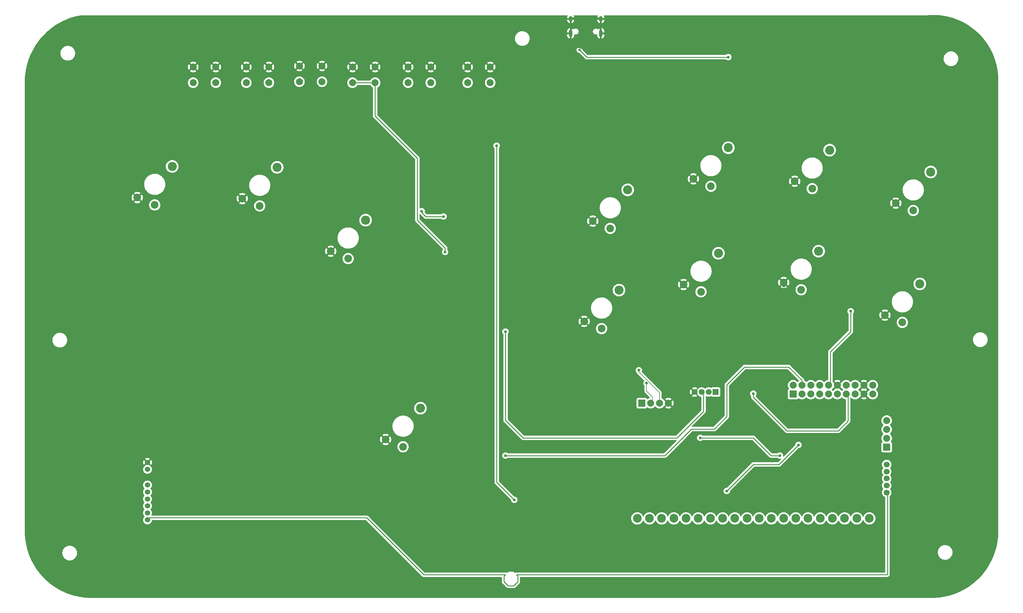
<source format=gbl>
%TF.GenerationSoftware,KiCad,Pcbnew,(6.0.2)*%
%TF.CreationDate,2022-06-06T00:38:35-05:00*%
%TF.ProjectId,Pikin,50696b69-6e2e-46b6-9963-61645f706362,rev?*%
%TF.SameCoordinates,Original*%
%TF.FileFunction,Copper,L2,Bot*%
%TF.FilePolarity,Positive*%
%FSLAX46Y46*%
G04 Gerber Fmt 4.6, Leading zero omitted, Abs format (unit mm)*
G04 Created by KiCad (PCBNEW (6.0.2)) date 2022-06-06 00:38:35*
%MOMM*%
%LPD*%
G01*
G04 APERTURE LIST*
%TA.AperFunction,ComponentPad*%
%ADD10C,2.600000*%
%TD*%
%TA.AperFunction,ComponentPad*%
%ADD11C,2.200000*%
%TD*%
%TA.AperFunction,ComponentPad*%
%ADD12C,2.000000*%
%TD*%
%TA.AperFunction,ComponentPad*%
%ADD13O,1.000000X1.600000*%
%TD*%
%TA.AperFunction,ComponentPad*%
%ADD14O,1.000000X2.100000*%
%TD*%
%TA.AperFunction,ComponentPad*%
%ADD15C,1.524000*%
%TD*%
%TA.AperFunction,ComponentPad*%
%ADD16R,2.000000X2.000000*%
%TD*%
%TA.AperFunction,ComponentPad*%
%ADD17C,1.700000*%
%TD*%
%TA.AperFunction,ComponentPad*%
%ADD18R,1.700000X1.700000*%
%TD*%
%TA.AperFunction,ComponentPad*%
%ADD19C,2.500000*%
%TD*%
%TA.AperFunction,ViaPad*%
%ADD20C,0.800000*%
%TD*%
%TA.AperFunction,ViaPad*%
%ADD21C,0.700000*%
%TD*%
%TA.AperFunction,Conductor*%
%ADD22C,0.381000*%
%TD*%
%TA.AperFunction,Conductor*%
%ADD23C,0.254000*%
%TD*%
%TA.AperFunction,Conductor*%
%ADD24C,0.200000*%
%TD*%
G04 APERTURE END LIST*
D10*
X323947800Y-104070000D03*
D11*
X318947800Y-115120000D03*
X313947800Y-113020000D03*
D12*
X127560000Y-73950000D03*
X134060000Y-73950000D03*
X127560000Y-78450000D03*
X134060000Y-78450000D03*
X173990000Y-73950000D03*
X180490000Y-73950000D03*
X180490000Y-78450000D03*
X173990000Y-78450000D03*
D13*
X229289652Y-60117200D03*
X220649652Y-60117200D03*
D14*
X220649652Y-64297200D03*
X229289652Y-64297200D03*
D10*
X320823600Y-136175600D03*
D11*
X315823600Y-147225600D03*
X310823600Y-145125600D03*
D10*
X237003600Y-109200800D03*
D11*
X232003600Y-120250800D03*
X227003600Y-118150800D03*
D10*
X265883400Y-97110400D03*
D11*
X260883400Y-108160400D03*
X255883400Y-106060400D03*
D12*
X112320000Y-73950000D03*
X118820000Y-73950000D03*
X112320000Y-78450000D03*
X118820000Y-78450000D03*
X158040000Y-73950000D03*
X164540000Y-73950000D03*
X164540000Y-78450000D03*
X158040000Y-78450000D03*
D10*
X106295200Y-102469800D03*
D11*
X101295200Y-113519800D03*
X96295200Y-111419800D03*
D10*
X161794200Y-117862200D03*
D11*
X156794200Y-128912200D03*
X151794200Y-126812200D03*
D10*
X294941000Y-97796200D03*
D11*
X289941000Y-108846200D03*
X284941000Y-106746200D03*
D12*
X191060000Y-73950000D03*
X197560000Y-73950000D03*
X191060000Y-78450000D03*
X197560000Y-78450000D03*
D10*
X234514400Y-137953600D03*
D11*
X229514400Y-149003600D03*
X224514400Y-146903600D03*
D15*
X99212400Y-187375800D03*
X99212400Y-189375800D03*
X99212400Y-193875800D03*
X99212400Y-195875800D03*
X99212400Y-197875800D03*
X99212400Y-199875800D03*
X99212400Y-201875800D03*
X99212400Y-203875800D03*
D12*
X307325249Y-167785305D03*
X307325249Y-165245305D03*
X304795249Y-167785305D03*
X304795249Y-165245305D03*
X302255249Y-167795305D03*
X302255249Y-165245305D03*
X299715249Y-167781985D03*
X299715249Y-165245305D03*
X297175249Y-167785305D03*
X297175249Y-165245305D03*
X294635249Y-167785305D03*
X294635249Y-165245305D03*
X292095249Y-167785305D03*
X292095249Y-165245305D03*
X289555249Y-167785305D03*
X289555249Y-165245305D03*
X287015249Y-167785305D03*
X287015249Y-165245305D03*
D16*
X284475249Y-167785305D03*
D12*
X284475249Y-165245305D03*
X311315249Y-175385305D03*
X311315249Y-177925305D03*
X311315249Y-180465305D03*
D16*
X311315249Y-183005305D03*
D17*
X311315249Y-187981305D03*
X311315249Y-190009305D03*
X311315249Y-192009305D03*
X311315249Y-194009305D03*
X311315249Y-196009305D03*
D18*
X262221249Y-167189305D03*
D17*
X260221249Y-167189305D03*
X258221249Y-167189305D03*
X256221249Y-167189305D03*
D12*
X248684249Y-170393305D03*
X246144249Y-170393305D03*
X243604249Y-170393305D03*
D16*
X241064249Y-170393305D03*
D19*
X306331249Y-203450305D03*
X302741249Y-203450305D03*
X299241249Y-203450305D03*
X295741249Y-203450305D03*
X292241249Y-203450305D03*
X288741249Y-203450305D03*
X285241249Y-203450305D03*
X281741249Y-203450305D03*
X278241249Y-203450305D03*
X274741249Y-203450305D03*
X271241249Y-203450305D03*
X267741249Y-203450305D03*
X264241249Y-203450305D03*
X260741249Y-203450305D03*
X257241249Y-203450305D03*
X253741249Y-203450305D03*
X250241249Y-203450305D03*
X246741249Y-203450305D03*
X243241249Y-203450305D03*
X239741249Y-203450305D03*
D10*
X263038600Y-127387200D03*
D11*
X258038600Y-138437200D03*
X253038600Y-136337200D03*
D10*
X291791400Y-126795800D03*
D11*
X286791400Y-137845800D03*
X281791400Y-135745800D03*
D10*
X136419600Y-102749200D03*
D11*
X131419600Y-113799200D03*
X126419600Y-111699200D03*
D10*
X177542200Y-171837200D03*
D11*
X172542200Y-182887200D03*
X167542200Y-180787200D03*
D12*
X142800000Y-73660000D03*
X149300000Y-73660000D03*
X149300000Y-78160000D03*
X142800000Y-78160000D03*
D20*
X228271652Y-66497200D03*
X219889652Y-69037200D03*
X201930000Y-185420000D03*
X300990000Y-144000000D03*
X286004000Y-182372000D03*
X265430000Y-195580000D03*
X273050000Y-167640000D03*
D21*
X223174663Y-69037200D03*
D20*
X265880000Y-71120000D03*
X184603520Y-127000000D03*
X201930000Y-149860000D03*
X177887000Y-115316000D03*
X184150000Y-116840000D03*
X257810000Y-180340000D03*
X280670000Y-185420000D03*
X204470000Y-198120000D03*
X199390000Y-96520000D03*
X242405578Y-164629422D03*
X240207800Y-160934400D03*
D22*
X229289652Y-63197200D02*
X229289652Y-64112200D01*
X225994650Y-68520180D02*
X223704178Y-68520180D01*
X229289652Y-59932200D02*
X220649652Y-59932200D01*
X219889652Y-69037200D02*
X219889652Y-71577200D01*
X219889652Y-69037200D02*
X219889652Y-68247189D01*
X225444000Y-147056000D02*
X225500000Y-147000000D01*
X228144641Y-66370189D02*
X225994650Y-68520180D01*
X220649652Y-64112200D02*
X220649652Y-63197200D01*
X223481187Y-68297189D02*
X220891139Y-68297189D01*
X220649652Y-63197200D02*
X222429652Y-61417200D01*
X228271652Y-66497200D02*
X228144641Y-66370189D01*
X220649652Y-67487189D02*
X220649652Y-64112200D01*
X229289652Y-59932200D02*
X229289652Y-64112200D01*
X220649652Y-59932200D02*
X220649652Y-64112200D01*
X222429652Y-61417200D02*
X227509652Y-61417200D01*
X220891139Y-68297189D02*
X219889652Y-69298676D01*
X224957000Y-147056000D02*
X225444000Y-147056000D01*
X227509652Y-61417200D02*
X229289652Y-63197200D01*
X219889652Y-68247189D02*
X220649652Y-67487189D01*
X281512000Y-136896000D02*
X282017000Y-136896000D01*
X223704178Y-68520180D02*
X223481187Y-68297189D01*
D23*
X265430000Y-174232557D02*
X265430000Y-165100000D01*
X201930000Y-185420000D02*
X247650000Y-185420000D01*
X283210000Y-160020000D02*
X287015249Y-163825249D01*
X261862557Y-177800000D02*
X265430000Y-174232557D01*
X265430000Y-165100000D02*
X270510000Y-160020000D01*
X247650000Y-185420000D02*
X255270000Y-177800000D01*
X255270000Y-177800000D02*
X261862557Y-177800000D01*
X287015249Y-163825249D02*
X287015249Y-165245305D01*
X270510000Y-160020000D02*
X283210000Y-160020000D01*
X295154049Y-155695951D02*
X295154049Y-164726505D01*
X295154049Y-164726505D02*
X294635249Y-165245305D01*
X300990000Y-144000000D02*
X300990000Y-149860000D01*
X300990000Y-149860000D02*
X295154049Y-155695951D01*
X280416000Y-187960000D02*
X286004000Y-182372000D01*
X273050000Y-187960000D02*
X280416000Y-187960000D01*
X265430000Y-195580000D02*
X273050000Y-187960000D01*
X297434000Y-178308000D02*
X300234049Y-175507951D01*
X282702000Y-178308000D02*
X297434000Y-178308000D01*
X300234049Y-168300785D02*
X299715249Y-167781985D01*
X300234049Y-175507951D02*
X300234049Y-168300785D01*
X273050000Y-167640000D02*
X273050000Y-168656000D01*
X273050000Y-168656000D02*
X282702000Y-178308000D01*
X225257463Y-71120000D02*
X265880000Y-71120000D01*
X223174663Y-69037200D02*
X225257463Y-71120000D01*
X207010000Y-180340000D02*
X201930000Y-175260000D01*
X164540000Y-78450000D02*
X164540000Y-87999000D01*
X258221249Y-167189305D02*
X258740049Y-167708105D01*
X258740049Y-172739951D02*
X251140000Y-180340000D01*
X184603520Y-125842520D02*
X184603520Y-127000000D01*
X201930000Y-175260000D02*
X201930000Y-149860000D01*
X164540000Y-87999000D02*
X176617000Y-100076000D01*
X176617000Y-100076000D02*
X176617000Y-117856000D01*
X176617000Y-117856000D02*
X184603520Y-125842520D01*
X251140000Y-180340000D02*
X207010000Y-180340000D01*
X164540000Y-78450000D02*
X158040000Y-78450000D01*
X258740049Y-167708105D02*
X258740049Y-172739951D01*
X177887000Y-115316000D02*
X177887000Y-115657000D01*
X177887000Y-115657000D02*
X179070000Y-116840000D01*
X179070000Y-116840000D02*
X184150000Y-116840000D01*
X278130000Y-185420000D02*
X273050000Y-180340000D01*
X280670000Y-185420000D02*
X278130000Y-185420000D01*
X273050000Y-180340000D02*
X257810000Y-180340000D01*
X204470000Y-198120000D02*
X199390000Y-193040000D01*
X199390000Y-193040000D02*
X199390000Y-96520000D01*
D24*
X242405578Y-164629422D02*
X242405578Y-166905578D01*
X242405578Y-166905578D02*
X244123049Y-168623049D01*
X244123049Y-169874505D02*
X243604249Y-170393305D01*
X244123049Y-168623049D02*
X244123049Y-169874505D01*
X240207800Y-160934400D02*
X240207800Y-161442400D01*
X246144249Y-167378849D02*
X246144249Y-170393305D01*
X240207800Y-161442400D02*
X246144249Y-167378849D01*
D23*
X204323503Y-222778721D02*
X202686097Y-222778721D01*
X311461174Y-219583000D02*
X205080824Y-219583000D01*
X201528279Y-221620903D02*
X201528279Y-219983497D01*
X178435000Y-219583000D02*
X162102800Y-203250800D01*
X311531000Y-196225056D02*
X311531000Y-219513174D01*
X311531000Y-219513174D02*
X311461174Y-219583000D01*
X201928776Y-219583000D02*
X178435000Y-219583000D01*
X99837400Y-203250800D02*
X99212400Y-203875800D01*
X205481321Y-219983497D02*
X205481321Y-221620903D01*
X162102800Y-203250800D02*
X99837400Y-203250800D01*
X202686097Y-222778721D02*
X201528279Y-221620903D01*
X205080824Y-219583000D02*
X205481321Y-219983497D01*
X205481321Y-221620903D02*
X204323503Y-222778721D01*
X201528279Y-219983497D02*
X201928776Y-219583000D01*
X311315249Y-196009305D02*
X311531000Y-196225056D01*
%TA.AperFunction,Conductor*%
G36*
X324838446Y-59030612D02*
G01*
X325213626Y-59033167D01*
X325219264Y-59033332D01*
X325418360Y-59043611D01*
X326049317Y-59076186D01*
X326054900Y-59076598D01*
X326882284Y-59156567D01*
X326887854Y-59157232D01*
X327392619Y-59228943D01*
X327710751Y-59274140D01*
X327716316Y-59275058D01*
X328533156Y-59428678D01*
X328538675Y-59429844D01*
X329347837Y-59619873D01*
X329353283Y-59621281D01*
X329881418Y-59770543D01*
X330153149Y-59847340D01*
X330158539Y-59848995D01*
X330947464Y-60110620D01*
X330952731Y-60112499D01*
X331453906Y-60303998D01*
X331729152Y-60409169D01*
X331734375Y-60411299D01*
X332496766Y-60742432D01*
X332501888Y-60744795D01*
X333248642Y-61109692D01*
X333253654Y-61112281D01*
X333983366Y-61510256D01*
X333988256Y-61513067D01*
X334699429Y-61943304D01*
X334704137Y-61946299D01*
X335395374Y-62407955D01*
X335399961Y-62411170D01*
X335892304Y-62772872D01*
X336069811Y-62903278D01*
X336074281Y-62906719D01*
X336721417Y-63428300D01*
X336725728Y-63431937D01*
X337348858Y-63981945D01*
X337353003Y-63985771D01*
X337950918Y-64563143D01*
X337954887Y-64567151D01*
X338526362Y-65170705D01*
X338530147Y-65174887D01*
X339074014Y-65803386D01*
X339077607Y-65807731D01*
X339544222Y-66398444D01*
X339592819Y-66459966D01*
X339596209Y-66464461D01*
X339973317Y-66988479D01*
X340081705Y-67139092D01*
X340084897Y-67143743D01*
X340539719Y-67839437D01*
X340542699Y-67844226D01*
X340965923Y-68559567D01*
X340968685Y-68564483D01*
X341319464Y-69222954D01*
X341359473Y-69298058D01*
X341362007Y-69303083D01*
X341671113Y-69951727D01*
X341719571Y-70053413D01*
X341721880Y-70058550D01*
X342045515Y-70824159D01*
X342047578Y-70829362D01*
X342223382Y-71303365D01*
X342336616Y-71608667D01*
X342338459Y-71613999D01*
X342592325Y-72405450D01*
X342593927Y-72410858D01*
X342812113Y-73212863D01*
X342813472Y-73218338D01*
X342923620Y-73708948D01*
X342994445Y-74024408D01*
X342995548Y-74029323D01*
X342996660Y-74034853D01*
X343142258Y-74853181D01*
X343143121Y-74858755D01*
X343251942Y-75682733D01*
X343252556Y-75688340D01*
X343324395Y-76516427D01*
X343324756Y-76522056D01*
X343359460Y-77352489D01*
X343359569Y-77358129D01*
X343358565Y-77692406D01*
X343357565Y-78025250D01*
X343357201Y-78146326D01*
X343355169Y-78168490D01*
X343353644Y-78176874D01*
X343353644Y-78176878D01*
X343352039Y-78185705D01*
X343352976Y-78194629D01*
X343352976Y-78194632D01*
X343356211Y-78225432D01*
X343356900Y-78238592D01*
X343356900Y-207083974D01*
X343355400Y-207103358D01*
X343351714Y-207127032D01*
X343355014Y-207152267D01*
X343356044Y-207171418D01*
X343337691Y-207989172D01*
X343337438Y-207994821D01*
X343280038Y-208846179D01*
X343279531Y-208851811D01*
X343183995Y-209699717D01*
X343183236Y-209705320D01*
X343049753Y-210548098D01*
X343048745Y-210553652D01*
X342884674Y-211354975D01*
X342877589Y-211389576D01*
X342876335Y-211395072D01*
X342785143Y-211756977D01*
X342667840Y-212222503D01*
X342666336Y-212227953D01*
X342420932Y-213045190D01*
X342419186Y-213050563D01*
X342247860Y-213540184D01*
X342137375Y-213855930D01*
X342135388Y-213861224D01*
X341817707Y-214653192D01*
X341815485Y-214658391D01*
X341652454Y-215017315D01*
X341471443Y-215415825D01*
X341462619Y-215435251D01*
X341460173Y-215440332D01*
X341072776Y-216200640D01*
X341070096Y-216205619D01*
X340649007Y-216947732D01*
X340646107Y-216952586D01*
X340192136Y-217675076D01*
X340189021Y-217679795D01*
X339703097Y-218381185D01*
X339699787Y-218385742D01*
X339215872Y-219021301D01*
X339182864Y-219064653D01*
X339179338Y-219069073D01*
X338632501Y-219724077D01*
X338628781Y-219728335D01*
X338053097Y-220358159D01*
X338049189Y-220362246D01*
X337445844Y-220965591D01*
X337441757Y-220969499D01*
X336811933Y-221545183D01*
X336807675Y-221548903D01*
X336152671Y-222095740D01*
X336148262Y-222099257D01*
X335469340Y-222616189D01*
X335464783Y-222619499D01*
X334763393Y-223105423D01*
X334758674Y-223108538D01*
X334036184Y-223562509D01*
X334031330Y-223565409D01*
X333289217Y-223986498D01*
X333284242Y-223989176D01*
X332523930Y-224376575D01*
X332518863Y-224379014D01*
X332205555Y-224521326D01*
X331741989Y-224731887D01*
X331736790Y-224734109D01*
X330944822Y-225051790D01*
X330939528Y-225053777D01*
X330134166Y-225335586D01*
X330128788Y-225337334D01*
X329311551Y-225582738D01*
X329306101Y-225584242D01*
X328884597Y-225690452D01*
X328478670Y-225792737D01*
X328473191Y-225793987D01*
X327637250Y-225965147D01*
X327631705Y-225966153D01*
X326788902Y-226099640D01*
X326783332Y-226100395D01*
X326031859Y-226185066D01*
X325935409Y-226195933D01*
X325929777Y-226196440D01*
X325718348Y-226210695D01*
X325078411Y-226253840D01*
X325072779Y-226254093D01*
X324659564Y-226263367D01*
X324262666Y-226272275D01*
X324240454Y-226270807D01*
X324232044Y-226269497D01*
X324232038Y-226269497D01*
X324223170Y-226268116D01*
X324214268Y-226269280D01*
X324214265Y-226269280D01*
X324191649Y-226272238D01*
X324175311Y-226273302D01*
X83198928Y-226273302D01*
X83179543Y-226271802D01*
X83164742Y-226269497D01*
X83164739Y-226269497D01*
X83155870Y-226268116D01*
X83130635Y-226271416D01*
X83111484Y-226272446D01*
X82805413Y-226265577D01*
X82293721Y-226254093D01*
X82288089Y-226253840D01*
X81648152Y-226210695D01*
X81436723Y-226196440D01*
X81431091Y-226195933D01*
X81334641Y-226185066D01*
X80583168Y-226100395D01*
X80577598Y-226099640D01*
X79734795Y-225966153D01*
X79729250Y-225965147D01*
X78893309Y-225793987D01*
X78887830Y-225792737D01*
X78481903Y-225690452D01*
X78060399Y-225584242D01*
X78054949Y-225582738D01*
X77237712Y-225337334D01*
X77232334Y-225335586D01*
X76426972Y-225053777D01*
X76421678Y-225051790D01*
X75629710Y-224734109D01*
X75624511Y-224731887D01*
X75160945Y-224521326D01*
X74847637Y-224379014D01*
X74842570Y-224376575D01*
X74082258Y-223989176D01*
X74077283Y-223986498D01*
X73335170Y-223565409D01*
X73330316Y-223562509D01*
X72607826Y-223108538D01*
X72603107Y-223105423D01*
X71901717Y-222619499D01*
X71897160Y-222616189D01*
X71218238Y-222099257D01*
X71213829Y-222095740D01*
X70558825Y-221548903D01*
X70554567Y-221545183D01*
X69924743Y-220969499D01*
X69920656Y-220965591D01*
X69317311Y-220362246D01*
X69313403Y-220358159D01*
X68737719Y-219728335D01*
X68733999Y-219724077D01*
X68187162Y-219069073D01*
X68183636Y-219064653D01*
X68150628Y-219021301D01*
X67666713Y-218385742D01*
X67663403Y-218381185D01*
X67177479Y-217679795D01*
X67174364Y-217675076D01*
X66720393Y-216952586D01*
X66717493Y-216947732D01*
X66296404Y-216205619D01*
X66293724Y-216200640D01*
X65906327Y-215440332D01*
X65903881Y-215435251D01*
X65895058Y-215415825D01*
X65714046Y-215017315D01*
X65551015Y-214658391D01*
X65548793Y-214653192D01*
X65231112Y-213861224D01*
X65229125Y-213855930D01*
X65118641Y-213540184D01*
X65110914Y-213518103D01*
X74776543Y-213518103D01*
X74777102Y-213522347D01*
X74777102Y-213522351D01*
X74792954Y-213642759D01*
X74814068Y-213803134D01*
X74889929Y-214080436D01*
X74891613Y-214084384D01*
X74936833Y-214190399D01*
X75002723Y-214344876D01*
X75150361Y-214591561D01*
X75330113Y-214815928D01*
X75538651Y-215013823D01*
X75772117Y-215181586D01*
X75775912Y-215183595D01*
X75775913Y-215183596D01*
X75797669Y-215195115D01*
X76026192Y-215316112D01*
X76296173Y-215414911D01*
X76577064Y-215476155D01*
X76605641Y-215478404D01*
X76800082Y-215493707D01*
X76800091Y-215493707D01*
X76802539Y-215493900D01*
X76958071Y-215493900D01*
X76960207Y-215493754D01*
X76960218Y-215493754D01*
X77168348Y-215479565D01*
X77168354Y-215479564D01*
X77172625Y-215479273D01*
X77176820Y-215478404D01*
X77176822Y-215478404D01*
X77313384Y-215450123D01*
X77454142Y-215420974D01*
X77725143Y-215325007D01*
X77980612Y-215193150D01*
X77984113Y-215190689D01*
X77984117Y-215190687D01*
X78098217Y-215110496D01*
X78215823Y-215027841D01*
X78404508Y-214852504D01*
X78423279Y-214835061D01*
X78423281Y-214835058D01*
X78426422Y-214832140D01*
X78608513Y-214609668D01*
X78758727Y-214364542D01*
X78845409Y-214167076D01*
X78872557Y-214105230D01*
X78874283Y-214101298D01*
X78953044Y-213824806D01*
X78993551Y-213540184D01*
X78993645Y-213522351D01*
X78995035Y-213256983D01*
X78995035Y-213256976D01*
X78995057Y-213252697D01*
X78957532Y-212967666D01*
X78881671Y-212690364D01*
X78807598Y-212516703D01*
X78770563Y-212429876D01*
X78770561Y-212429872D01*
X78768877Y-212425924D01*
X78660259Y-212244437D01*
X78623443Y-212182921D01*
X78623440Y-212182917D01*
X78621239Y-212179239D01*
X78441487Y-211954872D01*
X78318089Y-211837772D01*
X78236058Y-211759927D01*
X78236055Y-211759925D01*
X78232949Y-211756977D01*
X77999483Y-211589214D01*
X77980527Y-211579177D01*
X77949399Y-211562696D01*
X77745408Y-211454688D01*
X77595556Y-211399850D01*
X77479458Y-211357364D01*
X77479456Y-211357363D01*
X77475427Y-211355889D01*
X77194536Y-211294645D01*
X77163485Y-211292201D01*
X76971518Y-211277093D01*
X76971509Y-211277093D01*
X76969061Y-211276900D01*
X76813529Y-211276900D01*
X76811393Y-211277046D01*
X76811382Y-211277046D01*
X76603252Y-211291235D01*
X76603246Y-211291236D01*
X76598975Y-211291527D01*
X76594780Y-211292396D01*
X76594778Y-211292396D01*
X76458216Y-211320677D01*
X76317458Y-211349826D01*
X76046457Y-211445793D01*
X75790988Y-211577650D01*
X75787487Y-211580111D01*
X75787483Y-211580113D01*
X75777394Y-211587204D01*
X75555777Y-211742959D01*
X75345178Y-211938660D01*
X75163087Y-212161132D01*
X75012873Y-212406258D01*
X74897317Y-212669502D01*
X74818556Y-212945994D01*
X74778049Y-213230616D01*
X74778027Y-213234905D01*
X74778026Y-213234912D01*
X74777336Y-213366636D01*
X74776543Y-213518103D01*
X65110914Y-213518103D01*
X64947314Y-213050563D01*
X64945568Y-213045190D01*
X64700164Y-212227953D01*
X64698660Y-212222503D01*
X64581357Y-211756977D01*
X64490165Y-211395072D01*
X64488911Y-211389576D01*
X64481827Y-211354975D01*
X64317755Y-210553652D01*
X64316747Y-210548098D01*
X64183264Y-209705320D01*
X64182505Y-209699717D01*
X64086969Y-208851811D01*
X64086462Y-208846179D01*
X64029062Y-207994821D01*
X64028809Y-207989172D01*
X64010713Y-207182909D01*
X64012428Y-207159174D01*
X64013864Y-207150639D01*
X64013864Y-207150636D01*
X64014671Y-207145841D01*
X64014824Y-207133302D01*
X64010873Y-207105714D01*
X64009600Y-207087851D01*
X64009600Y-203875800D01*
X97937047Y-203875800D01*
X97956422Y-204097263D01*
X98013960Y-204311996D01*
X98016282Y-204316977D01*
X98016283Y-204316978D01*
X98105586Y-204508489D01*
X98105589Y-204508494D01*
X98107912Y-204513476D01*
X98111068Y-204517983D01*
X98111069Y-204517985D01*
X98170935Y-204603482D01*
X98235423Y-204695581D01*
X98392619Y-204852777D01*
X98397127Y-204855934D01*
X98397130Y-204855936D01*
X98422830Y-204873931D01*
X98574723Y-204980288D01*
X98579705Y-204982611D01*
X98579710Y-204982614D01*
X98765014Y-205069022D01*
X98776204Y-205074240D01*
X98781512Y-205075662D01*
X98781514Y-205075663D01*
X98847349Y-205093303D01*
X98990937Y-205131778D01*
X99212400Y-205151153D01*
X99433863Y-205131778D01*
X99577451Y-205093303D01*
X99643286Y-205075663D01*
X99643288Y-205075662D01*
X99648596Y-205074240D01*
X99659786Y-205069022D01*
X99845090Y-204982614D01*
X99845095Y-204982611D01*
X99850077Y-204980288D01*
X100001970Y-204873931D01*
X100027670Y-204855936D01*
X100027673Y-204855934D01*
X100032181Y-204852777D01*
X100189377Y-204695581D01*
X100253866Y-204603482D01*
X100313731Y-204517985D01*
X100313732Y-204517983D01*
X100316888Y-204513476D01*
X100319211Y-204508494D01*
X100319214Y-204508489D01*
X100408517Y-204316978D01*
X100408518Y-204316977D01*
X100410840Y-204311996D01*
X100468378Y-204097263D01*
X100476772Y-204001318D01*
X100502636Y-203935200D01*
X100560139Y-203893561D01*
X100602293Y-203886300D01*
X161787378Y-203886300D01*
X161855499Y-203906302D01*
X161876473Y-203923205D01*
X169905192Y-211951925D01*
X177929750Y-219976483D01*
X177937326Y-219984809D01*
X177941447Y-219991303D01*
X177947222Y-219996726D01*
X177991265Y-220038085D01*
X177994107Y-220040840D01*
X178013906Y-220060639D01*
X178017031Y-220063063D01*
X178017040Y-220063071D01*
X178017126Y-220063137D01*
X178026151Y-220070845D01*
X178058494Y-220101217D01*
X178065438Y-220105035D01*
X178065440Y-220105036D01*
X178076329Y-220111022D01*
X178092847Y-220121873D01*
X178108933Y-220134350D01*
X178149666Y-220151976D01*
X178160314Y-220157193D01*
X178171942Y-220163585D01*
X178199197Y-220178569D01*
X178206872Y-220180540D01*
X178206878Y-220180542D01*
X178218911Y-220183631D01*
X178237613Y-220190034D01*
X178256292Y-220198117D01*
X178289818Y-220203427D01*
X178300127Y-220205060D01*
X178311740Y-220207465D01*
X178354718Y-220218500D01*
X178375065Y-220218500D01*
X178394777Y-220220051D01*
X178414879Y-220223235D01*
X178422771Y-220222489D01*
X178459056Y-220219059D01*
X178470914Y-220218500D01*
X200766779Y-220218500D01*
X200834900Y-220238502D01*
X200881393Y-220292158D01*
X200892779Y-220344500D01*
X200892779Y-221541883D01*
X200892249Y-221553117D01*
X200890571Y-221560622D01*
X200890820Y-221568541D01*
X200892717Y-221628915D01*
X200892779Y-221632872D01*
X200892779Y-221660886D01*
X200893275Y-221664811D01*
X200893275Y-221664812D01*
X200893287Y-221664907D01*
X200894220Y-221676752D01*
X200895614Y-221721108D01*
X200897826Y-221728720D01*
X200901292Y-221740651D01*
X200905302Y-221760015D01*
X200907852Y-221780202D01*
X200910768Y-221787566D01*
X200910769Y-221787571D01*
X200924186Y-221821459D01*
X200928031Y-221832688D01*
X200940410Y-221875296D01*
X200944448Y-221882123D01*
X200944449Y-221882126D01*
X200950767Y-221892809D01*
X200959467Y-221910567D01*
X200964040Y-221922118D01*
X200964044Y-221922124D01*
X200966960Y-221929491D01*
X200971618Y-221935902D01*
X200971619Y-221935904D01*
X200993043Y-221965391D01*
X200999560Y-221975313D01*
X201018105Y-222006671D01*
X201018108Y-222006675D01*
X201022145Y-222013501D01*
X201036529Y-222027885D01*
X201049370Y-222042919D01*
X201061337Y-222059390D01*
X201067445Y-222064443D01*
X201095534Y-222087680D01*
X201104314Y-222095670D01*
X202180847Y-223172204D01*
X202188423Y-223180530D01*
X202192544Y-223187024D01*
X202198319Y-223192447D01*
X202242362Y-223233806D01*
X202245204Y-223236561D01*
X202265003Y-223256360D01*
X202268128Y-223258784D01*
X202268137Y-223258792D01*
X202268223Y-223258858D01*
X202277248Y-223266566D01*
X202309591Y-223296938D01*
X202316535Y-223300756D01*
X202316537Y-223300757D01*
X202327426Y-223306743D01*
X202343944Y-223317594D01*
X202360030Y-223330071D01*
X202400763Y-223347697D01*
X202411411Y-223352914D01*
X202423039Y-223359306D01*
X202450294Y-223374290D01*
X202457969Y-223376261D01*
X202457975Y-223376263D01*
X202470008Y-223379352D01*
X202488710Y-223385755D01*
X202507389Y-223393838D01*
X202540915Y-223399148D01*
X202551224Y-223400781D01*
X202562837Y-223403186D01*
X202605815Y-223414221D01*
X202626162Y-223414221D01*
X202645874Y-223415772D01*
X202665976Y-223418956D01*
X202673868Y-223418210D01*
X202710153Y-223414780D01*
X202722011Y-223414221D01*
X204244483Y-223414221D01*
X204255717Y-223414751D01*
X204263222Y-223416429D01*
X204331515Y-223414283D01*
X204335472Y-223414221D01*
X204363486Y-223414221D01*
X204367411Y-223413725D01*
X204367412Y-223413725D01*
X204367507Y-223413713D01*
X204379352Y-223412780D01*
X204409173Y-223411843D01*
X204415785Y-223411635D01*
X204415786Y-223411635D01*
X204423708Y-223411386D01*
X204443252Y-223405708D01*
X204462615Y-223401698D01*
X204474943Y-223400141D01*
X204474945Y-223400141D01*
X204482802Y-223399148D01*
X204490166Y-223396232D01*
X204490171Y-223396231D01*
X204524059Y-223382814D01*
X204535288Y-223378969D01*
X204551968Y-223374123D01*
X204577896Y-223366590D01*
X204584723Y-223362552D01*
X204584726Y-223362551D01*
X204595409Y-223356233D01*
X204613167Y-223347533D01*
X204624718Y-223342960D01*
X204624724Y-223342956D01*
X204632091Y-223340040D01*
X204641480Y-223333219D01*
X204667991Y-223313957D01*
X204677913Y-223307440D01*
X204709271Y-223288895D01*
X204709275Y-223288892D01*
X204716101Y-223284855D01*
X204730485Y-223270471D01*
X204745519Y-223257630D01*
X204755576Y-223250323D01*
X204761990Y-223245663D01*
X204790281Y-223211465D01*
X204798270Y-223202686D01*
X205874804Y-222126153D01*
X205883130Y-222118577D01*
X205889624Y-222114456D01*
X205936407Y-222064637D01*
X205939161Y-222061796D01*
X205958960Y-222041997D01*
X205961384Y-222038872D01*
X205961392Y-222038863D01*
X205961458Y-222038777D01*
X205969166Y-222029752D01*
X205994111Y-222003188D01*
X205999538Y-221997409D01*
X206009344Y-221979572D01*
X206020194Y-221963056D01*
X206032671Y-221946970D01*
X206050297Y-221906237D01*
X206055514Y-221895589D01*
X206073070Y-221863654D01*
X206076890Y-221856706D01*
X206078861Y-221849031D01*
X206078863Y-221849025D01*
X206081952Y-221836992D01*
X206088355Y-221818290D01*
X206096438Y-221799611D01*
X206101797Y-221765775D01*
X206103381Y-221755776D01*
X206105788Y-221744154D01*
X206116821Y-221701185D01*
X206116821Y-221680838D01*
X206118372Y-221661127D01*
X206120316Y-221648853D01*
X206121556Y-221641024D01*
X206117380Y-221596847D01*
X206116821Y-221584989D01*
X206116821Y-220344500D01*
X206136823Y-220276379D01*
X206190479Y-220229886D01*
X206242821Y-220218500D01*
X311382154Y-220218500D01*
X311393388Y-220219030D01*
X311400893Y-220220708D01*
X311469186Y-220218562D01*
X311473143Y-220218500D01*
X311501157Y-220218500D01*
X311505082Y-220218004D01*
X311505083Y-220218004D01*
X311505178Y-220217992D01*
X311517023Y-220217059D01*
X311546844Y-220216122D01*
X311553456Y-220215914D01*
X311553457Y-220215914D01*
X311561379Y-220215665D01*
X311580923Y-220209987D01*
X311600286Y-220205977D01*
X311612614Y-220204420D01*
X311612616Y-220204420D01*
X311620473Y-220203427D01*
X311627837Y-220200511D01*
X311627842Y-220200510D01*
X311661730Y-220187093D01*
X311672959Y-220183248D01*
X311689639Y-220178402D01*
X311715567Y-220170869D01*
X311722394Y-220166831D01*
X311722397Y-220166830D01*
X311733080Y-220160512D01*
X311750838Y-220151812D01*
X311762389Y-220147239D01*
X311762395Y-220147235D01*
X311769762Y-220144319D01*
X311779151Y-220137498D01*
X311805662Y-220118236D01*
X311815584Y-220111719D01*
X311846944Y-220093173D01*
X311846949Y-220093169D01*
X311853772Y-220089134D01*
X311868162Y-220074745D01*
X311883190Y-220061910D01*
X311893248Y-220054602D01*
X311893250Y-220054600D01*
X311899661Y-220049942D01*
X311904709Y-220043840D01*
X311904712Y-220043837D01*
X311913221Y-220033550D01*
X311922763Y-220022016D01*
X311935882Y-220008898D01*
X311939303Y-220006727D01*
X311986088Y-219956906D01*
X311988842Y-219954065D01*
X312008639Y-219934268D01*
X312011063Y-219931143D01*
X312011071Y-219931134D01*
X312011137Y-219931048D01*
X312018845Y-219922023D01*
X312043790Y-219895459D01*
X312049217Y-219889680D01*
X312059023Y-219871843D01*
X312069873Y-219855327D01*
X312082350Y-219839241D01*
X312099976Y-219798508D01*
X312105193Y-219787860D01*
X312122749Y-219755925D01*
X312126569Y-219748977D01*
X312128540Y-219741302D01*
X312128542Y-219741296D01*
X312131631Y-219729263D01*
X312138034Y-219710561D01*
X312146117Y-219691882D01*
X312153060Y-219648047D01*
X312155467Y-219636425D01*
X312166500Y-219593456D01*
X312166500Y-219573109D01*
X312168051Y-219553398D01*
X312169995Y-219541124D01*
X312171235Y-219533295D01*
X312167059Y-219489118D01*
X312166500Y-219477260D01*
X312166500Y-213340303D01*
X325982543Y-213340303D01*
X326020068Y-213625334D01*
X326095929Y-213902636D01*
X326097613Y-213906584D01*
X326173452Y-214084384D01*
X326208723Y-214167076D01*
X326220493Y-214186742D01*
X326329093Y-214368199D01*
X326356361Y-214413761D01*
X326536113Y-214638128D01*
X326556275Y-214657261D01*
X326737062Y-214828821D01*
X326744651Y-214836023D01*
X326978117Y-215003786D01*
X326981912Y-215005795D01*
X326981913Y-215005796D01*
X327001801Y-215016326D01*
X327232192Y-215138312D01*
X327256499Y-215147207D01*
X327387414Y-215195115D01*
X327502173Y-215237111D01*
X327783064Y-215298355D01*
X327811641Y-215300604D01*
X328006082Y-215315907D01*
X328006091Y-215315907D01*
X328008539Y-215316100D01*
X328164071Y-215316100D01*
X328166207Y-215315954D01*
X328166218Y-215315954D01*
X328374348Y-215301765D01*
X328374354Y-215301764D01*
X328378625Y-215301473D01*
X328382820Y-215300604D01*
X328382822Y-215300604D01*
X328519383Y-215272324D01*
X328660142Y-215243174D01*
X328931143Y-215147207D01*
X329186612Y-215015350D01*
X329190113Y-215012889D01*
X329190117Y-215012887D01*
X329304218Y-214932695D01*
X329421823Y-214850041D01*
X329632422Y-214654340D01*
X329814513Y-214431868D01*
X329964727Y-214186742D01*
X330080283Y-213923498D01*
X330159044Y-213647006D01*
X330199551Y-213362384D01*
X330199645Y-213344551D01*
X330201035Y-213079183D01*
X330201035Y-213079176D01*
X330201057Y-213074897D01*
X330186395Y-212963524D01*
X330164092Y-212794122D01*
X330163532Y-212789866D01*
X330087671Y-212512564D01*
X330042327Y-212406258D01*
X329976563Y-212252076D01*
X329976561Y-212252072D01*
X329974877Y-212248124D01*
X329827239Y-212001439D01*
X329647487Y-211777072D01*
X329438949Y-211579177D01*
X329205483Y-211411414D01*
X329183643Y-211399850D01*
X329103400Y-211357364D01*
X328951408Y-211276888D01*
X328681427Y-211178089D01*
X328400536Y-211116845D01*
X328369485Y-211114401D01*
X328177518Y-211099293D01*
X328177509Y-211099293D01*
X328175061Y-211099100D01*
X328019529Y-211099100D01*
X328017393Y-211099246D01*
X328017382Y-211099246D01*
X327809252Y-211113435D01*
X327809246Y-211113436D01*
X327804975Y-211113727D01*
X327800780Y-211114596D01*
X327800778Y-211114596D01*
X327664216Y-211142877D01*
X327523458Y-211172026D01*
X327252457Y-211267993D01*
X327248648Y-211269959D01*
X327016894Y-211389576D01*
X326996988Y-211399850D01*
X326993487Y-211402311D01*
X326993483Y-211402313D01*
X326928820Y-211447759D01*
X326761777Y-211565159D01*
X326748335Y-211577650D01*
X326555357Y-211756977D01*
X326551178Y-211760860D01*
X326369087Y-211983332D01*
X326218873Y-212228458D01*
X326217147Y-212232391D01*
X326217146Y-212232392D01*
X326130457Y-212429876D01*
X326103317Y-212491702D01*
X326024556Y-212768194D01*
X325984049Y-213052816D01*
X325984027Y-213057105D01*
X325984026Y-213057112D01*
X325982979Y-213256983D01*
X325982543Y-213340303D01*
X312166500Y-213340303D01*
X312166500Y-197131307D01*
X312186502Y-197063186D01*
X312203560Y-197042056D01*
X312259266Y-196986545D01*
X312353345Y-196892794D01*
X312365557Y-196875800D01*
X312480684Y-196715582D01*
X312483702Y-196711382D01*
X312489586Y-196699478D01*
X312580385Y-196515758D01*
X312580386Y-196515756D01*
X312582679Y-196511116D01*
X312641663Y-196316978D01*
X312646114Y-196302328D01*
X312646114Y-196302326D01*
X312647619Y-196297374D01*
X312676778Y-196075895D01*
X312678405Y-196009305D01*
X312660101Y-195786666D01*
X312605680Y-195570007D01*
X312516603Y-195365145D01*
X312437656Y-195243111D01*
X312398071Y-195181922D01*
X312398069Y-195181919D01*
X312395263Y-195177582D01*
X312391789Y-195173764D01*
X312391782Y-195173755D01*
X312320461Y-195095374D01*
X312289409Y-195031528D01*
X312297805Y-194961030D01*
X312324716Y-194921324D01*
X312349679Y-194896449D01*
X312349689Y-194896437D01*
X312353345Y-194892794D01*
X312365557Y-194875800D01*
X312480684Y-194715582D01*
X312483702Y-194711382D01*
X312489586Y-194699478D01*
X312580385Y-194515758D01*
X312580386Y-194515756D01*
X312582679Y-194511116D01*
X312641663Y-194316978D01*
X312646114Y-194302328D01*
X312646114Y-194302326D01*
X312647619Y-194297374D01*
X312676778Y-194075895D01*
X312678405Y-194009305D01*
X312660101Y-193786666D01*
X312605680Y-193570007D01*
X312516603Y-193365145D01*
X312443267Y-193251785D01*
X312398071Y-193181922D01*
X312398069Y-193181919D01*
X312395263Y-193177582D01*
X312391789Y-193173764D01*
X312391782Y-193173755D01*
X312320461Y-193095374D01*
X312289409Y-193031528D01*
X312297805Y-192961030D01*
X312324716Y-192921324D01*
X312349679Y-192896449D01*
X312349689Y-192896437D01*
X312353345Y-192892794D01*
X312412843Y-192809994D01*
X312480684Y-192715582D01*
X312483702Y-192711382D01*
X312528954Y-192619822D01*
X312580385Y-192515758D01*
X312580386Y-192515756D01*
X312582679Y-192511116D01*
X312647619Y-192297374D01*
X312676778Y-192075895D01*
X312678405Y-192009305D01*
X312660101Y-191786666D01*
X312605680Y-191570007D01*
X312516603Y-191365145D01*
X312395263Y-191177582D01*
X312391789Y-191173764D01*
X312391782Y-191173755D01*
X312320461Y-191095374D01*
X312289409Y-191031528D01*
X312297805Y-190961030D01*
X312324716Y-190921324D01*
X312349679Y-190896449D01*
X312349689Y-190896437D01*
X312353345Y-190892794D01*
X312412843Y-190809994D01*
X312480684Y-190715582D01*
X312483702Y-190711382D01*
X312523749Y-190630354D01*
X312580385Y-190515758D01*
X312580386Y-190515756D01*
X312582679Y-190511116D01*
X312615149Y-190404245D01*
X312646114Y-190302328D01*
X312646114Y-190302326D01*
X312647619Y-190297374D01*
X312676778Y-190075895D01*
X312678405Y-190009305D01*
X312660101Y-189786666D01*
X312605680Y-189570007D01*
X312516603Y-189365145D01*
X312395263Y-189177582D01*
X312307099Y-189080691D01*
X312276048Y-189016845D01*
X312284443Y-188946346D01*
X312311353Y-188906641D01*
X312349678Y-188868449D01*
X312349682Y-188868444D01*
X312353345Y-188864794D01*
X312412843Y-188781994D01*
X312480684Y-188687582D01*
X312483702Y-188683382D01*
X312508897Y-188632405D01*
X312580385Y-188487758D01*
X312580386Y-188487756D01*
X312582679Y-188483116D01*
X312647619Y-188269374D01*
X312676778Y-188047895D01*
X312678405Y-187981305D01*
X312660101Y-187758666D01*
X312605680Y-187542007D01*
X312516603Y-187337145D01*
X312395263Y-187149582D01*
X312244919Y-186984356D01*
X312240868Y-186981157D01*
X312240864Y-186981153D01*
X312073663Y-186849105D01*
X312073659Y-186849103D01*
X312069608Y-186845903D01*
X311874038Y-186737943D01*
X311869169Y-186736219D01*
X311869165Y-186736217D01*
X311668336Y-186665100D01*
X311668332Y-186665099D01*
X311663461Y-186663374D01*
X311658368Y-186662467D01*
X311658365Y-186662466D01*
X311448622Y-186625105D01*
X311448616Y-186625104D01*
X311443533Y-186624199D01*
X311369701Y-186623297D01*
X311225330Y-186621533D01*
X311225328Y-186621533D01*
X311220160Y-186621470D01*
X310999340Y-186655260D01*
X310787005Y-186724662D01*
X310588856Y-186827812D01*
X310584723Y-186830915D01*
X310584720Y-186830917D01*
X310414349Y-186958835D01*
X310410214Y-186961940D01*
X310255878Y-187123443D01*
X310129992Y-187307985D01*
X310085728Y-187403343D01*
X310062277Y-187453866D01*
X310035937Y-187510610D01*
X309976238Y-187725875D01*
X309952500Y-187948000D01*
X309952797Y-187953153D01*
X309952797Y-187953156D01*
X309959048Y-188061565D01*
X309965359Y-188171020D01*
X309966496Y-188176066D01*
X309966497Y-188176072D01*
X309970115Y-188192125D01*
X310014471Y-188388944D01*
X310066331Y-188516660D01*
X310096295Y-188590453D01*
X310098515Y-188595921D01*
X310215236Y-188786393D01*
X310218616Y-188790295D01*
X310325359Y-188913522D01*
X310354842Y-188978108D01*
X310344727Y-189048380D01*
X310321215Y-189083072D01*
X310259454Y-189147700D01*
X310259449Y-189147706D01*
X310255878Y-189151443D01*
X310129992Y-189335985D01*
X310035937Y-189538610D01*
X309976238Y-189753875D01*
X309952500Y-189976000D01*
X309952797Y-189981153D01*
X309952797Y-189981156D01*
X309958260Y-190075895D01*
X309965359Y-190199020D01*
X309966496Y-190204066D01*
X309966497Y-190204072D01*
X309986368Y-190292244D01*
X310014471Y-190416944D01*
X310098515Y-190623921D01*
X310215236Y-190814393D01*
X310286316Y-190896449D01*
X310312637Y-190926835D01*
X310342120Y-190991421D01*
X310332006Y-191061693D01*
X310308494Y-191096384D01*
X310255878Y-191151443D01*
X310129992Y-191335985D01*
X310035937Y-191538610D01*
X309976238Y-191753875D01*
X309952500Y-191976000D01*
X309952797Y-191981153D01*
X309952797Y-191981156D01*
X309958260Y-192075895D01*
X309965359Y-192199020D01*
X309966496Y-192204066D01*
X309966497Y-192204072D01*
X309986368Y-192292244D01*
X310014471Y-192416944D01*
X310098515Y-192623921D01*
X310101214Y-192628325D01*
X310190771Y-192774469D01*
X310215236Y-192814393D01*
X310286316Y-192896449D01*
X310312637Y-192926835D01*
X310342120Y-192991421D01*
X310332006Y-193061693D01*
X310308494Y-193096384D01*
X310255878Y-193151443D01*
X310129992Y-193335985D01*
X310114252Y-193369895D01*
X310047005Y-193514767D01*
X310035937Y-193538610D01*
X309976238Y-193753875D01*
X309952500Y-193976000D01*
X309952797Y-193981153D01*
X309952797Y-193981156D01*
X309958260Y-194075895D01*
X309965359Y-194199020D01*
X309966496Y-194204066D01*
X309966497Y-194204072D01*
X309986368Y-194292244D01*
X310014471Y-194416944D01*
X310098515Y-194623921D01*
X310101214Y-194628325D01*
X310197958Y-194786197D01*
X310215236Y-194814393D01*
X310306571Y-194919832D01*
X310312637Y-194926835D01*
X310342120Y-194991421D01*
X310332006Y-195061693D01*
X310308494Y-195096384D01*
X310255878Y-195151443D01*
X310252964Y-195155715D01*
X310252963Y-195155716D01*
X310212707Y-195214729D01*
X310129992Y-195335985D01*
X310035937Y-195538610D01*
X309976238Y-195753875D01*
X309952500Y-195976000D01*
X309952797Y-195981153D01*
X309952797Y-195981156D01*
X309965061Y-196193852D01*
X309965359Y-196199020D01*
X309966496Y-196204066D01*
X309966497Y-196204072D01*
X309977739Y-196253955D01*
X310014471Y-196416944D01*
X310098515Y-196623921D01*
X310215236Y-196814393D01*
X310361499Y-196983243D01*
X310533375Y-197125937D01*
X310726249Y-197238643D01*
X310731069Y-197240484D01*
X310731074Y-197240486D01*
X310755555Y-197249834D01*
X310814450Y-197272324D01*
X310870952Y-197315310D01*
X310895245Y-197382021D01*
X310895500Y-197390033D01*
X310895500Y-218821500D01*
X310875498Y-218889621D01*
X310821842Y-218936114D01*
X310769500Y-218947500D01*
X205140759Y-218947500D01*
X205121048Y-218945949D01*
X205108774Y-218944005D01*
X205100945Y-218942765D01*
X205093053Y-218943511D01*
X205056768Y-218946941D01*
X205044910Y-218947500D01*
X205040841Y-218947500D01*
X205013014Y-218951015D01*
X205009121Y-218951445D01*
X204948980Y-218957130D01*
X204948977Y-218957131D01*
X204941092Y-218957876D01*
X204933855Y-218960482D01*
X204933229Y-218960591D01*
X204929778Y-218961419D01*
X204929164Y-218961608D01*
X204921525Y-218962573D01*
X204858741Y-218987431D01*
X204857986Y-218987730D01*
X204854283Y-218989129D01*
X204797474Y-219009581D01*
X204797471Y-219009582D01*
X204790020Y-219012265D01*
X204783659Y-219016588D01*
X204783078Y-219016850D01*
X204779937Y-219018513D01*
X204779388Y-219018849D01*
X204772236Y-219021681D01*
X204767273Y-219025287D01*
X204698722Y-219040412D01*
X204633812Y-219017029D01*
X204621976Y-219008523D01*
X204621966Y-219008517D01*
X204618483Y-219006014D01*
X204364408Y-218871488D01*
X204094427Y-218772689D01*
X203813536Y-218711445D01*
X203782485Y-218709001D01*
X203590518Y-218693893D01*
X203590509Y-218693893D01*
X203588061Y-218693700D01*
X203432529Y-218693700D01*
X203430393Y-218693846D01*
X203430382Y-218693846D01*
X203222252Y-218708035D01*
X203222246Y-218708036D01*
X203217975Y-218708327D01*
X203213780Y-218709196D01*
X203213778Y-218709196D01*
X203077216Y-218737477D01*
X202936458Y-218766626D01*
X202665457Y-218862593D01*
X202661648Y-218864559D01*
X202473985Y-218961419D01*
X202409988Y-218994450D01*
X202373148Y-219020342D01*
X202372657Y-219020687D01*
X202305423Y-219043493D01*
X202243002Y-219029868D01*
X202233674Y-219025115D01*
X202227926Y-219022186D01*
X202224485Y-219020364D01*
X202164579Y-218987431D01*
X202157131Y-218985519D01*
X202156570Y-218985266D01*
X202153198Y-218983991D01*
X202152605Y-218983809D01*
X202145755Y-218980318D01*
X202138027Y-218978591D01*
X202138017Y-218978587D01*
X202079052Y-218965407D01*
X202075213Y-218964486D01*
X202009058Y-218947500D01*
X202001362Y-218947500D01*
X202000736Y-218947391D01*
X201997208Y-218947001D01*
X201996567Y-218946971D01*
X201989057Y-218945292D01*
X201981131Y-218945541D01*
X201981130Y-218945541D01*
X201920778Y-218947438D01*
X201916820Y-218947500D01*
X178750422Y-218947500D01*
X178682301Y-218927498D01*
X178661327Y-218910595D01*
X163154877Y-203404144D01*
X237978422Y-203404144D01*
X237990962Y-203665213D01*
X238041953Y-203921561D01*
X238130275Y-204167557D01*
X238132491Y-204171681D01*
X238197002Y-204291742D01*
X238253986Y-204397796D01*
X238256781Y-204401539D01*
X238256783Y-204401542D01*
X238407579Y-204603482D01*
X238407584Y-204603488D01*
X238410371Y-204607220D01*
X238413680Y-204610500D01*
X238413685Y-204610506D01*
X238592675Y-204787940D01*
X238595992Y-204791228D01*
X238599754Y-204793986D01*
X238599757Y-204793989D01*
X238802999Y-204943012D01*
X238806773Y-204945779D01*
X238810916Y-204947959D01*
X238810918Y-204947960D01*
X239033933Y-205065294D01*
X239033938Y-205065296D01*
X239038083Y-205067477D01*
X239176503Y-205115816D01*
X239277692Y-205151153D01*
X239284839Y-205153649D01*
X239289432Y-205154521D01*
X239537034Y-205201529D01*
X239537037Y-205201529D01*
X239541623Y-205202400D01*
X239672208Y-205207531D01*
X239798124Y-205212479D01*
X239798130Y-205212479D01*
X239802792Y-205212662D01*
X239882226Y-205203962D01*
X240057956Y-205184717D01*
X240057961Y-205184716D01*
X240062609Y-205184207D01*
X240175365Y-205154521D01*
X240310843Y-205118853D01*
X240310845Y-205118852D01*
X240315366Y-205117662D01*
X240555511Y-205014487D01*
X240607018Y-204982614D01*
X240773796Y-204879409D01*
X240773797Y-204879409D01*
X240777768Y-204876951D01*
X240781331Y-204873934D01*
X240781336Y-204873931D01*
X240973688Y-204711092D01*
X240973689Y-204711091D01*
X240977254Y-204708073D01*
X241143957Y-204517985D01*
X241146506Y-204515079D01*
X241146510Y-204515074D01*
X241149588Y-204511564D01*
X241290982Y-204291742D01*
X241348907Y-204163153D01*
X241376514Y-204101869D01*
X241422730Y-204047975D01*
X241490747Y-204027622D01*
X241558969Y-204047272D01*
X241605738Y-204100688D01*
X241609984Y-204111041D01*
X241630275Y-204167557D01*
X241632491Y-204171681D01*
X241697002Y-204291742D01*
X241753986Y-204397796D01*
X241756781Y-204401539D01*
X241756783Y-204401542D01*
X241907579Y-204603482D01*
X241907584Y-204603488D01*
X241910371Y-204607220D01*
X241913680Y-204610500D01*
X241913685Y-204610506D01*
X242092675Y-204787940D01*
X242095992Y-204791228D01*
X242099754Y-204793986D01*
X242099757Y-204793989D01*
X242302999Y-204943012D01*
X242306773Y-204945779D01*
X242310916Y-204947959D01*
X242310918Y-204947960D01*
X242533933Y-205065294D01*
X242533938Y-205065296D01*
X242538083Y-205067477D01*
X242676503Y-205115816D01*
X242777692Y-205151153D01*
X242784839Y-205153649D01*
X242789432Y-205154521D01*
X243037034Y-205201529D01*
X243037037Y-205201529D01*
X243041623Y-205202400D01*
X243172208Y-205207531D01*
X243298124Y-205212479D01*
X243298130Y-205212479D01*
X243302792Y-205212662D01*
X243382226Y-205203962D01*
X243557956Y-205184717D01*
X243557961Y-205184716D01*
X243562609Y-205184207D01*
X243675365Y-205154521D01*
X243810843Y-205118853D01*
X243810845Y-205118852D01*
X243815366Y-205117662D01*
X244055511Y-205014487D01*
X244107018Y-204982614D01*
X244273796Y-204879409D01*
X244273797Y-204879409D01*
X244277768Y-204876951D01*
X244281331Y-204873934D01*
X244281336Y-204873931D01*
X244473688Y-204711092D01*
X244473689Y-204711091D01*
X244477254Y-204708073D01*
X244643957Y-204517985D01*
X244646506Y-204515079D01*
X244646510Y-204515074D01*
X244649588Y-204511564D01*
X244790982Y-204291742D01*
X244848907Y-204163153D01*
X244876514Y-204101869D01*
X244922730Y-204047975D01*
X244990747Y-204027622D01*
X245058969Y-204047272D01*
X245105738Y-204100688D01*
X245109984Y-204111041D01*
X245130275Y-204167557D01*
X245132491Y-204171681D01*
X245197002Y-204291742D01*
X245253986Y-204397796D01*
X245256781Y-204401539D01*
X245256783Y-204401542D01*
X245407579Y-204603482D01*
X245407584Y-204603488D01*
X245410371Y-204607220D01*
X245413680Y-204610500D01*
X245413685Y-204610506D01*
X245592675Y-204787940D01*
X245595992Y-204791228D01*
X245599754Y-204793986D01*
X245599757Y-204793989D01*
X245802999Y-204943012D01*
X245806773Y-204945779D01*
X245810916Y-204947959D01*
X245810918Y-204947960D01*
X246033933Y-205065294D01*
X246033938Y-205065296D01*
X246038083Y-205067477D01*
X246176503Y-205115816D01*
X246277692Y-205151153D01*
X246284839Y-205153649D01*
X246289432Y-205154521D01*
X246537034Y-205201529D01*
X246537037Y-205201529D01*
X246541623Y-205202400D01*
X246672208Y-205207531D01*
X246798124Y-205212479D01*
X246798130Y-205212479D01*
X246802792Y-205212662D01*
X246882226Y-205203962D01*
X247057956Y-205184717D01*
X247057961Y-205184716D01*
X247062609Y-205184207D01*
X247175365Y-205154521D01*
X247310843Y-205118853D01*
X247310845Y-205118852D01*
X247315366Y-205117662D01*
X247555511Y-205014487D01*
X247607018Y-204982614D01*
X247773796Y-204879409D01*
X247773797Y-204879409D01*
X247777768Y-204876951D01*
X247781331Y-204873934D01*
X247781336Y-204873931D01*
X247973688Y-204711092D01*
X247973689Y-204711091D01*
X247977254Y-204708073D01*
X248143957Y-204517985D01*
X248146506Y-204515079D01*
X248146510Y-204515074D01*
X248149588Y-204511564D01*
X248290982Y-204291742D01*
X248348907Y-204163153D01*
X248376514Y-204101869D01*
X248422730Y-204047975D01*
X248490747Y-204027622D01*
X248558969Y-204047272D01*
X248605738Y-204100688D01*
X248609984Y-204111041D01*
X248630275Y-204167557D01*
X248632491Y-204171681D01*
X248697002Y-204291742D01*
X248753986Y-204397796D01*
X248756781Y-204401539D01*
X248756783Y-204401542D01*
X248907579Y-204603482D01*
X248907584Y-204603488D01*
X248910371Y-204607220D01*
X248913680Y-204610500D01*
X248913685Y-204610506D01*
X249092675Y-204787940D01*
X249095992Y-204791228D01*
X249099754Y-204793986D01*
X249099757Y-204793989D01*
X249302999Y-204943012D01*
X249306773Y-204945779D01*
X249310916Y-204947959D01*
X249310918Y-204947960D01*
X249533933Y-205065294D01*
X249533938Y-205065296D01*
X249538083Y-205067477D01*
X249676503Y-205115816D01*
X249777692Y-205151153D01*
X249784839Y-205153649D01*
X249789432Y-205154521D01*
X250037034Y-205201529D01*
X250037037Y-205201529D01*
X250041623Y-205202400D01*
X250172208Y-205207531D01*
X250298124Y-205212479D01*
X250298130Y-205212479D01*
X250302792Y-205212662D01*
X250382226Y-205203962D01*
X250557956Y-205184717D01*
X250557961Y-205184716D01*
X250562609Y-205184207D01*
X250675365Y-205154521D01*
X250810843Y-205118853D01*
X250810845Y-205118852D01*
X250815366Y-205117662D01*
X251055511Y-205014487D01*
X251107018Y-204982614D01*
X251273796Y-204879409D01*
X251273797Y-204879409D01*
X251277768Y-204876951D01*
X251281331Y-204873934D01*
X251281336Y-204873931D01*
X251473688Y-204711092D01*
X251473689Y-204711091D01*
X251477254Y-204708073D01*
X251643957Y-204517985D01*
X251646506Y-204515079D01*
X251646510Y-204515074D01*
X251649588Y-204511564D01*
X251790982Y-204291742D01*
X251848907Y-204163153D01*
X251876514Y-204101869D01*
X251922730Y-204047975D01*
X251990747Y-204027622D01*
X252058969Y-204047272D01*
X252105738Y-204100688D01*
X252109984Y-204111041D01*
X252130275Y-204167557D01*
X252132491Y-204171681D01*
X252197002Y-204291742D01*
X252253986Y-204397796D01*
X252256781Y-204401539D01*
X252256783Y-204401542D01*
X252407579Y-204603482D01*
X252407584Y-204603488D01*
X252410371Y-204607220D01*
X252413680Y-204610500D01*
X252413685Y-204610506D01*
X252592675Y-204787940D01*
X252595992Y-204791228D01*
X252599754Y-204793986D01*
X252599757Y-204793989D01*
X252802999Y-204943012D01*
X252806773Y-204945779D01*
X252810916Y-204947959D01*
X252810918Y-204947960D01*
X253033933Y-205065294D01*
X253033938Y-205065296D01*
X253038083Y-205067477D01*
X253176503Y-205115816D01*
X253277692Y-205151153D01*
X253284839Y-205153649D01*
X253289432Y-205154521D01*
X253537034Y-205201529D01*
X253537037Y-205201529D01*
X253541623Y-205202400D01*
X253672208Y-205207531D01*
X253798124Y-205212479D01*
X253798130Y-205212479D01*
X253802792Y-205212662D01*
X253882226Y-205203962D01*
X254057956Y-205184717D01*
X254057961Y-205184716D01*
X254062609Y-205184207D01*
X254175365Y-205154521D01*
X254310843Y-205118853D01*
X254310845Y-205118852D01*
X254315366Y-205117662D01*
X254555511Y-205014487D01*
X254607018Y-204982614D01*
X254773796Y-204879409D01*
X254773797Y-204879409D01*
X254777768Y-204876951D01*
X254781331Y-204873934D01*
X254781336Y-204873931D01*
X254973688Y-204711092D01*
X254973689Y-204711091D01*
X254977254Y-204708073D01*
X255143957Y-204517985D01*
X255146506Y-204515079D01*
X255146510Y-204515074D01*
X255149588Y-204511564D01*
X255290982Y-204291742D01*
X255348907Y-204163153D01*
X255376514Y-204101869D01*
X255422730Y-204047975D01*
X255490747Y-204027622D01*
X255558969Y-204047272D01*
X255605738Y-204100688D01*
X255609984Y-204111041D01*
X255630275Y-204167557D01*
X255632491Y-204171681D01*
X255697002Y-204291742D01*
X255753986Y-204397796D01*
X255756781Y-204401539D01*
X255756783Y-204401542D01*
X255907579Y-204603482D01*
X255907584Y-204603488D01*
X255910371Y-204607220D01*
X255913680Y-204610500D01*
X255913685Y-204610506D01*
X256092675Y-204787940D01*
X256095992Y-204791228D01*
X256099754Y-204793986D01*
X256099757Y-204793989D01*
X256302999Y-204943012D01*
X256306773Y-204945779D01*
X256310916Y-204947959D01*
X256310918Y-204947960D01*
X256533933Y-205065294D01*
X256533938Y-205065296D01*
X256538083Y-205067477D01*
X256676503Y-205115816D01*
X256777692Y-205151153D01*
X256784839Y-205153649D01*
X256789432Y-205154521D01*
X257037034Y-205201529D01*
X257037037Y-205201529D01*
X257041623Y-205202400D01*
X257172208Y-205207531D01*
X257298124Y-205212479D01*
X257298130Y-205212479D01*
X257302792Y-205212662D01*
X257382226Y-205203962D01*
X257557956Y-205184717D01*
X257557961Y-205184716D01*
X257562609Y-205184207D01*
X257675365Y-205154521D01*
X257810843Y-205118853D01*
X257810845Y-205118852D01*
X257815366Y-205117662D01*
X258055511Y-205014487D01*
X258107018Y-204982614D01*
X258273796Y-204879409D01*
X258273797Y-204879409D01*
X258277768Y-204876951D01*
X258281331Y-204873934D01*
X258281336Y-204873931D01*
X258473688Y-204711092D01*
X258473689Y-204711091D01*
X258477254Y-204708073D01*
X258643957Y-204517985D01*
X258646506Y-204515079D01*
X258646510Y-204515074D01*
X258649588Y-204511564D01*
X258790982Y-204291742D01*
X258848907Y-204163153D01*
X258876514Y-204101869D01*
X258922730Y-204047975D01*
X258990747Y-204027622D01*
X259058969Y-204047272D01*
X259105738Y-204100688D01*
X259109984Y-204111041D01*
X259130275Y-204167557D01*
X259132491Y-204171681D01*
X259197002Y-204291742D01*
X259253986Y-204397796D01*
X259256781Y-204401539D01*
X259256783Y-204401542D01*
X259407579Y-204603482D01*
X259407584Y-204603488D01*
X259410371Y-204607220D01*
X259413680Y-204610500D01*
X259413685Y-204610506D01*
X259592675Y-204787940D01*
X259595992Y-204791228D01*
X259599754Y-204793986D01*
X259599757Y-204793989D01*
X259802999Y-204943012D01*
X259806773Y-204945779D01*
X259810916Y-204947959D01*
X259810918Y-204947960D01*
X260033933Y-205065294D01*
X260033938Y-205065296D01*
X260038083Y-205067477D01*
X260176503Y-205115816D01*
X260277692Y-205151153D01*
X260284839Y-205153649D01*
X260289432Y-205154521D01*
X260537034Y-205201529D01*
X260537037Y-205201529D01*
X260541623Y-205202400D01*
X260672208Y-205207531D01*
X260798124Y-205212479D01*
X260798130Y-205212479D01*
X260802792Y-205212662D01*
X260882226Y-205203962D01*
X261057956Y-205184717D01*
X261057961Y-205184716D01*
X261062609Y-205184207D01*
X261175365Y-205154521D01*
X261310843Y-205118853D01*
X261310845Y-205118852D01*
X261315366Y-205117662D01*
X261555511Y-205014487D01*
X261607018Y-204982614D01*
X261773796Y-204879409D01*
X261773797Y-204879409D01*
X261777768Y-204876951D01*
X261781331Y-204873934D01*
X261781336Y-204873931D01*
X261973688Y-204711092D01*
X261973689Y-204711091D01*
X261977254Y-204708073D01*
X262143957Y-204517985D01*
X262146506Y-204515079D01*
X262146510Y-204515074D01*
X262149588Y-204511564D01*
X262290982Y-204291742D01*
X262348907Y-204163153D01*
X262376514Y-204101869D01*
X262422730Y-204047975D01*
X262490747Y-204027622D01*
X262558969Y-204047272D01*
X262605738Y-204100688D01*
X262609984Y-204111041D01*
X262630275Y-204167557D01*
X262632491Y-204171681D01*
X262697002Y-204291742D01*
X262753986Y-204397796D01*
X262756781Y-204401539D01*
X262756783Y-204401542D01*
X262907579Y-204603482D01*
X262907584Y-204603488D01*
X262910371Y-204607220D01*
X262913680Y-204610500D01*
X262913685Y-204610506D01*
X263092675Y-204787940D01*
X263095992Y-204791228D01*
X263099754Y-204793986D01*
X263099757Y-204793989D01*
X263302999Y-204943012D01*
X263306773Y-204945779D01*
X263310916Y-204947959D01*
X263310918Y-204947960D01*
X263533933Y-205065294D01*
X263533938Y-205065296D01*
X263538083Y-205067477D01*
X263676503Y-205115816D01*
X263777692Y-205151153D01*
X263784839Y-205153649D01*
X263789432Y-205154521D01*
X264037034Y-205201529D01*
X264037037Y-205201529D01*
X264041623Y-205202400D01*
X264172208Y-205207531D01*
X264298124Y-205212479D01*
X264298130Y-205212479D01*
X264302792Y-205212662D01*
X264382226Y-205203962D01*
X264557956Y-205184717D01*
X264557961Y-205184716D01*
X264562609Y-205184207D01*
X264675365Y-205154521D01*
X264810843Y-205118853D01*
X264810845Y-205118852D01*
X264815366Y-205117662D01*
X265055511Y-205014487D01*
X265107018Y-204982614D01*
X265273796Y-204879409D01*
X265273797Y-204879409D01*
X265277768Y-204876951D01*
X265281331Y-204873934D01*
X265281336Y-204873931D01*
X265473688Y-204711092D01*
X265473689Y-204711091D01*
X265477254Y-204708073D01*
X265643957Y-204517985D01*
X265646506Y-204515079D01*
X265646510Y-204515074D01*
X265649588Y-204511564D01*
X265790982Y-204291742D01*
X265848907Y-204163153D01*
X265876514Y-204101869D01*
X265922730Y-204047975D01*
X265990747Y-204027622D01*
X266058969Y-204047272D01*
X266105738Y-204100688D01*
X266109984Y-204111041D01*
X266130275Y-204167557D01*
X266132491Y-204171681D01*
X266197002Y-204291742D01*
X266253986Y-204397796D01*
X266256781Y-204401539D01*
X266256783Y-204401542D01*
X266407579Y-204603482D01*
X266407584Y-204603488D01*
X266410371Y-204607220D01*
X266413680Y-204610500D01*
X266413685Y-204610506D01*
X266592675Y-204787940D01*
X266595992Y-204791228D01*
X266599754Y-204793986D01*
X266599757Y-204793989D01*
X266802999Y-204943012D01*
X266806773Y-204945779D01*
X266810916Y-204947959D01*
X266810918Y-204947960D01*
X267033933Y-205065294D01*
X267033938Y-205065296D01*
X267038083Y-205067477D01*
X267176503Y-205115816D01*
X267277692Y-205151153D01*
X267284839Y-205153649D01*
X267289432Y-205154521D01*
X267537034Y-205201529D01*
X267537037Y-205201529D01*
X267541623Y-205202400D01*
X267672208Y-205207531D01*
X267798124Y-205212479D01*
X267798130Y-205212479D01*
X267802792Y-205212662D01*
X267882226Y-205203962D01*
X268057956Y-205184717D01*
X268057961Y-205184716D01*
X268062609Y-205184207D01*
X268175365Y-205154521D01*
X268310843Y-205118853D01*
X268310845Y-205118852D01*
X268315366Y-205117662D01*
X268555511Y-205014487D01*
X268607018Y-204982614D01*
X268773796Y-204879409D01*
X268773797Y-204879409D01*
X268777768Y-204876951D01*
X268781331Y-204873934D01*
X268781336Y-204873931D01*
X268973688Y-204711092D01*
X268973689Y-204711091D01*
X268977254Y-204708073D01*
X269143957Y-204517985D01*
X269146506Y-204515079D01*
X269146510Y-204515074D01*
X269149588Y-204511564D01*
X269290982Y-204291742D01*
X269348907Y-204163153D01*
X269376514Y-204101869D01*
X269422730Y-204047975D01*
X269490747Y-204027622D01*
X269558969Y-204047272D01*
X269605738Y-204100688D01*
X269609984Y-204111041D01*
X269630275Y-204167557D01*
X269632491Y-204171681D01*
X269697002Y-204291742D01*
X269753986Y-204397796D01*
X269756781Y-204401539D01*
X269756783Y-204401542D01*
X269907579Y-204603482D01*
X269907584Y-204603488D01*
X269910371Y-204607220D01*
X269913680Y-204610500D01*
X269913685Y-204610506D01*
X270092675Y-204787940D01*
X270095992Y-204791228D01*
X270099754Y-204793986D01*
X270099757Y-204793989D01*
X270302999Y-204943012D01*
X270306773Y-204945779D01*
X270310916Y-204947959D01*
X270310918Y-204947960D01*
X270533933Y-205065294D01*
X270533938Y-205065296D01*
X270538083Y-205067477D01*
X270676503Y-205115816D01*
X270777692Y-205151153D01*
X270784839Y-205153649D01*
X270789432Y-205154521D01*
X271037034Y-205201529D01*
X271037037Y-205201529D01*
X271041623Y-205202400D01*
X271172208Y-205207531D01*
X271298124Y-205212479D01*
X271298130Y-205212479D01*
X271302792Y-205212662D01*
X271382226Y-205203962D01*
X271557956Y-205184717D01*
X271557961Y-205184716D01*
X271562609Y-205184207D01*
X271675365Y-205154521D01*
X271810843Y-205118853D01*
X271810845Y-205118852D01*
X271815366Y-205117662D01*
X272055511Y-205014487D01*
X272107018Y-204982614D01*
X272273796Y-204879409D01*
X272273797Y-204879409D01*
X272277768Y-204876951D01*
X272281331Y-204873934D01*
X272281336Y-204873931D01*
X272473688Y-204711092D01*
X272473689Y-204711091D01*
X272477254Y-204708073D01*
X272643957Y-204517985D01*
X272646506Y-204515079D01*
X272646510Y-204515074D01*
X272649588Y-204511564D01*
X272790982Y-204291742D01*
X272848907Y-204163153D01*
X272876514Y-204101869D01*
X272922730Y-204047975D01*
X272990747Y-204027622D01*
X273058969Y-204047272D01*
X273105738Y-204100688D01*
X273109984Y-204111041D01*
X273130275Y-204167557D01*
X273132491Y-204171681D01*
X273197002Y-204291742D01*
X273253986Y-204397796D01*
X273256781Y-204401539D01*
X273256783Y-204401542D01*
X273407579Y-204603482D01*
X273407584Y-204603488D01*
X273410371Y-204607220D01*
X273413680Y-204610500D01*
X273413685Y-204610506D01*
X273592675Y-204787940D01*
X273595992Y-204791228D01*
X273599754Y-204793986D01*
X273599757Y-204793989D01*
X273802999Y-204943012D01*
X273806773Y-204945779D01*
X273810916Y-204947959D01*
X273810918Y-204947960D01*
X274033933Y-205065294D01*
X274033938Y-205065296D01*
X274038083Y-205067477D01*
X274176503Y-205115816D01*
X274277692Y-205151153D01*
X274284839Y-205153649D01*
X274289432Y-205154521D01*
X274537034Y-205201529D01*
X274537037Y-205201529D01*
X274541623Y-205202400D01*
X274672208Y-205207531D01*
X274798124Y-205212479D01*
X274798130Y-205212479D01*
X274802792Y-205212662D01*
X274882226Y-205203962D01*
X275057956Y-205184717D01*
X275057961Y-205184716D01*
X275062609Y-205184207D01*
X275175365Y-205154521D01*
X275310843Y-205118853D01*
X275310845Y-205118852D01*
X275315366Y-205117662D01*
X275555511Y-205014487D01*
X275607018Y-204982614D01*
X275773796Y-204879409D01*
X275773797Y-204879409D01*
X275777768Y-204876951D01*
X275781331Y-204873934D01*
X275781336Y-204873931D01*
X275973688Y-204711092D01*
X275973689Y-204711091D01*
X275977254Y-204708073D01*
X276143957Y-204517985D01*
X276146506Y-204515079D01*
X276146510Y-204515074D01*
X276149588Y-204511564D01*
X276290982Y-204291742D01*
X276348907Y-204163153D01*
X276376514Y-204101869D01*
X276422730Y-204047975D01*
X276490747Y-204027622D01*
X276558969Y-204047272D01*
X276605738Y-204100688D01*
X276609984Y-204111041D01*
X276630275Y-204167557D01*
X276632491Y-204171681D01*
X276697002Y-204291742D01*
X276753986Y-204397796D01*
X276756781Y-204401539D01*
X276756783Y-204401542D01*
X276907579Y-204603482D01*
X276907584Y-204603488D01*
X276910371Y-204607220D01*
X276913680Y-204610500D01*
X276913685Y-204610506D01*
X277092675Y-204787940D01*
X277095992Y-204791228D01*
X277099754Y-204793986D01*
X277099757Y-204793989D01*
X277302999Y-204943012D01*
X277306773Y-204945779D01*
X277310916Y-204947959D01*
X277310918Y-204947960D01*
X277533933Y-205065294D01*
X277533938Y-205065296D01*
X277538083Y-205067477D01*
X277676503Y-205115816D01*
X277777692Y-205151153D01*
X277784839Y-205153649D01*
X277789432Y-205154521D01*
X278037034Y-205201529D01*
X278037037Y-205201529D01*
X278041623Y-205202400D01*
X278172208Y-205207531D01*
X278298124Y-205212479D01*
X278298130Y-205212479D01*
X278302792Y-205212662D01*
X278382226Y-205203962D01*
X278557956Y-205184717D01*
X278557961Y-205184716D01*
X278562609Y-205184207D01*
X278675365Y-205154521D01*
X278810843Y-205118853D01*
X278810845Y-205118852D01*
X278815366Y-205117662D01*
X279055511Y-205014487D01*
X279107018Y-204982614D01*
X279273796Y-204879409D01*
X279273797Y-204879409D01*
X279277768Y-204876951D01*
X279281331Y-204873934D01*
X279281336Y-204873931D01*
X279473688Y-204711092D01*
X279473689Y-204711091D01*
X279477254Y-204708073D01*
X279643957Y-204517985D01*
X279646506Y-204515079D01*
X279646510Y-204515074D01*
X279649588Y-204511564D01*
X279790982Y-204291742D01*
X279848907Y-204163153D01*
X279876514Y-204101869D01*
X279922730Y-204047975D01*
X279990747Y-204027622D01*
X280058969Y-204047272D01*
X280105738Y-204100688D01*
X280109984Y-204111041D01*
X280130275Y-204167557D01*
X280132491Y-204171681D01*
X280197002Y-204291742D01*
X280253986Y-204397796D01*
X280256781Y-204401539D01*
X280256783Y-204401542D01*
X280407579Y-204603482D01*
X280407584Y-204603488D01*
X280410371Y-204607220D01*
X280413680Y-204610500D01*
X280413685Y-204610506D01*
X280592675Y-204787940D01*
X280595992Y-204791228D01*
X280599754Y-204793986D01*
X280599757Y-204793989D01*
X280802999Y-204943012D01*
X280806773Y-204945779D01*
X280810916Y-204947959D01*
X280810918Y-204947960D01*
X281033933Y-205065294D01*
X281033938Y-205065296D01*
X281038083Y-205067477D01*
X281176503Y-205115816D01*
X281277692Y-205151153D01*
X281284839Y-205153649D01*
X281289432Y-205154521D01*
X281537034Y-205201529D01*
X281537037Y-205201529D01*
X281541623Y-205202400D01*
X281672208Y-205207531D01*
X281798124Y-205212479D01*
X281798130Y-205212479D01*
X281802792Y-205212662D01*
X281882226Y-205203962D01*
X282057956Y-205184717D01*
X282057961Y-205184716D01*
X282062609Y-205184207D01*
X282175365Y-205154521D01*
X282310843Y-205118853D01*
X282310845Y-205118852D01*
X282315366Y-205117662D01*
X282555511Y-205014487D01*
X282607018Y-204982614D01*
X282773796Y-204879409D01*
X282773797Y-204879409D01*
X282777768Y-204876951D01*
X282781331Y-204873934D01*
X282781336Y-204873931D01*
X282973688Y-204711092D01*
X282973689Y-204711091D01*
X282977254Y-204708073D01*
X283143957Y-204517985D01*
X283146506Y-204515079D01*
X283146510Y-204515074D01*
X283149588Y-204511564D01*
X283290982Y-204291742D01*
X283348907Y-204163153D01*
X283376514Y-204101869D01*
X283422730Y-204047975D01*
X283490747Y-204027622D01*
X283558969Y-204047272D01*
X283605738Y-204100688D01*
X283609984Y-204111041D01*
X283630275Y-204167557D01*
X283632491Y-204171681D01*
X283697002Y-204291742D01*
X283753986Y-204397796D01*
X283756781Y-204401539D01*
X283756783Y-204401542D01*
X283907579Y-204603482D01*
X283907584Y-204603488D01*
X283910371Y-204607220D01*
X283913680Y-204610500D01*
X283913685Y-204610506D01*
X284092675Y-204787940D01*
X284095992Y-204791228D01*
X284099754Y-204793986D01*
X284099757Y-204793989D01*
X284302999Y-204943012D01*
X284306773Y-204945779D01*
X284310916Y-204947959D01*
X284310918Y-204947960D01*
X284533933Y-205065294D01*
X284533938Y-205065296D01*
X284538083Y-205067477D01*
X284676503Y-205115816D01*
X284777692Y-205151153D01*
X284784839Y-205153649D01*
X284789432Y-205154521D01*
X285037034Y-205201529D01*
X285037037Y-205201529D01*
X285041623Y-205202400D01*
X285172208Y-205207531D01*
X285298124Y-205212479D01*
X285298130Y-205212479D01*
X285302792Y-205212662D01*
X285382226Y-205203962D01*
X285557956Y-205184717D01*
X285557961Y-205184716D01*
X285562609Y-205184207D01*
X285675365Y-205154521D01*
X285810843Y-205118853D01*
X285810845Y-205118852D01*
X285815366Y-205117662D01*
X286055511Y-205014487D01*
X286107018Y-204982614D01*
X286273796Y-204879409D01*
X286273797Y-204879409D01*
X286277768Y-204876951D01*
X286281331Y-204873934D01*
X286281336Y-204873931D01*
X286473688Y-204711092D01*
X286473689Y-204711091D01*
X286477254Y-204708073D01*
X286643957Y-204517985D01*
X286646506Y-204515079D01*
X286646510Y-204515074D01*
X286649588Y-204511564D01*
X286790982Y-204291742D01*
X286848907Y-204163153D01*
X286876514Y-204101869D01*
X286922730Y-204047975D01*
X286990747Y-204027622D01*
X287058969Y-204047272D01*
X287105738Y-204100688D01*
X287109984Y-204111041D01*
X287130275Y-204167557D01*
X287132491Y-204171681D01*
X287197002Y-204291742D01*
X287253986Y-204397796D01*
X287256781Y-204401539D01*
X287256783Y-204401542D01*
X287407579Y-204603482D01*
X287407584Y-204603488D01*
X287410371Y-204607220D01*
X287413680Y-204610500D01*
X287413685Y-204610506D01*
X287592675Y-204787940D01*
X287595992Y-204791228D01*
X287599754Y-204793986D01*
X287599757Y-204793989D01*
X287802999Y-204943012D01*
X287806773Y-204945779D01*
X287810916Y-204947959D01*
X287810918Y-204947960D01*
X288033933Y-205065294D01*
X288033938Y-205065296D01*
X288038083Y-205067477D01*
X288176503Y-205115816D01*
X288277692Y-205151153D01*
X288284839Y-205153649D01*
X288289432Y-205154521D01*
X288537034Y-205201529D01*
X288537037Y-205201529D01*
X288541623Y-205202400D01*
X288672208Y-205207531D01*
X288798124Y-205212479D01*
X288798130Y-205212479D01*
X288802792Y-205212662D01*
X288882226Y-205203962D01*
X289057956Y-205184717D01*
X289057961Y-205184716D01*
X289062609Y-205184207D01*
X289175365Y-205154521D01*
X289310843Y-205118853D01*
X289310845Y-205118852D01*
X289315366Y-205117662D01*
X289555511Y-205014487D01*
X289607018Y-204982614D01*
X289773796Y-204879409D01*
X289773797Y-204879409D01*
X289777768Y-204876951D01*
X289781331Y-204873934D01*
X289781336Y-204873931D01*
X289973688Y-204711092D01*
X289973689Y-204711091D01*
X289977254Y-204708073D01*
X290143957Y-204517985D01*
X290146506Y-204515079D01*
X290146510Y-204515074D01*
X290149588Y-204511564D01*
X290290982Y-204291742D01*
X290348907Y-204163153D01*
X290376514Y-204101869D01*
X290422730Y-204047975D01*
X290490747Y-204027622D01*
X290558969Y-204047272D01*
X290605738Y-204100688D01*
X290609984Y-204111041D01*
X290630275Y-204167557D01*
X290632491Y-204171681D01*
X290697002Y-204291742D01*
X290753986Y-204397796D01*
X290756781Y-204401539D01*
X290756783Y-204401542D01*
X290907579Y-204603482D01*
X290907584Y-204603488D01*
X290910371Y-204607220D01*
X290913680Y-204610500D01*
X290913685Y-204610506D01*
X291092675Y-204787940D01*
X291095992Y-204791228D01*
X291099754Y-204793986D01*
X291099757Y-204793989D01*
X291302999Y-204943012D01*
X291306773Y-204945779D01*
X291310916Y-204947959D01*
X291310918Y-204947960D01*
X291533933Y-205065294D01*
X291533938Y-205065296D01*
X291538083Y-205067477D01*
X291676503Y-205115816D01*
X291777692Y-205151153D01*
X291784839Y-205153649D01*
X291789432Y-205154521D01*
X292037034Y-205201529D01*
X292037037Y-205201529D01*
X292041623Y-205202400D01*
X292172208Y-205207531D01*
X292298124Y-205212479D01*
X292298130Y-205212479D01*
X292302792Y-205212662D01*
X292382226Y-205203962D01*
X292557956Y-205184717D01*
X292557961Y-205184716D01*
X292562609Y-205184207D01*
X292675365Y-205154521D01*
X292810843Y-205118853D01*
X292810845Y-205118852D01*
X292815366Y-205117662D01*
X293055511Y-205014487D01*
X293107018Y-204982614D01*
X293273796Y-204879409D01*
X293273797Y-204879409D01*
X293277768Y-204876951D01*
X293281331Y-204873934D01*
X293281336Y-204873931D01*
X293473688Y-204711092D01*
X293473689Y-204711091D01*
X293477254Y-204708073D01*
X293643957Y-204517985D01*
X293646506Y-204515079D01*
X293646510Y-204515074D01*
X293649588Y-204511564D01*
X293790982Y-204291742D01*
X293848907Y-204163153D01*
X293876514Y-204101869D01*
X293922730Y-204047975D01*
X293990747Y-204027622D01*
X294058969Y-204047272D01*
X294105738Y-204100688D01*
X294109984Y-204111041D01*
X294130275Y-204167557D01*
X294132491Y-204171681D01*
X294197002Y-204291742D01*
X294253986Y-204397796D01*
X294256781Y-204401539D01*
X294256783Y-204401542D01*
X294407579Y-204603482D01*
X294407584Y-204603488D01*
X294410371Y-204607220D01*
X294413680Y-204610500D01*
X294413685Y-204610506D01*
X294592675Y-204787940D01*
X294595992Y-204791228D01*
X294599754Y-204793986D01*
X294599757Y-204793989D01*
X294802999Y-204943012D01*
X294806773Y-204945779D01*
X294810916Y-204947959D01*
X294810918Y-204947960D01*
X295033933Y-205065294D01*
X295033938Y-205065296D01*
X295038083Y-205067477D01*
X295176503Y-205115816D01*
X295277692Y-205151153D01*
X295284839Y-205153649D01*
X295289432Y-205154521D01*
X295537034Y-205201529D01*
X295537037Y-205201529D01*
X295541623Y-205202400D01*
X295672208Y-205207531D01*
X295798124Y-205212479D01*
X295798130Y-205212479D01*
X295802792Y-205212662D01*
X295882226Y-205203962D01*
X296057956Y-205184717D01*
X296057961Y-205184716D01*
X296062609Y-205184207D01*
X296175365Y-205154521D01*
X296310843Y-205118853D01*
X296310845Y-205118852D01*
X296315366Y-205117662D01*
X296555511Y-205014487D01*
X296607018Y-204982614D01*
X296773796Y-204879409D01*
X296773797Y-204879409D01*
X296777768Y-204876951D01*
X296781331Y-204873934D01*
X296781336Y-204873931D01*
X296973688Y-204711092D01*
X296973689Y-204711091D01*
X296977254Y-204708073D01*
X297143957Y-204517985D01*
X297146506Y-204515079D01*
X297146510Y-204515074D01*
X297149588Y-204511564D01*
X297290982Y-204291742D01*
X297348907Y-204163153D01*
X297376514Y-204101869D01*
X297422730Y-204047975D01*
X297490747Y-204027622D01*
X297558969Y-204047272D01*
X297605738Y-204100688D01*
X297609984Y-204111041D01*
X297630275Y-204167557D01*
X297632491Y-204171681D01*
X297697002Y-204291742D01*
X297753986Y-204397796D01*
X297756781Y-204401539D01*
X297756783Y-204401542D01*
X297907579Y-204603482D01*
X297907584Y-204603488D01*
X297910371Y-204607220D01*
X297913680Y-204610500D01*
X297913685Y-204610506D01*
X298092675Y-204787940D01*
X298095992Y-204791228D01*
X298099754Y-204793986D01*
X298099757Y-204793989D01*
X298302999Y-204943012D01*
X298306773Y-204945779D01*
X298310916Y-204947959D01*
X298310918Y-204947960D01*
X298533933Y-205065294D01*
X298533938Y-205065296D01*
X298538083Y-205067477D01*
X298676503Y-205115816D01*
X298777692Y-205151153D01*
X298784839Y-205153649D01*
X298789432Y-205154521D01*
X299037034Y-205201529D01*
X299037037Y-205201529D01*
X299041623Y-205202400D01*
X299172208Y-205207531D01*
X299298124Y-205212479D01*
X299298130Y-205212479D01*
X299302792Y-205212662D01*
X299382226Y-205203962D01*
X299557956Y-205184717D01*
X299557961Y-205184716D01*
X299562609Y-205184207D01*
X299675365Y-205154521D01*
X299810843Y-205118853D01*
X299810845Y-205118852D01*
X299815366Y-205117662D01*
X300055511Y-205014487D01*
X300107018Y-204982614D01*
X300273796Y-204879409D01*
X300273797Y-204879409D01*
X300277768Y-204876951D01*
X300281331Y-204873934D01*
X300281336Y-204873931D01*
X300473688Y-204711092D01*
X300473689Y-204711091D01*
X300477254Y-204708073D01*
X300643957Y-204517985D01*
X300646506Y-204515079D01*
X300646510Y-204515074D01*
X300649588Y-204511564D01*
X300790982Y-204291742D01*
X300848907Y-204163153D01*
X300876514Y-204101869D01*
X300922730Y-204047975D01*
X300990747Y-204027622D01*
X301058969Y-204047272D01*
X301105738Y-204100688D01*
X301109984Y-204111041D01*
X301130275Y-204167557D01*
X301132491Y-204171681D01*
X301197002Y-204291742D01*
X301253986Y-204397796D01*
X301256781Y-204401539D01*
X301256783Y-204401542D01*
X301407579Y-204603482D01*
X301407584Y-204603488D01*
X301410371Y-204607220D01*
X301413680Y-204610500D01*
X301413685Y-204610506D01*
X301592675Y-204787940D01*
X301595992Y-204791228D01*
X301599754Y-204793986D01*
X301599757Y-204793989D01*
X301802999Y-204943012D01*
X301806773Y-204945779D01*
X301810916Y-204947959D01*
X301810918Y-204947960D01*
X302033933Y-205065294D01*
X302033938Y-205065296D01*
X302038083Y-205067477D01*
X302176503Y-205115816D01*
X302277692Y-205151153D01*
X302284839Y-205153649D01*
X302289432Y-205154521D01*
X302537034Y-205201529D01*
X302537037Y-205201529D01*
X302541623Y-205202400D01*
X302672208Y-205207531D01*
X302798124Y-205212479D01*
X302798130Y-205212479D01*
X302802792Y-205212662D01*
X302882226Y-205203962D01*
X303057956Y-205184717D01*
X303057961Y-205184716D01*
X303062609Y-205184207D01*
X303175365Y-205154521D01*
X303310843Y-205118853D01*
X303310845Y-205118852D01*
X303315366Y-205117662D01*
X303555511Y-205014487D01*
X303607018Y-204982614D01*
X303773796Y-204879409D01*
X303773797Y-204879409D01*
X303777768Y-204876951D01*
X303781331Y-204873934D01*
X303781336Y-204873931D01*
X303973688Y-204711092D01*
X303973689Y-204711091D01*
X303977254Y-204708073D01*
X304143957Y-204517985D01*
X304146506Y-204515079D01*
X304146510Y-204515074D01*
X304149588Y-204511564D01*
X304290982Y-204291742D01*
X304398332Y-204053434D01*
X304415095Y-203993997D01*
X304452836Y-203933863D01*
X304517097Y-203903680D01*
X304587475Y-203913030D01*
X304641626Y-203958946D01*
X304654952Y-203985620D01*
X304695037Y-204097263D01*
X304720275Y-204167557D01*
X304722491Y-204171681D01*
X304787002Y-204291742D01*
X304843986Y-204397796D01*
X304846781Y-204401539D01*
X304846783Y-204401542D01*
X304997579Y-204603482D01*
X304997584Y-204603488D01*
X305000371Y-204607220D01*
X305003680Y-204610500D01*
X305003685Y-204610506D01*
X305182675Y-204787940D01*
X305185992Y-204791228D01*
X305189754Y-204793986D01*
X305189757Y-204793989D01*
X305392999Y-204943012D01*
X305396773Y-204945779D01*
X305400916Y-204947959D01*
X305400918Y-204947960D01*
X305623933Y-205065294D01*
X305623938Y-205065296D01*
X305628083Y-205067477D01*
X305766503Y-205115816D01*
X305867692Y-205151153D01*
X305874839Y-205153649D01*
X305879432Y-205154521D01*
X306127034Y-205201529D01*
X306127037Y-205201529D01*
X306131623Y-205202400D01*
X306262208Y-205207531D01*
X306388124Y-205212479D01*
X306388130Y-205212479D01*
X306392792Y-205212662D01*
X306472226Y-205203962D01*
X306647956Y-205184717D01*
X306647961Y-205184716D01*
X306652609Y-205184207D01*
X306765365Y-205154521D01*
X306900843Y-205118853D01*
X306900845Y-205118852D01*
X306905366Y-205117662D01*
X307145511Y-205014487D01*
X307197018Y-204982614D01*
X307363796Y-204879409D01*
X307363797Y-204879409D01*
X307367768Y-204876951D01*
X307371331Y-204873934D01*
X307371336Y-204873931D01*
X307563688Y-204711092D01*
X307563689Y-204711091D01*
X307567254Y-204708073D01*
X307733957Y-204517985D01*
X307736506Y-204515079D01*
X307736510Y-204515074D01*
X307739588Y-204511564D01*
X307880982Y-204291742D01*
X307988332Y-204053434D01*
X308026816Y-203916981D01*
X308058009Y-203806381D01*
X308058010Y-203806378D01*
X308059279Y-203801877D01*
X308076081Y-203669801D01*
X308091865Y-203545726D01*
X308091865Y-203545722D01*
X308092263Y-203542596D01*
X308094680Y-203450305D01*
X308075310Y-203189653D01*
X308063974Y-203139553D01*
X308018657Y-202939285D01*
X308017626Y-202934728D01*
X308008140Y-202910334D01*
X307924589Y-202695481D01*
X307924588Y-202695478D01*
X307922896Y-202691128D01*
X307917583Y-202681831D01*
X307837458Y-202541642D01*
X307793200Y-202464207D01*
X307631387Y-202258948D01*
X307441012Y-202079862D01*
X307226258Y-201930881D01*
X307222065Y-201928813D01*
X306996030Y-201817345D01*
X306996027Y-201817344D01*
X306991842Y-201815280D01*
X306945698Y-201800509D01*
X306747372Y-201737025D01*
X306742914Y-201735598D01*
X306484942Y-201693584D01*
X306371191Y-201692095D01*
X306228271Y-201690224D01*
X306228268Y-201690224D01*
X306223594Y-201690163D01*
X305964611Y-201725409D01*
X305713682Y-201798548D01*
X305709429Y-201800508D01*
X305709428Y-201800509D01*
X305672908Y-201817345D01*
X305476321Y-201907973D01*
X305437316Y-201933546D01*
X305261653Y-202048715D01*
X305261648Y-202048719D01*
X305257740Y-202051281D01*
X305062743Y-202225323D01*
X304895612Y-202426275D01*
X304893183Y-202430278D01*
X304773317Y-202627812D01*
X304760020Y-202649724D01*
X304658946Y-202890760D01*
X304657697Y-202895678D01*
X304657624Y-202895801D01*
X304656310Y-202899728D01*
X304655467Y-202899446D01*
X304621546Y-202956779D01*
X304558099Y-202988637D01*
X304487500Y-202981136D01*
X304432163Y-202936656D01*
X304418140Y-202910334D01*
X304334589Y-202695481D01*
X304334588Y-202695478D01*
X304332896Y-202691128D01*
X304327583Y-202681831D01*
X304247458Y-202541642D01*
X304203200Y-202464207D01*
X304041387Y-202258948D01*
X303851012Y-202079862D01*
X303636258Y-201930881D01*
X303632065Y-201928813D01*
X303406030Y-201817345D01*
X303406027Y-201817344D01*
X303401842Y-201815280D01*
X303355698Y-201800509D01*
X303157372Y-201737025D01*
X303152914Y-201735598D01*
X302894942Y-201693584D01*
X302781191Y-201692095D01*
X302638271Y-201690224D01*
X302638268Y-201690224D01*
X302633594Y-201690163D01*
X302374611Y-201725409D01*
X302123682Y-201798548D01*
X302119429Y-201800508D01*
X302119428Y-201800509D01*
X302082908Y-201817345D01*
X301886321Y-201907973D01*
X301847316Y-201933546D01*
X301671653Y-202048715D01*
X301671648Y-202048719D01*
X301667740Y-202051281D01*
X301472743Y-202225323D01*
X301305612Y-202426275D01*
X301303183Y-202430278D01*
X301183317Y-202627812D01*
X301170020Y-202649724D01*
X301168211Y-202654038D01*
X301107352Y-202799171D01*
X301062564Y-202854257D01*
X300995103Y-202876384D01*
X300926389Y-202858526D01*
X300878238Y-202806354D01*
X300873722Y-202796113D01*
X300870064Y-202786705D01*
X300832896Y-202691128D01*
X300827583Y-202681831D01*
X300747458Y-202541642D01*
X300703200Y-202464207D01*
X300541387Y-202258948D01*
X300351012Y-202079862D01*
X300136258Y-201930881D01*
X300132065Y-201928813D01*
X299906030Y-201817345D01*
X299906027Y-201817344D01*
X299901842Y-201815280D01*
X299855698Y-201800509D01*
X299657372Y-201737025D01*
X299652914Y-201735598D01*
X299394942Y-201693584D01*
X299281191Y-201692095D01*
X299138271Y-201690224D01*
X299138268Y-201690224D01*
X299133594Y-201690163D01*
X298874611Y-201725409D01*
X298623682Y-201798548D01*
X298619429Y-201800508D01*
X298619428Y-201800509D01*
X298582908Y-201817345D01*
X298386321Y-201907973D01*
X298347316Y-201933546D01*
X298171653Y-202048715D01*
X298171648Y-202048719D01*
X298167740Y-202051281D01*
X297972743Y-202225323D01*
X297805612Y-202426275D01*
X297803183Y-202430278D01*
X297683317Y-202627812D01*
X297670020Y-202649724D01*
X297668211Y-202654038D01*
X297607352Y-202799171D01*
X297562564Y-202854257D01*
X297495103Y-202876384D01*
X297426389Y-202858526D01*
X297378238Y-202806354D01*
X297373722Y-202796113D01*
X297370064Y-202786705D01*
X297332896Y-202691128D01*
X297327583Y-202681831D01*
X297247458Y-202541642D01*
X297203200Y-202464207D01*
X297041387Y-202258948D01*
X296851012Y-202079862D01*
X296636258Y-201930881D01*
X296632065Y-201928813D01*
X296406030Y-201817345D01*
X296406027Y-201817344D01*
X296401842Y-201815280D01*
X296355698Y-201800509D01*
X296157372Y-201737025D01*
X296152914Y-201735598D01*
X295894942Y-201693584D01*
X295781191Y-201692095D01*
X295638271Y-201690224D01*
X295638268Y-201690224D01*
X295633594Y-201690163D01*
X295374611Y-201725409D01*
X295123682Y-201798548D01*
X295119429Y-201800508D01*
X295119428Y-201800509D01*
X295082908Y-201817345D01*
X294886321Y-201907973D01*
X294847316Y-201933546D01*
X294671653Y-202048715D01*
X294671648Y-202048719D01*
X294667740Y-202051281D01*
X294472743Y-202225323D01*
X294305612Y-202426275D01*
X294303183Y-202430278D01*
X294183317Y-202627812D01*
X294170020Y-202649724D01*
X294168211Y-202654038D01*
X294107352Y-202799171D01*
X294062564Y-202854257D01*
X293995103Y-202876384D01*
X293926389Y-202858526D01*
X293878238Y-202806354D01*
X293873722Y-202796113D01*
X293870064Y-202786705D01*
X293832896Y-202691128D01*
X293827583Y-202681831D01*
X293747458Y-202541642D01*
X293703200Y-202464207D01*
X293541387Y-202258948D01*
X293351012Y-202079862D01*
X293136258Y-201930881D01*
X293132065Y-201928813D01*
X292906030Y-201817345D01*
X292906027Y-201817344D01*
X292901842Y-201815280D01*
X292855698Y-201800509D01*
X292657372Y-201737025D01*
X292652914Y-201735598D01*
X292394942Y-201693584D01*
X292281191Y-201692095D01*
X292138271Y-201690224D01*
X292138268Y-201690224D01*
X292133594Y-201690163D01*
X291874611Y-201725409D01*
X291623682Y-201798548D01*
X291619429Y-201800508D01*
X291619428Y-201800509D01*
X291582908Y-201817345D01*
X291386321Y-201907973D01*
X291347316Y-201933546D01*
X291171653Y-202048715D01*
X291171648Y-202048719D01*
X291167740Y-202051281D01*
X290972743Y-202225323D01*
X290805612Y-202426275D01*
X290803183Y-202430278D01*
X290683317Y-202627812D01*
X290670020Y-202649724D01*
X290668211Y-202654038D01*
X290607352Y-202799171D01*
X290562564Y-202854257D01*
X290495103Y-202876384D01*
X290426389Y-202858526D01*
X290378238Y-202806354D01*
X290373722Y-202796113D01*
X290370064Y-202786705D01*
X290332896Y-202691128D01*
X290327583Y-202681831D01*
X290247458Y-202541642D01*
X290203200Y-202464207D01*
X290041387Y-202258948D01*
X289851012Y-202079862D01*
X289636258Y-201930881D01*
X289632065Y-201928813D01*
X289406030Y-201817345D01*
X289406027Y-201817344D01*
X289401842Y-201815280D01*
X289355698Y-201800509D01*
X289157372Y-201737025D01*
X289152914Y-201735598D01*
X288894942Y-201693584D01*
X288781191Y-201692095D01*
X288638271Y-201690224D01*
X288638268Y-201690224D01*
X288633594Y-201690163D01*
X288374611Y-201725409D01*
X288123682Y-201798548D01*
X288119429Y-201800508D01*
X288119428Y-201800509D01*
X288082908Y-201817345D01*
X287886321Y-201907973D01*
X287847316Y-201933546D01*
X287671653Y-202048715D01*
X287671648Y-202048719D01*
X287667740Y-202051281D01*
X287472743Y-202225323D01*
X287305612Y-202426275D01*
X287303183Y-202430278D01*
X287183317Y-202627812D01*
X287170020Y-202649724D01*
X287168211Y-202654038D01*
X287107352Y-202799171D01*
X287062564Y-202854257D01*
X286995103Y-202876384D01*
X286926389Y-202858526D01*
X286878238Y-202806354D01*
X286873722Y-202796113D01*
X286870064Y-202786705D01*
X286832896Y-202691128D01*
X286827583Y-202681831D01*
X286747458Y-202541642D01*
X286703200Y-202464207D01*
X286541387Y-202258948D01*
X286351012Y-202079862D01*
X286136258Y-201930881D01*
X286132065Y-201928813D01*
X285906030Y-201817345D01*
X285906027Y-201817344D01*
X285901842Y-201815280D01*
X285855698Y-201800509D01*
X285657372Y-201737025D01*
X285652914Y-201735598D01*
X285394942Y-201693584D01*
X285281191Y-201692095D01*
X285138271Y-201690224D01*
X285138268Y-201690224D01*
X285133594Y-201690163D01*
X284874611Y-201725409D01*
X284623682Y-201798548D01*
X284619429Y-201800508D01*
X284619428Y-201800509D01*
X284582908Y-201817345D01*
X284386321Y-201907973D01*
X284347316Y-201933546D01*
X284171653Y-202048715D01*
X284171648Y-202048719D01*
X284167740Y-202051281D01*
X283972743Y-202225323D01*
X283805612Y-202426275D01*
X283803183Y-202430278D01*
X283683317Y-202627812D01*
X283670020Y-202649724D01*
X283668211Y-202654038D01*
X283607352Y-202799171D01*
X283562564Y-202854257D01*
X283495103Y-202876384D01*
X283426389Y-202858526D01*
X283378238Y-202806354D01*
X283373722Y-202796113D01*
X283370064Y-202786705D01*
X283332896Y-202691128D01*
X283327583Y-202681831D01*
X283247458Y-202541642D01*
X283203200Y-202464207D01*
X283041387Y-202258948D01*
X282851012Y-202079862D01*
X282636258Y-201930881D01*
X282632065Y-201928813D01*
X282406030Y-201817345D01*
X282406027Y-201817344D01*
X282401842Y-201815280D01*
X282355698Y-201800509D01*
X282157372Y-201737025D01*
X282152914Y-201735598D01*
X281894942Y-201693584D01*
X281781191Y-201692095D01*
X281638271Y-201690224D01*
X281638268Y-201690224D01*
X281633594Y-201690163D01*
X281374611Y-201725409D01*
X281123682Y-201798548D01*
X281119429Y-201800508D01*
X281119428Y-201800509D01*
X281082908Y-201817345D01*
X280886321Y-201907973D01*
X280847316Y-201933546D01*
X280671653Y-202048715D01*
X280671648Y-202048719D01*
X280667740Y-202051281D01*
X280472743Y-202225323D01*
X280305612Y-202426275D01*
X280303183Y-202430278D01*
X280183317Y-202627812D01*
X280170020Y-202649724D01*
X280168211Y-202654038D01*
X280107352Y-202799171D01*
X280062564Y-202854257D01*
X279995103Y-202876384D01*
X279926389Y-202858526D01*
X279878238Y-202806354D01*
X279873722Y-202796113D01*
X279870064Y-202786705D01*
X279832896Y-202691128D01*
X279827583Y-202681831D01*
X279747458Y-202541642D01*
X279703200Y-202464207D01*
X279541387Y-202258948D01*
X279351012Y-202079862D01*
X279136258Y-201930881D01*
X279132065Y-201928813D01*
X278906030Y-201817345D01*
X278906027Y-201817344D01*
X278901842Y-201815280D01*
X278855698Y-201800509D01*
X278657372Y-201737025D01*
X278652914Y-201735598D01*
X278394942Y-201693584D01*
X278281191Y-201692095D01*
X278138271Y-201690224D01*
X278138268Y-201690224D01*
X278133594Y-201690163D01*
X277874611Y-201725409D01*
X277623682Y-201798548D01*
X277619429Y-201800508D01*
X277619428Y-201800509D01*
X277582908Y-201817345D01*
X277386321Y-201907973D01*
X277347316Y-201933546D01*
X277171653Y-202048715D01*
X277171648Y-202048719D01*
X277167740Y-202051281D01*
X276972743Y-202225323D01*
X276805612Y-202426275D01*
X276803183Y-202430278D01*
X276683317Y-202627812D01*
X276670020Y-202649724D01*
X276668211Y-202654038D01*
X276607352Y-202799171D01*
X276562564Y-202854257D01*
X276495103Y-202876384D01*
X276426389Y-202858526D01*
X276378238Y-202806354D01*
X276373722Y-202796113D01*
X276370064Y-202786705D01*
X276332896Y-202691128D01*
X276327583Y-202681831D01*
X276247458Y-202541642D01*
X276203200Y-202464207D01*
X276041387Y-202258948D01*
X275851012Y-202079862D01*
X275636258Y-201930881D01*
X275632065Y-201928813D01*
X275406030Y-201817345D01*
X275406027Y-201817344D01*
X275401842Y-201815280D01*
X275355698Y-201800509D01*
X275157372Y-201737025D01*
X275152914Y-201735598D01*
X274894942Y-201693584D01*
X274781191Y-201692095D01*
X274638271Y-201690224D01*
X274638268Y-201690224D01*
X274633594Y-201690163D01*
X274374611Y-201725409D01*
X274123682Y-201798548D01*
X274119429Y-201800508D01*
X274119428Y-201800509D01*
X274082908Y-201817345D01*
X273886321Y-201907973D01*
X273847316Y-201933546D01*
X273671653Y-202048715D01*
X273671648Y-202048719D01*
X273667740Y-202051281D01*
X273472743Y-202225323D01*
X273305612Y-202426275D01*
X273303183Y-202430278D01*
X273183317Y-202627812D01*
X273170020Y-202649724D01*
X273168211Y-202654038D01*
X273107352Y-202799171D01*
X273062564Y-202854257D01*
X272995103Y-202876384D01*
X272926389Y-202858526D01*
X272878238Y-202806354D01*
X272873722Y-202796113D01*
X272870064Y-202786705D01*
X272832896Y-202691128D01*
X272827583Y-202681831D01*
X272747458Y-202541642D01*
X272703200Y-202464207D01*
X272541387Y-202258948D01*
X272351012Y-202079862D01*
X272136258Y-201930881D01*
X272132065Y-201928813D01*
X271906030Y-201817345D01*
X271906027Y-201817344D01*
X271901842Y-201815280D01*
X271855698Y-201800509D01*
X271657372Y-201737025D01*
X271652914Y-201735598D01*
X271394942Y-201693584D01*
X271281191Y-201692095D01*
X271138271Y-201690224D01*
X271138268Y-201690224D01*
X271133594Y-201690163D01*
X270874611Y-201725409D01*
X270623682Y-201798548D01*
X270619429Y-201800508D01*
X270619428Y-201800509D01*
X270582908Y-201817345D01*
X270386321Y-201907973D01*
X270347316Y-201933546D01*
X270171653Y-202048715D01*
X270171648Y-202048719D01*
X270167740Y-202051281D01*
X269972743Y-202225323D01*
X269805612Y-202426275D01*
X269803183Y-202430278D01*
X269683317Y-202627812D01*
X269670020Y-202649724D01*
X269668211Y-202654038D01*
X269607352Y-202799171D01*
X269562564Y-202854257D01*
X269495103Y-202876384D01*
X269426389Y-202858526D01*
X269378238Y-202806354D01*
X269373722Y-202796113D01*
X269370064Y-202786705D01*
X269332896Y-202691128D01*
X269327583Y-202681831D01*
X269247458Y-202541642D01*
X269203200Y-202464207D01*
X269041387Y-202258948D01*
X268851012Y-202079862D01*
X268636258Y-201930881D01*
X268632065Y-201928813D01*
X268406030Y-201817345D01*
X268406027Y-201817344D01*
X268401842Y-201815280D01*
X268355698Y-201800509D01*
X268157372Y-201737025D01*
X268152914Y-201735598D01*
X267894942Y-201693584D01*
X267781191Y-201692095D01*
X267638271Y-201690224D01*
X267638268Y-201690224D01*
X267633594Y-201690163D01*
X267374611Y-201725409D01*
X267123682Y-201798548D01*
X267119429Y-201800508D01*
X267119428Y-201800509D01*
X267082908Y-201817345D01*
X266886321Y-201907973D01*
X266847316Y-201933546D01*
X266671653Y-202048715D01*
X266671648Y-202048719D01*
X266667740Y-202051281D01*
X266472743Y-202225323D01*
X266305612Y-202426275D01*
X266303183Y-202430278D01*
X266183317Y-202627812D01*
X266170020Y-202649724D01*
X266168211Y-202654038D01*
X266107352Y-202799171D01*
X266062564Y-202854257D01*
X265995103Y-202876384D01*
X265926389Y-202858526D01*
X265878238Y-202806354D01*
X265873722Y-202796113D01*
X265870064Y-202786705D01*
X265832896Y-202691128D01*
X265827583Y-202681831D01*
X265747458Y-202541642D01*
X265703200Y-202464207D01*
X265541387Y-202258948D01*
X265351012Y-202079862D01*
X265136258Y-201930881D01*
X265132065Y-201928813D01*
X264906030Y-201817345D01*
X264906027Y-201817344D01*
X264901842Y-201815280D01*
X264855698Y-201800509D01*
X264657372Y-201737025D01*
X264652914Y-201735598D01*
X264394942Y-201693584D01*
X264281191Y-201692095D01*
X264138271Y-201690224D01*
X264138268Y-201690224D01*
X264133594Y-201690163D01*
X263874611Y-201725409D01*
X263623682Y-201798548D01*
X263619429Y-201800508D01*
X263619428Y-201800509D01*
X263582908Y-201817345D01*
X263386321Y-201907973D01*
X263347316Y-201933546D01*
X263171653Y-202048715D01*
X263171648Y-202048719D01*
X263167740Y-202051281D01*
X262972743Y-202225323D01*
X262805612Y-202426275D01*
X262803183Y-202430278D01*
X262683317Y-202627812D01*
X262670020Y-202649724D01*
X262668211Y-202654038D01*
X262607352Y-202799171D01*
X262562564Y-202854257D01*
X262495103Y-202876384D01*
X262426389Y-202858526D01*
X262378238Y-202806354D01*
X262373722Y-202796113D01*
X262370064Y-202786705D01*
X262332896Y-202691128D01*
X262327583Y-202681831D01*
X262247458Y-202541642D01*
X262203200Y-202464207D01*
X262041387Y-202258948D01*
X261851012Y-202079862D01*
X261636258Y-201930881D01*
X261632065Y-201928813D01*
X261406030Y-201817345D01*
X261406027Y-201817344D01*
X261401842Y-201815280D01*
X261355698Y-201800509D01*
X261157372Y-201737025D01*
X261152914Y-201735598D01*
X260894942Y-201693584D01*
X260781191Y-201692095D01*
X260638271Y-201690224D01*
X260638268Y-201690224D01*
X260633594Y-201690163D01*
X260374611Y-201725409D01*
X260123682Y-201798548D01*
X260119429Y-201800508D01*
X260119428Y-201800509D01*
X260082908Y-201817345D01*
X259886321Y-201907973D01*
X259847316Y-201933546D01*
X259671653Y-202048715D01*
X259671648Y-202048719D01*
X259667740Y-202051281D01*
X259472743Y-202225323D01*
X259305612Y-202426275D01*
X259303183Y-202430278D01*
X259183317Y-202627812D01*
X259170020Y-202649724D01*
X259168211Y-202654038D01*
X259107352Y-202799171D01*
X259062564Y-202854257D01*
X258995103Y-202876384D01*
X258926389Y-202858526D01*
X258878238Y-202806354D01*
X258873722Y-202796113D01*
X258870064Y-202786705D01*
X258832896Y-202691128D01*
X258827583Y-202681831D01*
X258747458Y-202541642D01*
X258703200Y-202464207D01*
X258541387Y-202258948D01*
X258351012Y-202079862D01*
X258136258Y-201930881D01*
X258132065Y-201928813D01*
X257906030Y-201817345D01*
X257906027Y-201817344D01*
X257901842Y-201815280D01*
X257855698Y-201800509D01*
X257657372Y-201737025D01*
X257652914Y-201735598D01*
X257394942Y-201693584D01*
X257281191Y-201692095D01*
X257138271Y-201690224D01*
X257138268Y-201690224D01*
X257133594Y-201690163D01*
X256874611Y-201725409D01*
X256623682Y-201798548D01*
X256619429Y-201800508D01*
X256619428Y-201800509D01*
X256582908Y-201817345D01*
X256386321Y-201907973D01*
X256347316Y-201933546D01*
X256171653Y-202048715D01*
X256171648Y-202048719D01*
X256167740Y-202051281D01*
X255972743Y-202225323D01*
X255805612Y-202426275D01*
X255803183Y-202430278D01*
X255683317Y-202627812D01*
X255670020Y-202649724D01*
X255668211Y-202654038D01*
X255607352Y-202799171D01*
X255562564Y-202854257D01*
X255495103Y-202876384D01*
X255426389Y-202858526D01*
X255378238Y-202806354D01*
X255373722Y-202796113D01*
X255370064Y-202786705D01*
X255332896Y-202691128D01*
X255327583Y-202681831D01*
X255247458Y-202541642D01*
X255203200Y-202464207D01*
X255041387Y-202258948D01*
X254851012Y-202079862D01*
X254636258Y-201930881D01*
X254632065Y-201928813D01*
X254406030Y-201817345D01*
X254406027Y-201817344D01*
X254401842Y-201815280D01*
X254355698Y-201800509D01*
X254157372Y-201737025D01*
X254152914Y-201735598D01*
X253894942Y-201693584D01*
X253781191Y-201692095D01*
X253638271Y-201690224D01*
X253638268Y-201690224D01*
X253633594Y-201690163D01*
X253374611Y-201725409D01*
X253123682Y-201798548D01*
X253119429Y-201800508D01*
X253119428Y-201800509D01*
X253082908Y-201817345D01*
X252886321Y-201907973D01*
X252847316Y-201933546D01*
X252671653Y-202048715D01*
X252671648Y-202048719D01*
X252667740Y-202051281D01*
X252472743Y-202225323D01*
X252305612Y-202426275D01*
X252303183Y-202430278D01*
X252183317Y-202627812D01*
X252170020Y-202649724D01*
X252168211Y-202654038D01*
X252107352Y-202799171D01*
X252062564Y-202854257D01*
X251995103Y-202876384D01*
X251926389Y-202858526D01*
X251878238Y-202806354D01*
X251873722Y-202796113D01*
X251870064Y-202786705D01*
X251832896Y-202691128D01*
X251827583Y-202681831D01*
X251747458Y-202541642D01*
X251703200Y-202464207D01*
X251541387Y-202258948D01*
X251351012Y-202079862D01*
X251136258Y-201930881D01*
X251132065Y-201928813D01*
X250906030Y-201817345D01*
X250906027Y-201817344D01*
X250901842Y-201815280D01*
X250855698Y-201800509D01*
X250657372Y-201737025D01*
X250652914Y-201735598D01*
X250394942Y-201693584D01*
X250281191Y-201692095D01*
X250138271Y-201690224D01*
X250138268Y-201690224D01*
X250133594Y-201690163D01*
X249874611Y-201725409D01*
X249623682Y-201798548D01*
X249619429Y-201800508D01*
X249619428Y-201800509D01*
X249582908Y-201817345D01*
X249386321Y-201907973D01*
X249347316Y-201933546D01*
X249171653Y-202048715D01*
X249171648Y-202048719D01*
X249167740Y-202051281D01*
X248972743Y-202225323D01*
X248805612Y-202426275D01*
X248803183Y-202430278D01*
X248683317Y-202627812D01*
X248670020Y-202649724D01*
X248668211Y-202654038D01*
X248607352Y-202799171D01*
X248562564Y-202854257D01*
X248495103Y-202876384D01*
X248426389Y-202858526D01*
X248378238Y-202806354D01*
X248373722Y-202796113D01*
X248370064Y-202786705D01*
X248332896Y-202691128D01*
X248327583Y-202681831D01*
X248247458Y-202541642D01*
X248203200Y-202464207D01*
X248041387Y-202258948D01*
X247851012Y-202079862D01*
X247636258Y-201930881D01*
X247632065Y-201928813D01*
X247406030Y-201817345D01*
X247406027Y-201817344D01*
X247401842Y-201815280D01*
X247355698Y-201800509D01*
X247157372Y-201737025D01*
X247152914Y-201735598D01*
X246894942Y-201693584D01*
X246781191Y-201692095D01*
X246638271Y-201690224D01*
X246638268Y-201690224D01*
X246633594Y-201690163D01*
X246374611Y-201725409D01*
X246123682Y-201798548D01*
X246119429Y-201800508D01*
X246119428Y-201800509D01*
X246082908Y-201817345D01*
X245886321Y-201907973D01*
X245847316Y-201933546D01*
X245671653Y-202048715D01*
X245671648Y-202048719D01*
X245667740Y-202051281D01*
X245472743Y-202225323D01*
X245305612Y-202426275D01*
X245303183Y-202430278D01*
X245183317Y-202627812D01*
X245170020Y-202649724D01*
X245168211Y-202654038D01*
X245107352Y-202799171D01*
X245062564Y-202854257D01*
X244995103Y-202876384D01*
X244926389Y-202858526D01*
X244878238Y-202806354D01*
X244873722Y-202796113D01*
X244870064Y-202786705D01*
X244832896Y-202691128D01*
X244827583Y-202681831D01*
X244747458Y-202541642D01*
X244703200Y-202464207D01*
X244541387Y-202258948D01*
X244351012Y-202079862D01*
X244136258Y-201930881D01*
X244132065Y-201928813D01*
X243906030Y-201817345D01*
X243906027Y-201817344D01*
X243901842Y-201815280D01*
X243855698Y-201800509D01*
X243657372Y-201737025D01*
X243652914Y-201735598D01*
X243394942Y-201693584D01*
X243281191Y-201692095D01*
X243138271Y-201690224D01*
X243138268Y-201690224D01*
X243133594Y-201690163D01*
X242874611Y-201725409D01*
X242623682Y-201798548D01*
X242619429Y-201800508D01*
X242619428Y-201800509D01*
X242582908Y-201817345D01*
X242386321Y-201907973D01*
X242347316Y-201933546D01*
X242171653Y-202048715D01*
X242171648Y-202048719D01*
X242167740Y-202051281D01*
X241972743Y-202225323D01*
X241805612Y-202426275D01*
X241803183Y-202430278D01*
X241683317Y-202627812D01*
X241670020Y-202649724D01*
X241668211Y-202654038D01*
X241607352Y-202799171D01*
X241562564Y-202854257D01*
X241495103Y-202876384D01*
X241426389Y-202858526D01*
X241378238Y-202806354D01*
X241373722Y-202796113D01*
X241370064Y-202786705D01*
X241332896Y-202691128D01*
X241327583Y-202681831D01*
X241247458Y-202541642D01*
X241203200Y-202464207D01*
X241041387Y-202258948D01*
X240851012Y-202079862D01*
X240636258Y-201930881D01*
X240632065Y-201928813D01*
X240406030Y-201817345D01*
X240406027Y-201817344D01*
X240401842Y-201815280D01*
X240355698Y-201800509D01*
X240157372Y-201737025D01*
X240152914Y-201735598D01*
X239894942Y-201693584D01*
X239781191Y-201692095D01*
X239638271Y-201690224D01*
X239638268Y-201690224D01*
X239633594Y-201690163D01*
X239374611Y-201725409D01*
X239123682Y-201798548D01*
X239119429Y-201800508D01*
X239119428Y-201800509D01*
X239082908Y-201817345D01*
X238886321Y-201907973D01*
X238847316Y-201933546D01*
X238671653Y-202048715D01*
X238671648Y-202048719D01*
X238667740Y-202051281D01*
X238472743Y-202225323D01*
X238305612Y-202426275D01*
X238303183Y-202430278D01*
X238183317Y-202627812D01*
X238170020Y-202649724D01*
X238068946Y-202890760D01*
X238004608Y-203144088D01*
X237978422Y-203404144D01*
X163154877Y-203404144D01*
X162608050Y-202857317D01*
X162600474Y-202848991D01*
X162596353Y-202842497D01*
X162546534Y-202795714D01*
X162543693Y-202792960D01*
X162523894Y-202773161D01*
X162520769Y-202770737D01*
X162520760Y-202770729D01*
X162520674Y-202770663D01*
X162511649Y-202762955D01*
X162485085Y-202738010D01*
X162479306Y-202732583D01*
X162461469Y-202722777D01*
X162444953Y-202711927D01*
X162428867Y-202699450D01*
X162388134Y-202681824D01*
X162377486Y-202676607D01*
X162365858Y-202670215D01*
X162338603Y-202655231D01*
X162330928Y-202653260D01*
X162330922Y-202653258D01*
X162318889Y-202650169D01*
X162300187Y-202643766D01*
X162281508Y-202635683D01*
X162247672Y-202630324D01*
X162237673Y-202628740D01*
X162226060Y-202626335D01*
X162183082Y-202615300D01*
X162162735Y-202615300D01*
X162143024Y-202613749D01*
X162130750Y-202611805D01*
X162122921Y-202610565D01*
X162115029Y-202611311D01*
X162078744Y-202614741D01*
X162066886Y-202615300D01*
X100467187Y-202615300D01*
X100399066Y-202595298D01*
X100352573Y-202541642D01*
X100342469Y-202471368D01*
X100352992Y-202436050D01*
X100357551Y-202426275D01*
X100410840Y-202311996D01*
X100468378Y-202097263D01*
X100487753Y-201875800D01*
X100468378Y-201654337D01*
X100410840Y-201439604D01*
X100408517Y-201434622D01*
X100319214Y-201243111D01*
X100319211Y-201243106D01*
X100316888Y-201238124D01*
X100189377Y-201056019D01*
X100098253Y-200964895D01*
X100064227Y-200902583D01*
X100069292Y-200831768D01*
X100098253Y-200786705D01*
X100189377Y-200695581D01*
X100316888Y-200513476D01*
X100319211Y-200508494D01*
X100319214Y-200508489D01*
X100408517Y-200316978D01*
X100408518Y-200316977D01*
X100410840Y-200311996D01*
X100468378Y-200097263D01*
X100487753Y-199875800D01*
X100468378Y-199654337D01*
X100410840Y-199439604D01*
X100408517Y-199434622D01*
X100319214Y-199243111D01*
X100319211Y-199243106D01*
X100316888Y-199238124D01*
X100189377Y-199056019D01*
X100098253Y-198964895D01*
X100064227Y-198902583D01*
X100069292Y-198831768D01*
X100098253Y-198786705D01*
X100189377Y-198695581D01*
X100212995Y-198661852D01*
X100313731Y-198517985D01*
X100313732Y-198517983D01*
X100316888Y-198513476D01*
X100319211Y-198508494D01*
X100319214Y-198508489D01*
X100408517Y-198316978D01*
X100408518Y-198316977D01*
X100410840Y-198311996D01*
X100468378Y-198097263D01*
X100487753Y-197875800D01*
X100468378Y-197654337D01*
X100410840Y-197439604D01*
X100361019Y-197332763D01*
X100319214Y-197243111D01*
X100319211Y-197243106D01*
X100316888Y-197238124D01*
X100313731Y-197233615D01*
X100192536Y-197060530D01*
X100192534Y-197060527D01*
X100189377Y-197056019D01*
X100098253Y-196964895D01*
X100064227Y-196902583D01*
X100069292Y-196831768D01*
X100098253Y-196786705D01*
X100189377Y-196695581D01*
X100316888Y-196513476D01*
X100319211Y-196508494D01*
X100319214Y-196508489D01*
X100408517Y-196316978D01*
X100408518Y-196316977D01*
X100410840Y-196311996D01*
X100468378Y-196097263D01*
X100487753Y-195875800D01*
X100468378Y-195654337D01*
X100410840Y-195439604D01*
X100387743Y-195390072D01*
X100319214Y-195243111D01*
X100319211Y-195243106D01*
X100316888Y-195238124D01*
X100274496Y-195177582D01*
X100192536Y-195060530D01*
X100192534Y-195060527D01*
X100189377Y-195056019D01*
X100098253Y-194964895D01*
X100064227Y-194902583D01*
X100069292Y-194831768D01*
X100098253Y-194786705D01*
X100189377Y-194695581D01*
X100316888Y-194513476D01*
X100319211Y-194508494D01*
X100319214Y-194508489D01*
X100408517Y-194316978D01*
X100408518Y-194316977D01*
X100410840Y-194311996D01*
X100468378Y-194097263D01*
X100487753Y-193875800D01*
X100468378Y-193654337D01*
X100410840Y-193439604D01*
X100371389Y-193355001D01*
X100319214Y-193243111D01*
X100319211Y-193243106D01*
X100316888Y-193238124D01*
X100313731Y-193233615D01*
X100192536Y-193060530D01*
X100192534Y-193060527D01*
X100189377Y-193056019D01*
X100032181Y-192898823D01*
X100027673Y-192895666D01*
X100027670Y-192895664D01*
X99905320Y-192809994D01*
X99850077Y-192771312D01*
X99845095Y-192768989D01*
X99845090Y-192768986D01*
X99653578Y-192679683D01*
X99653577Y-192679682D01*
X99648596Y-192677360D01*
X99643288Y-192675938D01*
X99643286Y-192675937D01*
X99577451Y-192658297D01*
X99433863Y-192619822D01*
X99212400Y-192600447D01*
X98990937Y-192619822D01*
X98847349Y-192658297D01*
X98781514Y-192675937D01*
X98781512Y-192675938D01*
X98776204Y-192677360D01*
X98771223Y-192679682D01*
X98771222Y-192679683D01*
X98579711Y-192768986D01*
X98579706Y-192768989D01*
X98574724Y-192771312D01*
X98570217Y-192774468D01*
X98570215Y-192774469D01*
X98397130Y-192895664D01*
X98397127Y-192895666D01*
X98392619Y-192898823D01*
X98235423Y-193056019D01*
X98232266Y-193060527D01*
X98232264Y-193060530D01*
X98111069Y-193233615D01*
X98107912Y-193238124D01*
X98105589Y-193243106D01*
X98105586Y-193243111D01*
X98053411Y-193355001D01*
X98013960Y-193439604D01*
X97956422Y-193654337D01*
X97937047Y-193875800D01*
X97956422Y-194097263D01*
X98013960Y-194311996D01*
X98016282Y-194316977D01*
X98016283Y-194316978D01*
X98105586Y-194508489D01*
X98105589Y-194508494D01*
X98107912Y-194513476D01*
X98235423Y-194695581D01*
X98326547Y-194786705D01*
X98360573Y-194849017D01*
X98355508Y-194919832D01*
X98326547Y-194964895D01*
X98235423Y-195056019D01*
X98232266Y-195060527D01*
X98232264Y-195060530D01*
X98150304Y-195177582D01*
X98107912Y-195238124D01*
X98105589Y-195243106D01*
X98105586Y-195243111D01*
X98037057Y-195390072D01*
X98013960Y-195439604D01*
X97956422Y-195654337D01*
X97937047Y-195875800D01*
X97956422Y-196097263D01*
X98013960Y-196311996D01*
X98016282Y-196316977D01*
X98016283Y-196316978D01*
X98105586Y-196508489D01*
X98105589Y-196508494D01*
X98107912Y-196513476D01*
X98235423Y-196695581D01*
X98326547Y-196786705D01*
X98360573Y-196849017D01*
X98355508Y-196919832D01*
X98326547Y-196964895D01*
X98235423Y-197056019D01*
X98232266Y-197060527D01*
X98232264Y-197060530D01*
X98111069Y-197233615D01*
X98107912Y-197238124D01*
X98105589Y-197243106D01*
X98105586Y-197243111D01*
X98063781Y-197332763D01*
X98013960Y-197439604D01*
X97956422Y-197654337D01*
X97937047Y-197875800D01*
X97956422Y-198097263D01*
X98013960Y-198311996D01*
X98016282Y-198316977D01*
X98016283Y-198316978D01*
X98105586Y-198508489D01*
X98105589Y-198508494D01*
X98107912Y-198513476D01*
X98111068Y-198517983D01*
X98111069Y-198517985D01*
X98211806Y-198661852D01*
X98235423Y-198695581D01*
X98326547Y-198786705D01*
X98360573Y-198849017D01*
X98355508Y-198919832D01*
X98326547Y-198964895D01*
X98235423Y-199056019D01*
X98107912Y-199238124D01*
X98105589Y-199243106D01*
X98105586Y-199243111D01*
X98016283Y-199434622D01*
X98013960Y-199439604D01*
X97956422Y-199654337D01*
X97937047Y-199875800D01*
X97956422Y-200097263D01*
X98013960Y-200311996D01*
X98016282Y-200316977D01*
X98016283Y-200316978D01*
X98105586Y-200508489D01*
X98105589Y-200508494D01*
X98107912Y-200513476D01*
X98235423Y-200695581D01*
X98326547Y-200786705D01*
X98360573Y-200849017D01*
X98355508Y-200919832D01*
X98326547Y-200964895D01*
X98235423Y-201056019D01*
X98107912Y-201238124D01*
X98105589Y-201243106D01*
X98105586Y-201243111D01*
X98016283Y-201434622D01*
X98013960Y-201439604D01*
X97956422Y-201654337D01*
X97937047Y-201875800D01*
X97956422Y-202097263D01*
X98013960Y-202311996D01*
X98016282Y-202316977D01*
X98016283Y-202316978D01*
X98105586Y-202508489D01*
X98105589Y-202508494D01*
X98107912Y-202513476D01*
X98111068Y-202517983D01*
X98111069Y-202517985D01*
X98207170Y-202655231D01*
X98235423Y-202695581D01*
X98326547Y-202786705D01*
X98360573Y-202849017D01*
X98355508Y-202919832D01*
X98326547Y-202964895D01*
X98235423Y-203056019D01*
X98232266Y-203060527D01*
X98232264Y-203060530D01*
X98138594Y-203194305D01*
X98107912Y-203238124D01*
X98105589Y-203243106D01*
X98105586Y-203243111D01*
X98030495Y-203404144D01*
X98013960Y-203439604D01*
X98012538Y-203444912D01*
X98012537Y-203444914D01*
X98010246Y-203453465D01*
X97956422Y-203654337D01*
X97937047Y-203875800D01*
X64009600Y-203875800D01*
X64009600Y-189375800D01*
X97937047Y-189375800D01*
X97956422Y-189597263D01*
X98013960Y-189811996D01*
X98016282Y-189816977D01*
X98016283Y-189816978D01*
X98105586Y-190008489D01*
X98105589Y-190008494D01*
X98107912Y-190013476D01*
X98235423Y-190195581D01*
X98392619Y-190352777D01*
X98397127Y-190355934D01*
X98397130Y-190355936D01*
X98472895Y-190408987D01*
X98574723Y-190480288D01*
X98579705Y-190482611D01*
X98579710Y-190482614D01*
X98771222Y-190571917D01*
X98776204Y-190574240D01*
X98781512Y-190575662D01*
X98781514Y-190575663D01*
X98847349Y-190593303D01*
X98990937Y-190631778D01*
X99212400Y-190651153D01*
X99433863Y-190631778D01*
X99577451Y-190593303D01*
X99643286Y-190575663D01*
X99643288Y-190575662D01*
X99648596Y-190574240D01*
X99653578Y-190571917D01*
X99845090Y-190482614D01*
X99845095Y-190482611D01*
X99850077Y-190480288D01*
X99951905Y-190408987D01*
X100027670Y-190355936D01*
X100027673Y-190355934D01*
X100032181Y-190352777D01*
X100189377Y-190195581D01*
X100316888Y-190013476D01*
X100319211Y-190008494D01*
X100319214Y-190008489D01*
X100408517Y-189816978D01*
X100408518Y-189816977D01*
X100410840Y-189811996D01*
X100468378Y-189597263D01*
X100487753Y-189375800D01*
X100468378Y-189154337D01*
X100421157Y-188978108D01*
X100412263Y-188944914D01*
X100412262Y-188944912D01*
X100410840Y-188939604D01*
X100377660Y-188868449D01*
X100319214Y-188743111D01*
X100319211Y-188743106D01*
X100316888Y-188738124D01*
X100281498Y-188687582D01*
X100192536Y-188560530D01*
X100192534Y-188560527D01*
X100189377Y-188556019D01*
X100032181Y-188398823D01*
X100027673Y-188395666D01*
X100027670Y-188395664D01*
X99951905Y-188342613D01*
X99850077Y-188271312D01*
X99845095Y-188268989D01*
X99845090Y-188268986D01*
X99680260Y-188192125D01*
X99644415Y-188167025D01*
X99225212Y-187747822D01*
X99211268Y-187740208D01*
X99209435Y-187740339D01*
X99202820Y-187744590D01*
X98780385Y-188167025D01*
X98744540Y-188192125D01*
X98579711Y-188268986D01*
X98579706Y-188268989D01*
X98574724Y-188271312D01*
X98570217Y-188274468D01*
X98570215Y-188274469D01*
X98397130Y-188395664D01*
X98397127Y-188395666D01*
X98392619Y-188398823D01*
X98235423Y-188556019D01*
X98232266Y-188560527D01*
X98232264Y-188560530D01*
X98143302Y-188687582D01*
X98107912Y-188738124D01*
X98105589Y-188743106D01*
X98105586Y-188743111D01*
X98047140Y-188868449D01*
X98013960Y-188939604D01*
X98012538Y-188944912D01*
X98012537Y-188944914D01*
X98003643Y-188978108D01*
X97956422Y-189154337D01*
X97937047Y-189375800D01*
X64009600Y-189375800D01*
X64009600Y-187381275D01*
X97938028Y-187381275D01*
X97956438Y-187591696D01*
X97958341Y-187602491D01*
X98013009Y-187806515D01*
X98016755Y-187816807D01*
X98106023Y-188008241D01*
X98111503Y-188017732D01*
X98142194Y-188061565D01*
X98152671Y-188069940D01*
X98166118Y-188062872D01*
X98840378Y-187388612D01*
X98846756Y-187376932D01*
X99576808Y-187376932D01*
X99576939Y-187378765D01*
X99581190Y-187385380D01*
X100259403Y-188063593D01*
X100271177Y-188070023D01*
X100283193Y-188060726D01*
X100313297Y-188017732D01*
X100318777Y-188008241D01*
X100408045Y-187816807D01*
X100411791Y-187806515D01*
X100466459Y-187602491D01*
X100468362Y-187591696D01*
X100486772Y-187381275D01*
X100486772Y-187370325D01*
X100468362Y-187159904D01*
X100466459Y-187149109D01*
X100411791Y-186945085D01*
X100408045Y-186934793D01*
X100318777Y-186743359D01*
X100313297Y-186733868D01*
X100282606Y-186690035D01*
X100272129Y-186681660D01*
X100258682Y-186688728D01*
X99584422Y-187362988D01*
X99576808Y-187376932D01*
X98846756Y-187376932D01*
X98847992Y-187374668D01*
X98847861Y-187372835D01*
X98843610Y-187366220D01*
X98165397Y-186688007D01*
X98153623Y-186681577D01*
X98141607Y-186690874D01*
X98111503Y-186733868D01*
X98106023Y-186743359D01*
X98016755Y-186934793D01*
X98013009Y-186945085D01*
X97958341Y-187149109D01*
X97956438Y-187159904D01*
X97938028Y-187370325D01*
X97938028Y-187381275D01*
X64009600Y-187381275D01*
X64009600Y-186316071D01*
X98518260Y-186316071D01*
X98525328Y-186329518D01*
X99199588Y-187003778D01*
X99213532Y-187011392D01*
X99215365Y-187011261D01*
X99221980Y-187007010D01*
X99900193Y-186328797D01*
X99906623Y-186317023D01*
X99897326Y-186305007D01*
X99854331Y-186274902D01*
X99844845Y-186269424D01*
X99653407Y-186180155D01*
X99643115Y-186176409D01*
X99439091Y-186121741D01*
X99428296Y-186119838D01*
X99217875Y-186101428D01*
X99206925Y-186101428D01*
X98996504Y-186119838D01*
X98985709Y-186121741D01*
X98781685Y-186176409D01*
X98771393Y-186180155D01*
X98579959Y-186269423D01*
X98570468Y-186274903D01*
X98526635Y-186305594D01*
X98518260Y-186316071D01*
X64009600Y-186316071D01*
X64009600Y-182887200D01*
X170928726Y-182887200D01*
X170948591Y-183139603D01*
X170949745Y-183144410D01*
X170949746Y-183144416D01*
X170973214Y-183242166D01*
X171007695Y-183385791D01*
X171104584Y-183619702D01*
X171236872Y-183835576D01*
X171401302Y-184028098D01*
X171593824Y-184192528D01*
X171809698Y-184324816D01*
X171814268Y-184326709D01*
X171814272Y-184326711D01*
X172039036Y-184419811D01*
X172043609Y-184421705D01*
X172128232Y-184442021D01*
X172284984Y-184479654D01*
X172284990Y-184479655D01*
X172289797Y-184480809D01*
X172542200Y-184500674D01*
X172794603Y-184480809D01*
X172799410Y-184479655D01*
X172799416Y-184479654D01*
X172956168Y-184442021D01*
X173040791Y-184421705D01*
X173045364Y-184419811D01*
X173270128Y-184326711D01*
X173270132Y-184326709D01*
X173274702Y-184324816D01*
X173490576Y-184192528D01*
X173683098Y-184028098D01*
X173847528Y-183835576D01*
X173979816Y-183619702D01*
X174076705Y-183385791D01*
X174111186Y-183242166D01*
X174134654Y-183144416D01*
X174134655Y-183144410D01*
X174135809Y-183139603D01*
X174155674Y-182887200D01*
X174135809Y-182634797D01*
X174076705Y-182388609D01*
X174072545Y-182378565D01*
X173981711Y-182159272D01*
X173981709Y-182159268D01*
X173979816Y-182154698D01*
X173847528Y-181938824D01*
X173683098Y-181746302D01*
X173490576Y-181581872D01*
X173274702Y-181449584D01*
X173270132Y-181447691D01*
X173270128Y-181447689D01*
X173045364Y-181354589D01*
X173045362Y-181354588D01*
X173040791Y-181352695D01*
X172956168Y-181332379D01*
X172799416Y-181294746D01*
X172799410Y-181294745D01*
X172794603Y-181293591D01*
X172542200Y-181273726D01*
X172289797Y-181293591D01*
X172284990Y-181294745D01*
X172284984Y-181294746D01*
X172128232Y-181332379D01*
X172043609Y-181352695D01*
X172039038Y-181354588D01*
X172039036Y-181354589D01*
X171814272Y-181447689D01*
X171814268Y-181447691D01*
X171809698Y-181449584D01*
X171593824Y-181581872D01*
X171401302Y-181746302D01*
X171236872Y-181938824D01*
X171104584Y-182154698D01*
X171102691Y-182159268D01*
X171102689Y-182159272D01*
X171011855Y-182378565D01*
X171007695Y-182388609D01*
X170948591Y-182634797D01*
X170928726Y-182887200D01*
X64009600Y-182887200D01*
X64009600Y-182092590D01*
X166601640Y-182092590D01*
X166607367Y-182100240D01*
X166805706Y-182221783D01*
X166814500Y-182226264D01*
X167039191Y-182319334D01*
X167048576Y-182322383D01*
X167285063Y-182379159D01*
X167294810Y-182380702D01*
X167537270Y-182399784D01*
X167547130Y-182399784D01*
X167789590Y-182380702D01*
X167799337Y-182379159D01*
X168035824Y-182322383D01*
X168045209Y-182319334D01*
X168269900Y-182226264D01*
X168278694Y-182221783D01*
X168473367Y-182102487D01*
X168482827Y-182092030D01*
X168479044Y-182083254D01*
X167555012Y-181159222D01*
X167541068Y-181151608D01*
X167539235Y-181151739D01*
X167532620Y-181155990D01*
X166608400Y-182080210D01*
X166601640Y-182092590D01*
X64009600Y-182092590D01*
X64009600Y-180792130D01*
X165929616Y-180792130D01*
X165948698Y-181034590D01*
X165950241Y-181044337D01*
X166007017Y-181280824D01*
X166010066Y-181290209D01*
X166103136Y-181514900D01*
X166107617Y-181523694D01*
X166226913Y-181718367D01*
X166237370Y-181727827D01*
X166246146Y-181724044D01*
X167170178Y-180800012D01*
X167176556Y-180788332D01*
X167906608Y-180788332D01*
X167906739Y-180790165D01*
X167910990Y-180796780D01*
X168835210Y-181721000D01*
X168847590Y-181727760D01*
X168855240Y-181722033D01*
X168976783Y-181523694D01*
X168981264Y-181514900D01*
X169074334Y-181290209D01*
X169077383Y-181280824D01*
X169134159Y-181044337D01*
X169135702Y-181034590D01*
X169154784Y-180792130D01*
X169154784Y-180782270D01*
X169135702Y-180539810D01*
X169134159Y-180530063D01*
X169077383Y-180293576D01*
X169074334Y-180284191D01*
X168981264Y-180059500D01*
X168976783Y-180050706D01*
X168857487Y-179856033D01*
X168847030Y-179846573D01*
X168838254Y-179850356D01*
X167914222Y-180774388D01*
X167906608Y-180788332D01*
X167176556Y-180788332D01*
X167177792Y-180786068D01*
X167177661Y-180784235D01*
X167173410Y-180777620D01*
X166249190Y-179853400D01*
X166236810Y-179846640D01*
X166229160Y-179852367D01*
X166107617Y-180050706D01*
X166103136Y-180059500D01*
X166010066Y-180284191D01*
X166007017Y-180293576D01*
X165950241Y-180530063D01*
X165948698Y-180539810D01*
X165929616Y-180782270D01*
X165929616Y-180792130D01*
X64009600Y-180792130D01*
X64009600Y-179482370D01*
X166601573Y-179482370D01*
X166605356Y-179491146D01*
X167529388Y-180415178D01*
X167543332Y-180422792D01*
X167545165Y-180422661D01*
X167551780Y-180418410D01*
X168476000Y-179494190D01*
X168482760Y-179481810D01*
X168477033Y-179474160D01*
X168278694Y-179352617D01*
X168269900Y-179348136D01*
X168045209Y-179255066D01*
X168035824Y-179252017D01*
X167799337Y-179195241D01*
X167789590Y-179193698D01*
X167547130Y-179174616D01*
X167537270Y-179174616D01*
X167294810Y-179193698D01*
X167285063Y-179195241D01*
X167048576Y-179252017D01*
X167039191Y-179255066D01*
X166814500Y-179348136D01*
X166805706Y-179352617D01*
X166611033Y-179471913D01*
X166601573Y-179482370D01*
X64009600Y-179482370D01*
X64009600Y-177040228D01*
X169504208Y-177040228D01*
X169529739Y-177383798D01*
X169530404Y-177387301D01*
X169530405Y-177387308D01*
X169543772Y-177457711D01*
X169594000Y-177722269D01*
X169696164Y-178051289D01*
X169697607Y-178054567D01*
X169697609Y-178054574D01*
X169819566Y-178331743D01*
X169834917Y-178366630D01*
X170008475Y-178664236D01*
X170214608Y-178940281D01*
X170217052Y-178942879D01*
X170217057Y-178942885D01*
X170420306Y-179158944D01*
X170450666Y-179191217D01*
X170455495Y-179195305D01*
X170641319Y-179352617D01*
X170713612Y-179413818D01*
X170716576Y-179415798D01*
X170716578Y-179415800D01*
X170956169Y-179575889D01*
X171000068Y-179605221D01*
X171003250Y-179606860D01*
X171003252Y-179606861D01*
X171303166Y-179761328D01*
X171303171Y-179761330D01*
X171306349Y-179762967D01*
X171309690Y-179764233D01*
X171309695Y-179764235D01*
X171475916Y-179827210D01*
X171628519Y-179885026D01*
X171631983Y-179885906D01*
X171631987Y-179885907D01*
X171958968Y-179968950D01*
X171958976Y-179968952D01*
X171962435Y-179969830D01*
X172129952Y-179992628D01*
X172300813Y-180015881D01*
X172300820Y-180015882D01*
X172303806Y-180016288D01*
X172416093Y-180020700D01*
X172629459Y-180020700D01*
X172768305Y-180012816D01*
X172882595Y-180006326D01*
X172882602Y-180006325D01*
X172886163Y-180006123D01*
X172970315Y-179991663D01*
X173222186Y-179948385D01*
X173222195Y-179948383D01*
X173225704Y-179947780D01*
X173229129Y-179946782D01*
X173229132Y-179946781D01*
X173450835Y-179882160D01*
X173556457Y-179851374D01*
X173614082Y-179827210D01*
X173870873Y-179719528D01*
X173874171Y-179718145D01*
X174032230Y-179629628D01*
X174171635Y-179551558D01*
X174171640Y-179551555D01*
X174174761Y-179549807D01*
X174177666Y-179547716D01*
X174177675Y-179547710D01*
X174451450Y-179350619D01*
X174454362Y-179348523D01*
X174457012Y-179346116D01*
X174457018Y-179346111D01*
X174706732Y-179119286D01*
X174706738Y-179119280D01*
X174709379Y-179116881D01*
X174857932Y-178947489D01*
X174934184Y-178860541D01*
X174934185Y-178860539D01*
X174936535Y-178857860D01*
X175132909Y-178574788D01*
X175206699Y-178437459D01*
X175280277Y-178300523D01*
X175295975Y-178271307D01*
X175297717Y-178266942D01*
X175382443Y-178054574D01*
X175423639Y-177951316D01*
X175487043Y-177718750D01*
X175513316Y-177622383D01*
X175513317Y-177622377D01*
X175514257Y-177618930D01*
X175566667Y-177278423D01*
X175574037Y-177090842D01*
X175580052Y-176937742D01*
X175580052Y-176937737D01*
X175580192Y-176934172D01*
X175559469Y-176655305D01*
X175554926Y-176594163D01*
X175554925Y-176594156D01*
X175554661Y-176590602D01*
X175490400Y-176252131D01*
X175388236Y-175923111D01*
X175385463Y-175916807D01*
X175250927Y-175611051D01*
X175250925Y-175611046D01*
X175249483Y-175607770D01*
X175075925Y-175310164D01*
X175068323Y-175299983D01*
X174986075Y-175189841D01*
X174869792Y-175034119D01*
X174867348Y-175031521D01*
X174867343Y-175031515D01*
X174636184Y-174785787D01*
X174636180Y-174785784D01*
X174633734Y-174783183D01*
X174466269Y-174641413D01*
X174373510Y-174562886D01*
X174373506Y-174562883D01*
X174370788Y-174560582D01*
X174280275Y-174500103D01*
X174087309Y-174371168D01*
X174087307Y-174371167D01*
X174084332Y-174369179D01*
X174080936Y-174367430D01*
X173781234Y-174213072D01*
X173781229Y-174213070D01*
X173778051Y-174211433D01*
X173774710Y-174210167D01*
X173774705Y-174210165D01*
X173459225Y-174090641D01*
X173459226Y-174090641D01*
X173455881Y-174089374D01*
X173452417Y-174088494D01*
X173452413Y-174088493D01*
X173125432Y-174005450D01*
X173125424Y-174005448D01*
X173121965Y-174004570D01*
X172954448Y-173981772D01*
X172783587Y-173958519D01*
X172783580Y-173958518D01*
X172780594Y-173958112D01*
X172668307Y-173953700D01*
X172454941Y-173953700D01*
X172316095Y-173961584D01*
X172201805Y-173968074D01*
X172201798Y-173968075D01*
X172198237Y-173968277D01*
X172114085Y-173982737D01*
X171862214Y-174026015D01*
X171862205Y-174026017D01*
X171858696Y-174026620D01*
X171855271Y-174027618D01*
X171855268Y-174027619D01*
X171646420Y-174088493D01*
X171527943Y-174123026D01*
X171210229Y-174256255D01*
X171109191Y-174312839D01*
X170912765Y-174422842D01*
X170912760Y-174422845D01*
X170909639Y-174424593D01*
X170906734Y-174426684D01*
X170906725Y-174426690D01*
X170733567Y-174551347D01*
X170630038Y-174625877D01*
X170627388Y-174628284D01*
X170627382Y-174628289D01*
X170377668Y-174855114D01*
X170377662Y-174855120D01*
X170375021Y-174857519D01*
X170372669Y-174860201D01*
X170372668Y-174860202D01*
X170220539Y-175033672D01*
X170147865Y-175116540D01*
X169951491Y-175399612D01*
X169949800Y-175402759D01*
X169949797Y-175402764D01*
X169886147Y-175521223D01*
X169788425Y-175703093D01*
X169660761Y-176023084D01*
X169659820Y-176026536D01*
X169591133Y-176278480D01*
X169570143Y-176355470D01*
X169517733Y-176695977D01*
X169517593Y-176699543D01*
X169507518Y-176955988D01*
X169504208Y-177040228D01*
X64009600Y-177040228D01*
X64009600Y-171789726D01*
X175729250Y-171789726D01*
X175729474Y-171794392D01*
X175729474Y-171794397D01*
X175734176Y-171892276D01*
X175742147Y-172058219D01*
X175794588Y-172321856D01*
X175885420Y-172574846D01*
X176012650Y-172811631D01*
X176015441Y-172815368D01*
X176015445Y-172815375D01*
X176097087Y-172924706D01*
X176173481Y-173027010D01*
X176176790Y-173030290D01*
X176176795Y-173030296D01*
X176328647Y-173180828D01*
X176364380Y-173216250D01*
X176368142Y-173219008D01*
X176368145Y-173219011D01*
X176403871Y-173245206D01*
X176581154Y-173375195D01*
X176585289Y-173377371D01*
X176585293Y-173377373D01*
X176814898Y-173498175D01*
X176819040Y-173500354D01*
X177072813Y-173588975D01*
X177077406Y-173589847D01*
X177332309Y-173638242D01*
X177332312Y-173638242D01*
X177336898Y-173639113D01*
X177464570Y-173644129D01*
X177600825Y-173649483D01*
X177600830Y-173649483D01*
X177605493Y-173649666D01*
X177709807Y-173638242D01*
X177868044Y-173620913D01*
X177868050Y-173620912D01*
X177872697Y-173620403D01*
X177877221Y-173619212D01*
X178128118Y-173553156D01*
X178128120Y-173553155D01*
X178132641Y-173551965D01*
X178136938Y-173550119D01*
X178375320Y-173447702D01*
X178375322Y-173447701D01*
X178379614Y-173445857D01*
X178498271Y-173372430D01*
X178604217Y-173306869D01*
X178604221Y-173306866D01*
X178608190Y-173304410D01*
X178813349Y-173130730D01*
X178990582Y-172928634D01*
X178996999Y-172918659D01*
X179133469Y-172706491D01*
X179135997Y-172702561D01*
X179246399Y-172457478D01*
X179283409Y-172326251D01*
X179318093Y-172203272D01*
X179318094Y-172203269D01*
X179319363Y-172198768D01*
X179337243Y-172058219D01*
X179352888Y-171935245D01*
X179352888Y-171935241D01*
X179353286Y-171932115D01*
X179353958Y-171906470D01*
X179354677Y-171878979D01*
X179355771Y-171837200D01*
X179341117Y-171640010D01*
X179336196Y-171573792D01*
X179336196Y-171573791D01*
X179335850Y-171569137D01*
X179322700Y-171511020D01*
X179277561Y-171311531D01*
X179277560Y-171311526D01*
X179276527Y-171306963D01*
X179179102Y-171056438D01*
X179045718Y-170823064D01*
X178879305Y-170611969D01*
X178683517Y-170427791D01*
X178462657Y-170274574D01*
X178458464Y-170272506D01*
X178225764Y-170157751D01*
X178225761Y-170157750D01*
X178221576Y-170155686D01*
X178209621Y-170151859D01*
X178119821Y-170123114D01*
X177965570Y-170073738D01*
X177960963Y-170072988D01*
X177960960Y-170072987D01*
X177704874Y-170031281D01*
X177704875Y-170031281D01*
X177700263Y-170030530D01*
X177569919Y-170028824D01*
X177436161Y-170027073D01*
X177436158Y-170027073D01*
X177431484Y-170027012D01*
X177165137Y-170063260D01*
X176907074Y-170138478D01*
X176662963Y-170251015D01*
X176659054Y-170253578D01*
X176442081Y-170395831D01*
X176442076Y-170395835D01*
X176438168Y-170398397D01*
X176237626Y-170577388D01*
X176205815Y-170615637D01*
X176087652Y-170757713D01*
X176065744Y-170784054D01*
X175926296Y-171013856D01*
X175822348Y-171261745D01*
X175756181Y-171522277D01*
X175729250Y-171789726D01*
X64009600Y-171789726D01*
X64009600Y-152431103D01*
X71957143Y-152431103D01*
X71994668Y-152716134D01*
X72070529Y-152993436D01*
X72072213Y-152997384D01*
X72129153Y-153130876D01*
X72183323Y-153257876D01*
X72330961Y-153504561D01*
X72510713Y-153728928D01*
X72719251Y-153926823D01*
X72952717Y-154094586D01*
X72956512Y-154096595D01*
X72956513Y-154096596D01*
X72997746Y-154118428D01*
X73206792Y-154229112D01*
X73476773Y-154327911D01*
X73757664Y-154389155D01*
X73786241Y-154391404D01*
X73980682Y-154406707D01*
X73980691Y-154406707D01*
X73983139Y-154406900D01*
X74138671Y-154406900D01*
X74140807Y-154406754D01*
X74140818Y-154406754D01*
X74348948Y-154392565D01*
X74348954Y-154392564D01*
X74353225Y-154392273D01*
X74357420Y-154391404D01*
X74357422Y-154391404D01*
X74493984Y-154363123D01*
X74634742Y-154333974D01*
X74905743Y-154238007D01*
X75161212Y-154106150D01*
X75164713Y-154103689D01*
X75164717Y-154103687D01*
X75345419Y-153976687D01*
X75396423Y-153940841D01*
X75607022Y-153745140D01*
X75789113Y-153522668D01*
X75939327Y-153277542D01*
X76054883Y-153014298D01*
X76133644Y-152737806D01*
X76174151Y-152453184D01*
X76174245Y-152435351D01*
X76175635Y-152169983D01*
X76175635Y-152169976D01*
X76175657Y-152165697D01*
X76138132Y-151880666D01*
X76062271Y-151603364D01*
X75949477Y-151338924D01*
X75861699Y-151192258D01*
X75804043Y-151095921D01*
X75804040Y-151095917D01*
X75801839Y-151092239D01*
X75622087Y-150867872D01*
X75485151Y-150737925D01*
X75416658Y-150672927D01*
X75416655Y-150672925D01*
X75413549Y-150669977D01*
X75180083Y-150502214D01*
X75158243Y-150490650D01*
X74990532Y-150401852D01*
X74926008Y-150367688D01*
X74743482Y-150300893D01*
X74660058Y-150270364D01*
X74660056Y-150270363D01*
X74656027Y-150268889D01*
X74375136Y-150207645D01*
X74344085Y-150205201D01*
X74152118Y-150190093D01*
X74152109Y-150190093D01*
X74149661Y-150189900D01*
X73994129Y-150189900D01*
X73991993Y-150190046D01*
X73991982Y-150190046D01*
X73783852Y-150204235D01*
X73783846Y-150204236D01*
X73779575Y-150204527D01*
X73775380Y-150205396D01*
X73775378Y-150205396D01*
X73679405Y-150225271D01*
X73498058Y-150262826D01*
X73227057Y-150358793D01*
X72971588Y-150490650D01*
X72968087Y-150493111D01*
X72968083Y-150493113D01*
X72897134Y-150542977D01*
X72736377Y-150655959D01*
X72525778Y-150851660D01*
X72343687Y-151074132D01*
X72193473Y-151319258D01*
X72077917Y-151582502D01*
X71999156Y-151858994D01*
X71958649Y-152143616D01*
X71958627Y-152147905D01*
X71958626Y-152147912D01*
X71957670Y-152330436D01*
X71957143Y-152431103D01*
X64009600Y-152431103D01*
X64009600Y-128912200D01*
X155180726Y-128912200D01*
X155200591Y-129164603D01*
X155201745Y-129169410D01*
X155201746Y-129169416D01*
X155239372Y-129326139D01*
X155259695Y-129410791D01*
X155261588Y-129415362D01*
X155261589Y-129415364D01*
X155330770Y-129582381D01*
X155356584Y-129644702D01*
X155488872Y-129860576D01*
X155653302Y-130053098D01*
X155845824Y-130217528D01*
X156061698Y-130349816D01*
X156066268Y-130351709D01*
X156066272Y-130351711D01*
X156291036Y-130444811D01*
X156295609Y-130446705D01*
X156380232Y-130467021D01*
X156536984Y-130504654D01*
X156536990Y-130504655D01*
X156541797Y-130505809D01*
X156794200Y-130525674D01*
X157046603Y-130505809D01*
X157051410Y-130504655D01*
X157051416Y-130504654D01*
X157208168Y-130467021D01*
X157292791Y-130446705D01*
X157297364Y-130444811D01*
X157522128Y-130351711D01*
X157522132Y-130351709D01*
X157526702Y-130349816D01*
X157742576Y-130217528D01*
X157935098Y-130053098D01*
X158099528Y-129860576D01*
X158231816Y-129644702D01*
X158257631Y-129582381D01*
X158326811Y-129415364D01*
X158326812Y-129415362D01*
X158328705Y-129410791D01*
X158349028Y-129326139D01*
X158386654Y-129169416D01*
X158386655Y-129169410D01*
X158387809Y-129164603D01*
X158407674Y-128912200D01*
X158387809Y-128659797D01*
X158375316Y-128607757D01*
X158329860Y-128418421D01*
X158328705Y-128413609D01*
X158326811Y-128409036D01*
X158233711Y-128184272D01*
X158233709Y-128184268D01*
X158231816Y-128179698D01*
X158099528Y-127963824D01*
X157935098Y-127771302D01*
X157742576Y-127606872D01*
X157526702Y-127474584D01*
X157522132Y-127472691D01*
X157522128Y-127472689D01*
X157297364Y-127379589D01*
X157297362Y-127379588D01*
X157292791Y-127377695D01*
X157154094Y-127344397D01*
X157051416Y-127319746D01*
X157051410Y-127319745D01*
X157046603Y-127318591D01*
X156794200Y-127298726D01*
X156541797Y-127318591D01*
X156536990Y-127319745D01*
X156536984Y-127319746D01*
X156434306Y-127344397D01*
X156295609Y-127377695D01*
X156291038Y-127379588D01*
X156291036Y-127379589D01*
X156066272Y-127472689D01*
X156066268Y-127472691D01*
X156061698Y-127474584D01*
X155845824Y-127606872D01*
X155653302Y-127771302D01*
X155488872Y-127963824D01*
X155356584Y-128179698D01*
X155354691Y-128184268D01*
X155354689Y-128184272D01*
X155261589Y-128409036D01*
X155259695Y-128413609D01*
X155258540Y-128418421D01*
X155213085Y-128607757D01*
X155200591Y-128659797D01*
X155180726Y-128912200D01*
X64009600Y-128912200D01*
X64009600Y-128117590D01*
X150853640Y-128117590D01*
X150859367Y-128125240D01*
X151057706Y-128246783D01*
X151066500Y-128251264D01*
X151291191Y-128344334D01*
X151300576Y-128347383D01*
X151537063Y-128404159D01*
X151546810Y-128405702D01*
X151789270Y-128424784D01*
X151799130Y-128424784D01*
X152041590Y-128405702D01*
X152051337Y-128404159D01*
X152287824Y-128347383D01*
X152297209Y-128344334D01*
X152521900Y-128251264D01*
X152530694Y-128246783D01*
X152725367Y-128127487D01*
X152734827Y-128117030D01*
X152731044Y-128108254D01*
X151807012Y-127184222D01*
X151793068Y-127176608D01*
X151791235Y-127176739D01*
X151784620Y-127180990D01*
X150860400Y-128105210D01*
X150853640Y-128117590D01*
X64009600Y-128117590D01*
X64009600Y-126817130D01*
X150181616Y-126817130D01*
X150200698Y-127059590D01*
X150202241Y-127069337D01*
X150259017Y-127305824D01*
X150262066Y-127315209D01*
X150355136Y-127539900D01*
X150359617Y-127548694D01*
X150478913Y-127743367D01*
X150489370Y-127752827D01*
X150498146Y-127749044D01*
X151422178Y-126825012D01*
X151428556Y-126813332D01*
X152158608Y-126813332D01*
X152158739Y-126815165D01*
X152162990Y-126821780D01*
X153087210Y-127746000D01*
X153099590Y-127752760D01*
X153107240Y-127747033D01*
X153228783Y-127548694D01*
X153233264Y-127539900D01*
X153326334Y-127315209D01*
X153329383Y-127305824D01*
X153386159Y-127069337D01*
X153387702Y-127059590D01*
X153406784Y-126817130D01*
X153406784Y-126807270D01*
X153387702Y-126564810D01*
X153386159Y-126555063D01*
X153329383Y-126318576D01*
X153326334Y-126309191D01*
X153233264Y-126084500D01*
X153228783Y-126075706D01*
X153109487Y-125881033D01*
X153099030Y-125871573D01*
X153090254Y-125875356D01*
X152166222Y-126799388D01*
X152158608Y-126813332D01*
X151428556Y-126813332D01*
X151429792Y-126811068D01*
X151429661Y-126809235D01*
X151425410Y-126802620D01*
X150501190Y-125878400D01*
X150488810Y-125871640D01*
X150481160Y-125877367D01*
X150359617Y-126075706D01*
X150355136Y-126084500D01*
X150262066Y-126309191D01*
X150259017Y-126318576D01*
X150202241Y-126555063D01*
X150200698Y-126564810D01*
X150181616Y-126807270D01*
X150181616Y-126817130D01*
X64009600Y-126817130D01*
X64009600Y-125507370D01*
X150853573Y-125507370D01*
X150857356Y-125516146D01*
X151781388Y-126440178D01*
X151795332Y-126447792D01*
X151797165Y-126447661D01*
X151803780Y-126443410D01*
X152728000Y-125519190D01*
X152734760Y-125506810D01*
X152729033Y-125499160D01*
X152530694Y-125377617D01*
X152521900Y-125373136D01*
X152297209Y-125280066D01*
X152287824Y-125277017D01*
X152051337Y-125220241D01*
X152041590Y-125218698D01*
X151799130Y-125199616D01*
X151789270Y-125199616D01*
X151546810Y-125218698D01*
X151537063Y-125220241D01*
X151300576Y-125277017D01*
X151291191Y-125280066D01*
X151066500Y-125373136D01*
X151057706Y-125377617D01*
X150863033Y-125496913D01*
X150853573Y-125507370D01*
X64009600Y-125507370D01*
X64009600Y-123065228D01*
X153756208Y-123065228D01*
X153781739Y-123408798D01*
X153846000Y-123747269D01*
X153948164Y-124076289D01*
X153949607Y-124079567D01*
X153949609Y-124079574D01*
X154085473Y-124388349D01*
X154086917Y-124391630D01*
X154260475Y-124689236D01*
X154466608Y-124965281D01*
X154469052Y-124967879D01*
X154469057Y-124967885D01*
X154687049Y-125199616D01*
X154702666Y-125216217D01*
X154774486Y-125277017D01*
X154961738Y-125435538D01*
X154965612Y-125438818D01*
X154968576Y-125440798D01*
X154968578Y-125440800D01*
X155242365Y-125623738D01*
X155252068Y-125630221D01*
X155255250Y-125631860D01*
X155255252Y-125631861D01*
X155555166Y-125786328D01*
X155555171Y-125786330D01*
X155558349Y-125787967D01*
X155561690Y-125789233D01*
X155561695Y-125789235D01*
X155779024Y-125871573D01*
X155880519Y-125910026D01*
X155883983Y-125910906D01*
X155883987Y-125910907D01*
X156210968Y-125993950D01*
X156210976Y-125993952D01*
X156214435Y-125994830D01*
X156381952Y-126017628D01*
X156552813Y-126040881D01*
X156552820Y-126040882D01*
X156555806Y-126041288D01*
X156668093Y-126045700D01*
X156881459Y-126045700D01*
X157020305Y-126037816D01*
X157134595Y-126031326D01*
X157134602Y-126031325D01*
X157138163Y-126031123D01*
X157222315Y-126016663D01*
X157474186Y-125973385D01*
X157474195Y-125973383D01*
X157477704Y-125972780D01*
X157481129Y-125971782D01*
X157481132Y-125971781D01*
X157744983Y-125894875D01*
X157808457Y-125876374D01*
X157917778Y-125830532D01*
X158122873Y-125744528D01*
X158126171Y-125743145D01*
X158316702Y-125636443D01*
X158423635Y-125576558D01*
X158423640Y-125576555D01*
X158426761Y-125574807D01*
X158429666Y-125572716D01*
X158429675Y-125572710D01*
X158671000Y-125398980D01*
X158706362Y-125373523D01*
X158709012Y-125371116D01*
X158709018Y-125371111D01*
X158958732Y-125144286D01*
X158958738Y-125144280D01*
X158961379Y-125141881D01*
X159066635Y-125021860D01*
X159186184Y-124885541D01*
X159186185Y-124885539D01*
X159188535Y-124882860D01*
X159384909Y-124599788D01*
X159547975Y-124296307D01*
X159675639Y-123976316D01*
X159766257Y-123643930D01*
X159818667Y-123303423D01*
X159822543Y-123204768D01*
X159832052Y-122962742D01*
X159832052Y-122962737D01*
X159832192Y-122959172D01*
X159806661Y-122615602D01*
X159742400Y-122277131D01*
X159640236Y-121948111D01*
X159603177Y-121863886D01*
X159502927Y-121636051D01*
X159502925Y-121636046D01*
X159501483Y-121632770D01*
X159327925Y-121335164D01*
X159121792Y-121059119D01*
X159119348Y-121056521D01*
X159119343Y-121056515D01*
X158888184Y-120810787D01*
X158888180Y-120810784D01*
X158885734Y-120808183D01*
X158769430Y-120709724D01*
X158625510Y-120587886D01*
X158625506Y-120587883D01*
X158622788Y-120585582D01*
X158492115Y-120498269D01*
X158339309Y-120396168D01*
X158339307Y-120396167D01*
X158336332Y-120394179D01*
X158114393Y-120279872D01*
X158033234Y-120238072D01*
X158033229Y-120238070D01*
X158030051Y-120236433D01*
X158026710Y-120235167D01*
X158026705Y-120235165D01*
X157711225Y-120115641D01*
X157711226Y-120115641D01*
X157707881Y-120114374D01*
X157704417Y-120113494D01*
X157704413Y-120113493D01*
X157377432Y-120030450D01*
X157377424Y-120030448D01*
X157373965Y-120029570D01*
X157206448Y-120006772D01*
X157035587Y-119983519D01*
X157035580Y-119983518D01*
X157032594Y-119983112D01*
X156920307Y-119978700D01*
X156706941Y-119978700D01*
X156568095Y-119986584D01*
X156453805Y-119993074D01*
X156453798Y-119993075D01*
X156450237Y-119993277D01*
X156366085Y-120007737D01*
X156114214Y-120051015D01*
X156114205Y-120051017D01*
X156110696Y-120051620D01*
X156107271Y-120052618D01*
X156107268Y-120052619D01*
X155898420Y-120113493D01*
X155779943Y-120148026D01*
X155462229Y-120281255D01*
X155304170Y-120369772D01*
X155164765Y-120447842D01*
X155164760Y-120447845D01*
X155161639Y-120449593D01*
X155158734Y-120451684D01*
X155158725Y-120451690D01*
X155080484Y-120508016D01*
X154882038Y-120650877D01*
X154879388Y-120653284D01*
X154879382Y-120653289D01*
X154629668Y-120880114D01*
X154629662Y-120880120D01*
X154627021Y-120882519D01*
X154624669Y-120885201D01*
X154624668Y-120885202D01*
X154534936Y-120987522D01*
X154399865Y-121141540D01*
X154203491Y-121424612D01*
X154040425Y-121728093D01*
X153912761Y-122048084D01*
X153822143Y-122380470D01*
X153769733Y-122720977D01*
X153769593Y-122724543D01*
X153760515Y-122955612D01*
X153756208Y-123065228D01*
X64009600Y-123065228D01*
X64009600Y-117814726D01*
X159981250Y-117814726D01*
X159981474Y-117819392D01*
X159981474Y-117819397D01*
X159987665Y-117948282D01*
X159994147Y-118083219D01*
X160046588Y-118346856D01*
X160137420Y-118599846D01*
X160139632Y-118603962D01*
X160139633Y-118603965D01*
X160168024Y-118656803D01*
X160264650Y-118836631D01*
X160267441Y-118840368D01*
X160267445Y-118840375D01*
X160343997Y-118942890D01*
X160425481Y-119052010D01*
X160428790Y-119055290D01*
X160428795Y-119055296D01*
X160613063Y-119237962D01*
X160616380Y-119241250D01*
X160620142Y-119244008D01*
X160620145Y-119244011D01*
X160694684Y-119298665D01*
X160833154Y-119400195D01*
X160837289Y-119402371D01*
X160837293Y-119402373D01*
X161066898Y-119523175D01*
X161071040Y-119525354D01*
X161324813Y-119613975D01*
X161329406Y-119614847D01*
X161584309Y-119663242D01*
X161584312Y-119663242D01*
X161588898Y-119664113D01*
X161716570Y-119669129D01*
X161852825Y-119674483D01*
X161852830Y-119674483D01*
X161857493Y-119674666D01*
X161961807Y-119663242D01*
X162120044Y-119645913D01*
X162120050Y-119645912D01*
X162124697Y-119645403D01*
X162129221Y-119644212D01*
X162380118Y-119578156D01*
X162380120Y-119578155D01*
X162384641Y-119576965D01*
X162388938Y-119575119D01*
X162627320Y-119472702D01*
X162627322Y-119472701D01*
X162631614Y-119470857D01*
X162750271Y-119397430D01*
X162856217Y-119331869D01*
X162856221Y-119331866D01*
X162860190Y-119329410D01*
X163065349Y-119155730D01*
X163242582Y-118953634D01*
X163285254Y-118887294D01*
X163385469Y-118731491D01*
X163387997Y-118727561D01*
X163498399Y-118482478D01*
X163535409Y-118351251D01*
X163570093Y-118228272D01*
X163570094Y-118228269D01*
X163571363Y-118223768D01*
X163589243Y-118083219D01*
X163604888Y-117960245D01*
X163604888Y-117960241D01*
X163605286Y-117957115D01*
X163605518Y-117948282D01*
X163606784Y-117899909D01*
X163607771Y-117862200D01*
X163603419Y-117803638D01*
X163588196Y-117598792D01*
X163588196Y-117598791D01*
X163587850Y-117594137D01*
X163571696Y-117522745D01*
X163529561Y-117336531D01*
X163529560Y-117336526D01*
X163528527Y-117331963D01*
X163431102Y-117081438D01*
X163297718Y-116848064D01*
X163286186Y-116833435D01*
X163193779Y-116716217D01*
X163131305Y-116636969D01*
X162935517Y-116452791D01*
X162727919Y-116308774D01*
X162718499Y-116302239D01*
X162718496Y-116302237D01*
X162714657Y-116299574D01*
X162710464Y-116297506D01*
X162477764Y-116182751D01*
X162477761Y-116182750D01*
X162473576Y-116180686D01*
X162427838Y-116166045D01*
X162307613Y-116127561D01*
X162217570Y-116098738D01*
X162212963Y-116097988D01*
X162212960Y-116097987D01*
X161956874Y-116056281D01*
X161956875Y-116056281D01*
X161952263Y-116055530D01*
X161821919Y-116053824D01*
X161688161Y-116052073D01*
X161688158Y-116052073D01*
X161683484Y-116052012D01*
X161417137Y-116088260D01*
X161159074Y-116163478D01*
X161154821Y-116165438D01*
X161154820Y-116165439D01*
X161147881Y-116168638D01*
X160914963Y-116276015D01*
X160911054Y-116278578D01*
X160694081Y-116420831D01*
X160694076Y-116420835D01*
X160690168Y-116423397D01*
X160629217Y-116477798D01*
X160537666Y-116559511D01*
X160489626Y-116602388D01*
X160317744Y-116809054D01*
X160315321Y-116813047D01*
X160220795Y-116968821D01*
X160178296Y-117038856D01*
X160176487Y-117043170D01*
X160176485Y-117043174D01*
X160094052Y-117239756D01*
X160074348Y-117286745D01*
X160008181Y-117547277D01*
X159981250Y-117814726D01*
X64009600Y-117814726D01*
X64009600Y-113519800D01*
X99681726Y-113519800D01*
X99701591Y-113772203D01*
X99702745Y-113777010D01*
X99702746Y-113777016D01*
X99740379Y-113933768D01*
X99760695Y-114018391D01*
X99762588Y-114022962D01*
X99762589Y-114022964D01*
X99825912Y-114175838D01*
X99857584Y-114252302D01*
X99989872Y-114468176D01*
X100154302Y-114660698D01*
X100346824Y-114825128D01*
X100562698Y-114957416D01*
X100567268Y-114959309D01*
X100567272Y-114959311D01*
X100792036Y-115052411D01*
X100796609Y-115054305D01*
X100881232Y-115074621D01*
X101037984Y-115112254D01*
X101037990Y-115112255D01*
X101042797Y-115113409D01*
X101295200Y-115133274D01*
X101547603Y-115113409D01*
X101552410Y-115112255D01*
X101552416Y-115112254D01*
X101709168Y-115074621D01*
X101793791Y-115054305D01*
X101798364Y-115052411D01*
X102023128Y-114959311D01*
X102023132Y-114959309D01*
X102027702Y-114957416D01*
X102243576Y-114825128D01*
X102436098Y-114660698D01*
X102600528Y-114468176D01*
X102732816Y-114252302D01*
X102764489Y-114175838D01*
X102827811Y-114022964D01*
X102827812Y-114022962D01*
X102829705Y-114018391D01*
X102850021Y-113933768D01*
X102882328Y-113799200D01*
X129806126Y-113799200D01*
X129825991Y-114051603D01*
X129885095Y-114297791D01*
X129886988Y-114302362D01*
X129886989Y-114302364D01*
X129978050Y-114522204D01*
X129981984Y-114531702D01*
X130114272Y-114747576D01*
X130278702Y-114940098D01*
X130471224Y-115104528D01*
X130687098Y-115236816D01*
X130691668Y-115238709D01*
X130691672Y-115238711D01*
X130916436Y-115331811D01*
X130921009Y-115333705D01*
X131005632Y-115354021D01*
X131162384Y-115391654D01*
X131162390Y-115391655D01*
X131167197Y-115392809D01*
X131419600Y-115412674D01*
X131672003Y-115392809D01*
X131676810Y-115391655D01*
X131676816Y-115391654D01*
X131833568Y-115354021D01*
X131918191Y-115333705D01*
X131922764Y-115331811D01*
X132147528Y-115238711D01*
X132147532Y-115238709D01*
X132152102Y-115236816D01*
X132367976Y-115104528D01*
X132560498Y-114940098D01*
X132724928Y-114747576D01*
X132857216Y-114531702D01*
X132861151Y-114522204D01*
X132952211Y-114302364D01*
X132952212Y-114302362D01*
X132954105Y-114297791D01*
X133013209Y-114051603D01*
X133033074Y-113799200D01*
X133013209Y-113546797D01*
X133008588Y-113527546D01*
X132955260Y-113305421D01*
X132954105Y-113300609D01*
X132938355Y-113262584D01*
X132859111Y-113071272D01*
X132859109Y-113071268D01*
X132857216Y-113066698D01*
X132724928Y-112850824D01*
X132560498Y-112658302D01*
X132367976Y-112493872D01*
X132152102Y-112361584D01*
X132147532Y-112359691D01*
X132147528Y-112359689D01*
X131922764Y-112266589D01*
X131922762Y-112266588D01*
X131918191Y-112264695D01*
X131808322Y-112238318D01*
X131676816Y-112206746D01*
X131676810Y-112206745D01*
X131672003Y-112205591D01*
X131419600Y-112185726D01*
X131167197Y-112205591D01*
X131162390Y-112206745D01*
X131162384Y-112206746D01*
X131030878Y-112238318D01*
X130921009Y-112264695D01*
X130916438Y-112266588D01*
X130916436Y-112266589D01*
X130691672Y-112359689D01*
X130691668Y-112359691D01*
X130687098Y-112361584D01*
X130471224Y-112493872D01*
X130278702Y-112658302D01*
X130114272Y-112850824D01*
X129981984Y-113066698D01*
X129980091Y-113071268D01*
X129980089Y-113071272D01*
X129900845Y-113262584D01*
X129885095Y-113300609D01*
X129883940Y-113305421D01*
X129830613Y-113527546D01*
X129825991Y-113546797D01*
X129806126Y-113799200D01*
X102882328Y-113799200D01*
X102887654Y-113777016D01*
X102887655Y-113777010D01*
X102888809Y-113772203D01*
X102908674Y-113519800D01*
X102888809Y-113267397D01*
X102880884Y-113234383D01*
X102839613Y-113062478D01*
X102829705Y-113021209D01*
X102825236Y-113010420D01*
X102822821Y-113004590D01*
X125479040Y-113004590D01*
X125484767Y-113012240D01*
X125683106Y-113133783D01*
X125691900Y-113138264D01*
X125916591Y-113231334D01*
X125925976Y-113234383D01*
X126162463Y-113291159D01*
X126172210Y-113292702D01*
X126414670Y-113311784D01*
X126424530Y-113311784D01*
X126666990Y-113292702D01*
X126676737Y-113291159D01*
X126913224Y-113234383D01*
X126922609Y-113231334D01*
X127147300Y-113138264D01*
X127156094Y-113133783D01*
X127350767Y-113014487D01*
X127360227Y-113004030D01*
X127356444Y-112995254D01*
X126432412Y-112071222D01*
X126418468Y-112063608D01*
X126416635Y-112063739D01*
X126410020Y-112067990D01*
X125485800Y-112992210D01*
X125479040Y-113004590D01*
X102822821Y-113004590D01*
X102734711Y-112791872D01*
X102734709Y-112791868D01*
X102732816Y-112787298D01*
X102600528Y-112571424D01*
X102436098Y-112378902D01*
X102243576Y-112214472D01*
X102034256Y-112086200D01*
X102031922Y-112084770D01*
X102027702Y-112082184D01*
X102023132Y-112080291D01*
X102023128Y-112080289D01*
X101798364Y-111987189D01*
X101798362Y-111987188D01*
X101793791Y-111985295D01*
X101709168Y-111964979D01*
X101552416Y-111927346D01*
X101552410Y-111927345D01*
X101547603Y-111926191D01*
X101295200Y-111906326D01*
X101042797Y-111926191D01*
X101037990Y-111927345D01*
X101037984Y-111927346D01*
X100881232Y-111964979D01*
X100796609Y-111985295D01*
X100792038Y-111987188D01*
X100792036Y-111987189D01*
X100567272Y-112080289D01*
X100567268Y-112080291D01*
X100562698Y-112082184D01*
X100558478Y-112084770D01*
X100556144Y-112086200D01*
X100346824Y-112214472D01*
X100154302Y-112378902D01*
X99989872Y-112571424D01*
X99857584Y-112787298D01*
X99855691Y-112791868D01*
X99855689Y-112791872D01*
X99765164Y-113010420D01*
X99760695Y-113021209D01*
X99750787Y-113062478D01*
X99709517Y-113234383D01*
X99701591Y-113267397D01*
X99681726Y-113519800D01*
X64009600Y-113519800D01*
X64009600Y-112725190D01*
X95354640Y-112725190D01*
X95360367Y-112732840D01*
X95558706Y-112854383D01*
X95567500Y-112858864D01*
X95792191Y-112951934D01*
X95801576Y-112954983D01*
X96038063Y-113011759D01*
X96047810Y-113013302D01*
X96290270Y-113032384D01*
X96300130Y-113032384D01*
X96542590Y-113013302D01*
X96552337Y-113011759D01*
X96788824Y-112954983D01*
X96798209Y-112951934D01*
X97022900Y-112858864D01*
X97031694Y-112854383D01*
X97226367Y-112735087D01*
X97235827Y-112724630D01*
X97232044Y-112715854D01*
X96308012Y-111791822D01*
X96294068Y-111784208D01*
X96292235Y-111784339D01*
X96285620Y-111788590D01*
X95361400Y-112712810D01*
X95354640Y-112725190D01*
X64009600Y-112725190D01*
X64009600Y-111424730D01*
X94682616Y-111424730D01*
X94701698Y-111667190D01*
X94703241Y-111676937D01*
X94760017Y-111913424D01*
X94763066Y-111922809D01*
X94856136Y-112147500D01*
X94860617Y-112156294D01*
X94979913Y-112350967D01*
X94990370Y-112360427D01*
X94999146Y-112356644D01*
X95923178Y-111432612D01*
X95929556Y-111420932D01*
X96659608Y-111420932D01*
X96659739Y-111422765D01*
X96663990Y-111429380D01*
X97588210Y-112353600D01*
X97600590Y-112360360D01*
X97608240Y-112354633D01*
X97729783Y-112156294D01*
X97734264Y-112147500D01*
X97827334Y-111922809D01*
X97830383Y-111913424D01*
X97880630Y-111704130D01*
X124807016Y-111704130D01*
X124826098Y-111946590D01*
X124827641Y-111956337D01*
X124884417Y-112192824D01*
X124887466Y-112202209D01*
X124980536Y-112426900D01*
X124985017Y-112435694D01*
X125104313Y-112630367D01*
X125114770Y-112639827D01*
X125123546Y-112636044D01*
X126047578Y-111712012D01*
X126053956Y-111700332D01*
X126784008Y-111700332D01*
X126784139Y-111702165D01*
X126788390Y-111708780D01*
X127712610Y-112633000D01*
X127724990Y-112639760D01*
X127732640Y-112634033D01*
X127854183Y-112435694D01*
X127858664Y-112426900D01*
X127951734Y-112202209D01*
X127954783Y-112192824D01*
X128011559Y-111956337D01*
X128013102Y-111946590D01*
X128032184Y-111704130D01*
X128032184Y-111694270D01*
X128013102Y-111451810D01*
X128011559Y-111442063D01*
X127954783Y-111205576D01*
X127951734Y-111196191D01*
X127858664Y-110971500D01*
X127854183Y-110962706D01*
X127734887Y-110768033D01*
X127724430Y-110758573D01*
X127715654Y-110762356D01*
X126791622Y-111686388D01*
X126784008Y-111700332D01*
X126053956Y-111700332D01*
X126055192Y-111698068D01*
X126055061Y-111696235D01*
X126050810Y-111689620D01*
X125126590Y-110765400D01*
X125114210Y-110758640D01*
X125106560Y-110764367D01*
X124985017Y-110962706D01*
X124980536Y-110971500D01*
X124887466Y-111196191D01*
X124884417Y-111205576D01*
X124827641Y-111442063D01*
X124826098Y-111451810D01*
X124807016Y-111694270D01*
X124807016Y-111704130D01*
X97880630Y-111704130D01*
X97887159Y-111676937D01*
X97888702Y-111667190D01*
X97907784Y-111424730D01*
X97907784Y-111414870D01*
X97888702Y-111172410D01*
X97887159Y-111162663D01*
X97830383Y-110926176D01*
X97827334Y-110916791D01*
X97734264Y-110692100D01*
X97729783Y-110683306D01*
X97610487Y-110488633D01*
X97600030Y-110479173D01*
X97591254Y-110482956D01*
X96667222Y-111406988D01*
X96659608Y-111420932D01*
X95929556Y-111420932D01*
X95930792Y-111418668D01*
X95930661Y-111416835D01*
X95926410Y-111410220D01*
X95002190Y-110486000D01*
X94989810Y-110479240D01*
X94982160Y-110484967D01*
X94860617Y-110683306D01*
X94856136Y-110692100D01*
X94763066Y-110916791D01*
X94760017Y-110926176D01*
X94703241Y-111162663D01*
X94701698Y-111172410D01*
X94682616Y-111414870D01*
X94682616Y-111424730D01*
X64009600Y-111424730D01*
X64009600Y-110114970D01*
X95354573Y-110114970D01*
X95358356Y-110123746D01*
X96282388Y-111047778D01*
X96296332Y-111055392D01*
X96298165Y-111055261D01*
X96304780Y-111051010D01*
X97229000Y-110126790D01*
X97235760Y-110114410D01*
X97230033Y-110106760D01*
X97031694Y-109985217D01*
X97022900Y-109980736D01*
X96798209Y-109887666D01*
X96788824Y-109884617D01*
X96552337Y-109827841D01*
X96542590Y-109826298D01*
X96300130Y-109807216D01*
X96290270Y-109807216D01*
X96047810Y-109826298D01*
X96038063Y-109827841D01*
X95801576Y-109884617D01*
X95792191Y-109887666D01*
X95567500Y-109980736D01*
X95558706Y-109985217D01*
X95364033Y-110104513D01*
X95354573Y-110114970D01*
X64009600Y-110114970D01*
X64009600Y-107672828D01*
X98257208Y-107672828D01*
X98263644Y-107759431D01*
X98279978Y-107979237D01*
X98282739Y-108016398D01*
X98283404Y-108019901D01*
X98283405Y-108019908D01*
X98316449Y-108193955D01*
X98347000Y-108354869D01*
X98348064Y-108358294D01*
X98348064Y-108358296D01*
X98388478Y-108488450D01*
X98449164Y-108683889D01*
X98450607Y-108687167D01*
X98450609Y-108687174D01*
X98573548Y-108966574D01*
X98587917Y-108999230D01*
X98761475Y-109296836D01*
X98967608Y-109572881D01*
X98970052Y-109575479D01*
X98970057Y-109575485D01*
X99188049Y-109807216D01*
X99203666Y-109823817D01*
X99233905Y-109849416D01*
X99445897Y-110028881D01*
X99466612Y-110046418D01*
X99469576Y-110048398D01*
X99469578Y-110048400D01*
X99750091Y-110235832D01*
X99753068Y-110237821D01*
X99756250Y-110239460D01*
X99756252Y-110239461D01*
X100056166Y-110393928D01*
X100056171Y-110393930D01*
X100059349Y-110395567D01*
X100062690Y-110396833D01*
X100062695Y-110396835D01*
X100280024Y-110479173D01*
X100381519Y-110517626D01*
X100384983Y-110518506D01*
X100384987Y-110518507D01*
X100711968Y-110601550D01*
X100711976Y-110601552D01*
X100715435Y-110602430D01*
X100882952Y-110625228D01*
X101053813Y-110648481D01*
X101053820Y-110648482D01*
X101056806Y-110648888D01*
X101169093Y-110653300D01*
X101382459Y-110653300D01*
X101521305Y-110645416D01*
X101635595Y-110638926D01*
X101635602Y-110638925D01*
X101639163Y-110638723D01*
X101723315Y-110624263D01*
X101975186Y-110580985D01*
X101975195Y-110580983D01*
X101978704Y-110580380D01*
X101982129Y-110579382D01*
X101982132Y-110579381D01*
X102285990Y-110490814D01*
X102309457Y-110483974D01*
X102358144Y-110463558D01*
X102523138Y-110394370D01*
X125478973Y-110394370D01*
X125482756Y-110403146D01*
X126406788Y-111327178D01*
X126420732Y-111334792D01*
X126422565Y-111334661D01*
X126429180Y-111330410D01*
X127353400Y-110406190D01*
X127360160Y-110393810D01*
X127354433Y-110386160D01*
X127156094Y-110264617D01*
X127147300Y-110260136D01*
X126922609Y-110167066D01*
X126913224Y-110164017D01*
X126676737Y-110107241D01*
X126666990Y-110105698D01*
X126424530Y-110086616D01*
X126414670Y-110086616D01*
X126172210Y-110105698D01*
X126162463Y-110107241D01*
X125925976Y-110164017D01*
X125916591Y-110167066D01*
X125691900Y-110260136D01*
X125683106Y-110264617D01*
X125488433Y-110383913D01*
X125478973Y-110394370D01*
X102523138Y-110394370D01*
X102623873Y-110352128D01*
X102627171Y-110350745D01*
X102792581Y-110258111D01*
X102924635Y-110184158D01*
X102924640Y-110184155D01*
X102927761Y-110182407D01*
X102930666Y-110180316D01*
X102930675Y-110180310D01*
X103201675Y-109985217D01*
X103207362Y-109981123D01*
X103210012Y-109978716D01*
X103210018Y-109978711D01*
X103459732Y-109751886D01*
X103459738Y-109751880D01*
X103462379Y-109749481D01*
X103522542Y-109680879D01*
X103687184Y-109493141D01*
X103687185Y-109493139D01*
X103689535Y-109490460D01*
X103885909Y-109207388D01*
X103897153Y-109186463D01*
X104047279Y-108907063D01*
X104048975Y-108903907D01*
X104063844Y-108866639D01*
X104135443Y-108687174D01*
X104176639Y-108583916D01*
X104221977Y-108417616D01*
X104266316Y-108254983D01*
X104266317Y-108254977D01*
X104267257Y-108251530D01*
X104277457Y-108185264D01*
X104283245Y-108147654D01*
X104313325Y-107952228D01*
X128381608Y-107952228D01*
X128388072Y-108039210D01*
X128406068Y-108281383D01*
X128407139Y-108295798D01*
X128407804Y-108299301D01*
X128407805Y-108299308D01*
X128443047Y-108484931D01*
X128471400Y-108634269D01*
X128472464Y-108637694D01*
X128472464Y-108637696D01*
X128529038Y-108819892D01*
X128573564Y-108963289D01*
X128575007Y-108966567D01*
X128575009Y-108966574D01*
X128682260Y-109210321D01*
X128712317Y-109278630D01*
X128885875Y-109576236D01*
X129092008Y-109852281D01*
X129094452Y-109854879D01*
X129094457Y-109854885D01*
X129293207Y-110066161D01*
X129328066Y-110103217D01*
X129381340Y-110148317D01*
X129538343Y-110281230D01*
X129591012Y-110325818D01*
X129593976Y-110327798D01*
X129593978Y-110327800D01*
X129874491Y-110515232D01*
X129877468Y-110517221D01*
X129880650Y-110518860D01*
X129880652Y-110518861D01*
X130180566Y-110673328D01*
X130180571Y-110673330D01*
X130183749Y-110674967D01*
X130187090Y-110676233D01*
X130187095Y-110676235D01*
X130357969Y-110740973D01*
X130505919Y-110797026D01*
X130509383Y-110797906D01*
X130509387Y-110797907D01*
X130836368Y-110880950D01*
X130836376Y-110880952D01*
X130839835Y-110881830D01*
X130972598Y-110899898D01*
X131178213Y-110927881D01*
X131178220Y-110927882D01*
X131181206Y-110928288D01*
X131293493Y-110932700D01*
X131506859Y-110932700D01*
X131645705Y-110924816D01*
X131759995Y-110918326D01*
X131760002Y-110918325D01*
X131763563Y-110918123D01*
X131904267Y-110893946D01*
X132099586Y-110860385D01*
X132099595Y-110860383D01*
X132103104Y-110859780D01*
X132106529Y-110858782D01*
X132106532Y-110858781D01*
X132322749Y-110795759D01*
X132433857Y-110763374D01*
X132751571Y-110630145D01*
X132909630Y-110541628D01*
X133049035Y-110463558D01*
X133049040Y-110463555D01*
X133052161Y-110461807D01*
X133055066Y-110459716D01*
X133055075Y-110459710D01*
X133282833Y-110295747D01*
X133331762Y-110260523D01*
X133334412Y-110258116D01*
X133334418Y-110258111D01*
X133584132Y-110031286D01*
X133584138Y-110031280D01*
X133586779Y-110028881D01*
X133589132Y-110026198D01*
X133811584Y-109772541D01*
X133811585Y-109772539D01*
X133813935Y-109769860D01*
X134010309Y-109486788D01*
X134023351Y-109462517D01*
X134162278Y-109203960D01*
X134173375Y-109183307D01*
X134301039Y-108863316D01*
X134322250Y-108785516D01*
X134390716Y-108534383D01*
X134390717Y-108534377D01*
X134391657Y-108530930D01*
X134444067Y-108190423D01*
X134449221Y-108059240D01*
X134457452Y-107849742D01*
X134457452Y-107849737D01*
X134457592Y-107846172D01*
X134442334Y-107640839D01*
X134432326Y-107506163D01*
X134432325Y-107506156D01*
X134432061Y-107502602D01*
X134430615Y-107494983D01*
X134368468Y-107167650D01*
X134367800Y-107164131D01*
X134315356Y-106995233D01*
X134282136Y-106888250D01*
X134265636Y-106835111D01*
X134248821Y-106796894D01*
X134128327Y-106523051D01*
X134128325Y-106523046D01*
X134126883Y-106519770D01*
X133953325Y-106222164D01*
X133747192Y-105946119D01*
X133744748Y-105943521D01*
X133744743Y-105943515D01*
X133513584Y-105697787D01*
X133513580Y-105697784D01*
X133511134Y-105695183D01*
X133356436Y-105564221D01*
X133250910Y-105474886D01*
X133250906Y-105474883D01*
X133248188Y-105472582D01*
X133101847Y-105374800D01*
X132964709Y-105283168D01*
X132964707Y-105283167D01*
X132961732Y-105281179D01*
X132958523Y-105279526D01*
X132658634Y-105125072D01*
X132658629Y-105125070D01*
X132655451Y-105123433D01*
X132652110Y-105122167D01*
X132652105Y-105122165D01*
X132336625Y-105002641D01*
X132336626Y-105002641D01*
X132333281Y-105001374D01*
X132329817Y-105000494D01*
X132329813Y-105000493D01*
X132002832Y-104917450D01*
X132002824Y-104917448D01*
X131999365Y-104916570D01*
X131795717Y-104888855D01*
X131660987Y-104870519D01*
X131660980Y-104870518D01*
X131657994Y-104870112D01*
X131545707Y-104865700D01*
X131332341Y-104865700D01*
X131193495Y-104873584D01*
X131079205Y-104880074D01*
X131079198Y-104880075D01*
X131075637Y-104880277D01*
X131015554Y-104890601D01*
X130739614Y-104938015D01*
X130739605Y-104938017D01*
X130736096Y-104938620D01*
X130732671Y-104939618D01*
X130732668Y-104939619D01*
X130523820Y-105000493D01*
X130405343Y-105035026D01*
X130402041Y-105036411D01*
X130402040Y-105036411D01*
X130170233Y-105133616D01*
X130087629Y-105168255D01*
X129992401Y-105221585D01*
X129790165Y-105334842D01*
X129790160Y-105334845D01*
X129787039Y-105336593D01*
X129784134Y-105338684D01*
X129784125Y-105338690D01*
X129600892Y-105470600D01*
X129507438Y-105537877D01*
X129504788Y-105540284D01*
X129504782Y-105540289D01*
X129255068Y-105767114D01*
X129255062Y-105767120D01*
X129252421Y-105769519D01*
X129250069Y-105772201D01*
X129250068Y-105772202D01*
X129068097Y-105979700D01*
X129025265Y-106028540D01*
X128828891Y-106311612D01*
X128827200Y-106314759D01*
X128827197Y-106314764D01*
X128734291Y-106487672D01*
X128665825Y-106615093D01*
X128664498Y-106618418D01*
X128664498Y-106618419D01*
X128649648Y-106655642D01*
X128538161Y-106935084D01*
X128522762Y-106991567D01*
X128451285Y-107253746D01*
X128447543Y-107267470D01*
X128395133Y-107607977D01*
X128394993Y-107611543D01*
X128382050Y-107940988D01*
X128381608Y-107952228D01*
X104313325Y-107952228D01*
X104319667Y-107911023D01*
X104327602Y-107709058D01*
X104333052Y-107570342D01*
X104333052Y-107570337D01*
X104333192Y-107566772D01*
X104317252Y-107352268D01*
X104307926Y-107226763D01*
X104307925Y-107226756D01*
X104307661Y-107223202D01*
X104295796Y-107160704D01*
X104244068Y-106888250D01*
X104243400Y-106884731D01*
X104227993Y-106835111D01*
X104142301Y-106559141D01*
X104141236Y-106555711D01*
X104137542Y-106547314D01*
X104003927Y-106243651D01*
X104003925Y-106243646D01*
X104002483Y-106240370D01*
X103828925Y-105942764D01*
X103802055Y-105906780D01*
X103738578Y-105821775D01*
X103622792Y-105666719D01*
X103620348Y-105664121D01*
X103620343Y-105664115D01*
X103389184Y-105418387D01*
X103389180Y-105418384D01*
X103386734Y-105415783D01*
X103256003Y-105305111D01*
X103126510Y-105195486D01*
X103126506Y-105195483D01*
X103123788Y-105193182D01*
X103071473Y-105158226D01*
X102840309Y-105003768D01*
X102840307Y-105003767D01*
X102837332Y-105001779D01*
X102834148Y-105000139D01*
X102534234Y-104845672D01*
X102534229Y-104845670D01*
X102531051Y-104844033D01*
X102527710Y-104842767D01*
X102527705Y-104842765D01*
X102212225Y-104723241D01*
X102212226Y-104723241D01*
X102208881Y-104721974D01*
X102205417Y-104721094D01*
X102205413Y-104721093D01*
X101878432Y-104638050D01*
X101878424Y-104638048D01*
X101874965Y-104637170D01*
X101707448Y-104614372D01*
X101536587Y-104591119D01*
X101536580Y-104591118D01*
X101533594Y-104590712D01*
X101421307Y-104586300D01*
X101207941Y-104586300D01*
X101069095Y-104594184D01*
X100954805Y-104600674D01*
X100954798Y-104600675D01*
X100951237Y-104600877D01*
X100867085Y-104615337D01*
X100615214Y-104658615D01*
X100615205Y-104658617D01*
X100611696Y-104659220D01*
X100608271Y-104660218D01*
X100608268Y-104660219D01*
X100505141Y-104690278D01*
X100280943Y-104755626D01*
X100277641Y-104757011D01*
X100277640Y-104757011D01*
X100125259Y-104820910D01*
X99963229Y-104888855D01*
X99874367Y-104938620D01*
X99665765Y-105055442D01*
X99665760Y-105055445D01*
X99662639Y-105057193D01*
X99659734Y-105059284D01*
X99659725Y-105059290D01*
X99517839Y-105161434D01*
X99383038Y-105258477D01*
X99380388Y-105260884D01*
X99380382Y-105260889D01*
X99130668Y-105487714D01*
X99130662Y-105487720D01*
X99128021Y-105490119D01*
X99125669Y-105492801D01*
X99125668Y-105492802D01*
X98926133Y-105720328D01*
X98900865Y-105749140D01*
X98704491Y-106032212D01*
X98702800Y-106035359D01*
X98702797Y-106035364D01*
X98619000Y-106191319D01*
X98541425Y-106335693D01*
X98413761Y-106655684D01*
X98412820Y-106659136D01*
X98337589Y-106935084D01*
X98323143Y-106988070D01*
X98270733Y-107328577D01*
X98270593Y-107332143D01*
X98257821Y-107657236D01*
X98257208Y-107672828D01*
X64009600Y-107672828D01*
X64009600Y-102422326D01*
X104482250Y-102422326D01*
X104482474Y-102426992D01*
X104482474Y-102426997D01*
X104485327Y-102486378D01*
X104495147Y-102690819D01*
X104547588Y-102954456D01*
X104638420Y-103207446D01*
X104640632Y-103211562D01*
X104640633Y-103211565D01*
X104727775Y-103373742D01*
X104765650Y-103444231D01*
X104768441Y-103447968D01*
X104768445Y-103447975D01*
X104842886Y-103547663D01*
X104926481Y-103659610D01*
X104929790Y-103662890D01*
X104929795Y-103662896D01*
X105109092Y-103840634D01*
X105117380Y-103848850D01*
X105121142Y-103851608D01*
X105121145Y-103851611D01*
X105244824Y-103942296D01*
X105334154Y-104007795D01*
X105338289Y-104009971D01*
X105338293Y-104009973D01*
X105562875Y-104128132D01*
X105572040Y-104132954D01*
X105663563Y-104164915D01*
X105811023Y-104216410D01*
X105825813Y-104221575D01*
X105830406Y-104222447D01*
X106085309Y-104270842D01*
X106085312Y-104270842D01*
X106089898Y-104271713D01*
X106217570Y-104276729D01*
X106353825Y-104282083D01*
X106353830Y-104282083D01*
X106358493Y-104282266D01*
X106462807Y-104270842D01*
X106621044Y-104253513D01*
X106621050Y-104253512D01*
X106625697Y-104253003D01*
X106724535Y-104226981D01*
X106881118Y-104185756D01*
X106881120Y-104185755D01*
X106885641Y-104184565D01*
X106889938Y-104182719D01*
X107128320Y-104080302D01*
X107128322Y-104080301D01*
X107132614Y-104078457D01*
X107251271Y-104005030D01*
X107357217Y-103939469D01*
X107357221Y-103939466D01*
X107361190Y-103937010D01*
X107566349Y-103763330D01*
X107743582Y-103561234D01*
X107752312Y-103547663D01*
X107886469Y-103339091D01*
X107888997Y-103335161D01*
X107999399Y-103090078D01*
X108021064Y-103013260D01*
X108071093Y-102835872D01*
X108071094Y-102835869D01*
X108072363Y-102831368D01*
X108088855Y-102701726D01*
X134606650Y-102701726D01*
X134606874Y-102706392D01*
X134606874Y-102706397D01*
X134612877Y-102831368D01*
X134619547Y-102970219D01*
X134671988Y-103233856D01*
X134762820Y-103486846D01*
X134765032Y-103490962D01*
X134765033Y-103490965D01*
X134813617Y-103581383D01*
X134890050Y-103723631D01*
X134892841Y-103727368D01*
X134892845Y-103727375D01*
X134952000Y-103806592D01*
X135050881Y-103939010D01*
X135054190Y-103942290D01*
X135054195Y-103942296D01*
X135238463Y-104124962D01*
X135241780Y-104128250D01*
X135245542Y-104131008D01*
X135245545Y-104131011D01*
X135411922Y-104253003D01*
X135458554Y-104287195D01*
X135462689Y-104289371D01*
X135462693Y-104289373D01*
X135654106Y-104390081D01*
X135696440Y-104412354D01*
X135950213Y-104500975D01*
X135954806Y-104501847D01*
X136209709Y-104550242D01*
X136209712Y-104550242D01*
X136214298Y-104551113D01*
X136341970Y-104556129D01*
X136478225Y-104561483D01*
X136478230Y-104561483D01*
X136482893Y-104561666D01*
X136587207Y-104550242D01*
X136745444Y-104532913D01*
X136745450Y-104532912D01*
X136750097Y-104532403D01*
X136754621Y-104531212D01*
X137005518Y-104465156D01*
X137005520Y-104465155D01*
X137010041Y-104463965D01*
X137085447Y-104431568D01*
X137252720Y-104359702D01*
X137252722Y-104359701D01*
X137257014Y-104357857D01*
X137397629Y-104270842D01*
X137481617Y-104218869D01*
X137481621Y-104218866D01*
X137485590Y-104216410D01*
X137690749Y-104042730D01*
X137867982Y-103840634D01*
X138013397Y-103614561D01*
X138123799Y-103369478D01*
X138157221Y-103250974D01*
X138195493Y-103115272D01*
X138195494Y-103115269D01*
X138196763Y-103110768D01*
X138214643Y-102970219D01*
X138230288Y-102847245D01*
X138230288Y-102847241D01*
X138230686Y-102844115D01*
X138233171Y-102749200D01*
X138219461Y-102564715D01*
X138213596Y-102485792D01*
X138213596Y-102485791D01*
X138213250Y-102481137D01*
X138210685Y-102469800D01*
X138154961Y-102223531D01*
X138154960Y-102223526D01*
X138153927Y-102218963D01*
X138056502Y-101968438D01*
X137923118Y-101735064D01*
X137883635Y-101684979D01*
X137788004Y-101563672D01*
X137756705Y-101523969D01*
X137560917Y-101339791D01*
X137354093Y-101196311D01*
X137343899Y-101189239D01*
X137343896Y-101189237D01*
X137340057Y-101186574D01*
X137335864Y-101184506D01*
X137103164Y-101069751D01*
X137103161Y-101069750D01*
X137098976Y-101067686D01*
X137076187Y-101060391D01*
X136976343Y-101028431D01*
X136842970Y-100985738D01*
X136838363Y-100984988D01*
X136838360Y-100984987D01*
X136582274Y-100943281D01*
X136582275Y-100943281D01*
X136577663Y-100942530D01*
X136447319Y-100940824D01*
X136313561Y-100939073D01*
X136313558Y-100939073D01*
X136308884Y-100939012D01*
X136042537Y-100975260D01*
X136038051Y-100976568D01*
X136038049Y-100976568D01*
X136009165Y-100984987D01*
X135784474Y-101050478D01*
X135540363Y-101163015D01*
X135536454Y-101165578D01*
X135319481Y-101307831D01*
X135319476Y-101307835D01*
X135315568Y-101310397D01*
X135115026Y-101489388D01*
X134943144Y-101696054D01*
X134803696Y-101925856D01*
X134801887Y-101930170D01*
X134801885Y-101930174D01*
X134784014Y-101972792D01*
X134699748Y-102173745D01*
X134633581Y-102434277D01*
X134606650Y-102701726D01*
X108088855Y-102701726D01*
X108090243Y-102690819D01*
X108105888Y-102567845D01*
X108105888Y-102567841D01*
X108106286Y-102564715D01*
X108106537Y-102555155D01*
X108108474Y-102481137D01*
X108108771Y-102469800D01*
X108089534Y-102210942D01*
X108089196Y-102206392D01*
X108089196Y-102206391D01*
X108088850Y-102201737D01*
X108083542Y-102178277D01*
X108030561Y-101944131D01*
X108030560Y-101944126D01*
X108029527Y-101939563D01*
X107932102Y-101689038D01*
X107798718Y-101455664D01*
X107632305Y-101244569D01*
X107436517Y-101060391D01*
X107215657Y-100907174D01*
X107211464Y-100905106D01*
X106978764Y-100790351D01*
X106978761Y-100790350D01*
X106974576Y-100788286D01*
X106926945Y-100773039D01*
X106830550Y-100742183D01*
X106718570Y-100706338D01*
X106713963Y-100705588D01*
X106713960Y-100705587D01*
X106457874Y-100663881D01*
X106457875Y-100663881D01*
X106453263Y-100663130D01*
X106322919Y-100661424D01*
X106189161Y-100659673D01*
X106189158Y-100659673D01*
X106184484Y-100659612D01*
X105918137Y-100695860D01*
X105660074Y-100771078D01*
X105415963Y-100883615D01*
X105412054Y-100886178D01*
X105195081Y-101028431D01*
X105195076Y-101028435D01*
X105191168Y-101030997D01*
X105090897Y-101120492D01*
X105002107Y-101199741D01*
X104990626Y-101209988D01*
X104818744Y-101416654D01*
X104816321Y-101420647D01*
X104751398Y-101527637D01*
X104679296Y-101646456D01*
X104677487Y-101650770D01*
X104677485Y-101650774D01*
X104588156Y-101863802D01*
X104575348Y-101894345D01*
X104509181Y-102154877D01*
X104482250Y-102422326D01*
X64009600Y-102422326D01*
X64009600Y-78450000D01*
X110806835Y-78450000D01*
X110825465Y-78686711D01*
X110880895Y-78917594D01*
X110882788Y-78922165D01*
X110882789Y-78922167D01*
X110958729Y-79105502D01*
X110971760Y-79136963D01*
X110974346Y-79141183D01*
X111093241Y-79335202D01*
X111093245Y-79335208D01*
X111095824Y-79339416D01*
X111250031Y-79519969D01*
X111430584Y-79674176D01*
X111434792Y-79676755D01*
X111434798Y-79676759D01*
X111624334Y-79792907D01*
X111633037Y-79798240D01*
X111637607Y-79800133D01*
X111637611Y-79800135D01*
X111747266Y-79845555D01*
X111852406Y-79889105D01*
X111932609Y-79908360D01*
X112078476Y-79943380D01*
X112078482Y-79943381D01*
X112083289Y-79944535D01*
X112320000Y-79963165D01*
X112556711Y-79944535D01*
X112561518Y-79943381D01*
X112561524Y-79943380D01*
X112707391Y-79908360D01*
X112787594Y-79889105D01*
X112892734Y-79845555D01*
X113002389Y-79800135D01*
X113002393Y-79800133D01*
X113006963Y-79798240D01*
X113015666Y-79792907D01*
X113205202Y-79676759D01*
X113205208Y-79676755D01*
X113209416Y-79674176D01*
X113389969Y-79519969D01*
X113544176Y-79339416D01*
X113546755Y-79335208D01*
X113546759Y-79335202D01*
X113665654Y-79141183D01*
X113668240Y-79136963D01*
X113681272Y-79105502D01*
X113757211Y-78922167D01*
X113757212Y-78922165D01*
X113759105Y-78917594D01*
X113814535Y-78686711D01*
X113833165Y-78450000D01*
X117306835Y-78450000D01*
X117325465Y-78686711D01*
X117380895Y-78917594D01*
X117382788Y-78922165D01*
X117382789Y-78922167D01*
X117458729Y-79105502D01*
X117471760Y-79136963D01*
X117474346Y-79141183D01*
X117593241Y-79335202D01*
X117593245Y-79335208D01*
X117595824Y-79339416D01*
X117750031Y-79519969D01*
X117930584Y-79674176D01*
X117934792Y-79676755D01*
X117934798Y-79676759D01*
X118124334Y-79792907D01*
X118133037Y-79798240D01*
X118137607Y-79800133D01*
X118137611Y-79800135D01*
X118247266Y-79845555D01*
X118352406Y-79889105D01*
X118432609Y-79908360D01*
X118578476Y-79943380D01*
X118578482Y-79943381D01*
X118583289Y-79944535D01*
X118820000Y-79963165D01*
X119056711Y-79944535D01*
X119061518Y-79943381D01*
X119061524Y-79943380D01*
X119207391Y-79908360D01*
X119287594Y-79889105D01*
X119392734Y-79845555D01*
X119502389Y-79800135D01*
X119502393Y-79800133D01*
X119506963Y-79798240D01*
X119515666Y-79792907D01*
X119705202Y-79676759D01*
X119705208Y-79676755D01*
X119709416Y-79674176D01*
X119889969Y-79519969D01*
X120044176Y-79339416D01*
X120046755Y-79335208D01*
X120046759Y-79335202D01*
X120165654Y-79141183D01*
X120168240Y-79136963D01*
X120181272Y-79105502D01*
X120257211Y-78922167D01*
X120257212Y-78922165D01*
X120259105Y-78917594D01*
X120314535Y-78686711D01*
X120333165Y-78450000D01*
X126046835Y-78450000D01*
X126065465Y-78686711D01*
X126120895Y-78917594D01*
X126122788Y-78922165D01*
X126122789Y-78922167D01*
X126198729Y-79105502D01*
X126211760Y-79136963D01*
X126214346Y-79141183D01*
X126333241Y-79335202D01*
X126333245Y-79335208D01*
X126335824Y-79339416D01*
X126490031Y-79519969D01*
X126670584Y-79674176D01*
X126674792Y-79676755D01*
X126674798Y-79676759D01*
X126864334Y-79792907D01*
X126873037Y-79798240D01*
X126877607Y-79800133D01*
X126877611Y-79800135D01*
X126987266Y-79845555D01*
X127092406Y-79889105D01*
X127172609Y-79908360D01*
X127318476Y-79943380D01*
X127318482Y-79943381D01*
X127323289Y-79944535D01*
X127560000Y-79963165D01*
X127796711Y-79944535D01*
X127801518Y-79943381D01*
X127801524Y-79943380D01*
X127947391Y-79908360D01*
X128027594Y-79889105D01*
X128132734Y-79845555D01*
X128242389Y-79800135D01*
X128242393Y-79800133D01*
X128246963Y-79798240D01*
X128255666Y-79792907D01*
X128445202Y-79676759D01*
X128445208Y-79676755D01*
X128449416Y-79674176D01*
X128629969Y-79519969D01*
X128784176Y-79339416D01*
X128786755Y-79335208D01*
X128786759Y-79335202D01*
X128905654Y-79141183D01*
X128908240Y-79136963D01*
X128921272Y-79105502D01*
X128997211Y-78922167D01*
X128997212Y-78922165D01*
X128999105Y-78917594D01*
X129054535Y-78686711D01*
X129073165Y-78450000D01*
X132546835Y-78450000D01*
X132565465Y-78686711D01*
X132620895Y-78917594D01*
X132622788Y-78922165D01*
X132622789Y-78922167D01*
X132698729Y-79105502D01*
X132711760Y-79136963D01*
X132714346Y-79141183D01*
X132833241Y-79335202D01*
X132833245Y-79335208D01*
X132835824Y-79339416D01*
X132990031Y-79519969D01*
X133170584Y-79674176D01*
X133174792Y-79676755D01*
X133174798Y-79676759D01*
X133364334Y-79792907D01*
X133373037Y-79798240D01*
X133377607Y-79800133D01*
X133377611Y-79800135D01*
X133487266Y-79845555D01*
X133592406Y-79889105D01*
X133672609Y-79908360D01*
X133818476Y-79943380D01*
X133818482Y-79943381D01*
X133823289Y-79944535D01*
X134060000Y-79963165D01*
X134296711Y-79944535D01*
X134301518Y-79943381D01*
X134301524Y-79943380D01*
X134447391Y-79908360D01*
X134527594Y-79889105D01*
X134632734Y-79845555D01*
X134742389Y-79800135D01*
X134742393Y-79800133D01*
X134746963Y-79798240D01*
X134755666Y-79792907D01*
X134945202Y-79676759D01*
X134945208Y-79676755D01*
X134949416Y-79674176D01*
X135129969Y-79519969D01*
X135284176Y-79339416D01*
X135286755Y-79335208D01*
X135286759Y-79335202D01*
X135405654Y-79141183D01*
X135408240Y-79136963D01*
X135421272Y-79105502D01*
X135497211Y-78922167D01*
X135497212Y-78922165D01*
X135499105Y-78917594D01*
X135554535Y-78686711D01*
X135573165Y-78450000D01*
X135554535Y-78213289D01*
X135541742Y-78160000D01*
X141286835Y-78160000D01*
X141305465Y-78396711D01*
X141306619Y-78401518D01*
X141306620Y-78401524D01*
X141319442Y-78454930D01*
X141360895Y-78627594D01*
X141451760Y-78846963D01*
X141454346Y-78851183D01*
X141573241Y-79045202D01*
X141573245Y-79045208D01*
X141575824Y-79049416D01*
X141730031Y-79229969D01*
X141910584Y-79384176D01*
X141914792Y-79386755D01*
X141914798Y-79386759D01*
X142108817Y-79505654D01*
X142113037Y-79508240D01*
X142117607Y-79510133D01*
X142117611Y-79510135D01*
X142327833Y-79597211D01*
X142332406Y-79599105D01*
X142412609Y-79618360D01*
X142558476Y-79653380D01*
X142558482Y-79653381D01*
X142563289Y-79654535D01*
X142800000Y-79673165D01*
X143036711Y-79654535D01*
X143041518Y-79653381D01*
X143041524Y-79653380D01*
X143187391Y-79618360D01*
X143267594Y-79599105D01*
X143272167Y-79597211D01*
X143482389Y-79510135D01*
X143482393Y-79510133D01*
X143486963Y-79508240D01*
X143491183Y-79505654D01*
X143685202Y-79386759D01*
X143685208Y-79386755D01*
X143689416Y-79384176D01*
X143869969Y-79229969D01*
X144024176Y-79049416D01*
X144026755Y-79045208D01*
X144026759Y-79045202D01*
X144145654Y-78851183D01*
X144148240Y-78846963D01*
X144239105Y-78627594D01*
X144280558Y-78454930D01*
X144293380Y-78401524D01*
X144293381Y-78401518D01*
X144294535Y-78396711D01*
X144313165Y-78160000D01*
X147786835Y-78160000D01*
X147805465Y-78396711D01*
X147806619Y-78401518D01*
X147806620Y-78401524D01*
X147819442Y-78454930D01*
X147860895Y-78627594D01*
X147951760Y-78846963D01*
X147954346Y-78851183D01*
X148073241Y-79045202D01*
X148073245Y-79045208D01*
X148075824Y-79049416D01*
X148230031Y-79229969D01*
X148410584Y-79384176D01*
X148414792Y-79386755D01*
X148414798Y-79386759D01*
X148608817Y-79505654D01*
X148613037Y-79508240D01*
X148617607Y-79510133D01*
X148617611Y-79510135D01*
X148827833Y-79597211D01*
X148832406Y-79599105D01*
X148912609Y-79618360D01*
X149058476Y-79653380D01*
X149058482Y-79653381D01*
X149063289Y-79654535D01*
X149300000Y-79673165D01*
X149536711Y-79654535D01*
X149541518Y-79653381D01*
X149541524Y-79653380D01*
X149687391Y-79618360D01*
X149767594Y-79599105D01*
X149772167Y-79597211D01*
X149982389Y-79510135D01*
X149982393Y-79510133D01*
X149986963Y-79508240D01*
X149991183Y-79505654D01*
X150185202Y-79386759D01*
X150185208Y-79386755D01*
X150189416Y-79384176D01*
X150369969Y-79229969D01*
X150524176Y-79049416D01*
X150526755Y-79045208D01*
X150526759Y-79045202D01*
X150645654Y-78851183D01*
X150648240Y-78846963D01*
X150739105Y-78627594D01*
X150780558Y-78454930D01*
X150781742Y-78450000D01*
X156526835Y-78450000D01*
X156545465Y-78686711D01*
X156600895Y-78917594D01*
X156602788Y-78922165D01*
X156602789Y-78922167D01*
X156678729Y-79105502D01*
X156691760Y-79136963D01*
X156694346Y-79141183D01*
X156813241Y-79335202D01*
X156813245Y-79335208D01*
X156815824Y-79339416D01*
X156970031Y-79519969D01*
X157150584Y-79674176D01*
X157154792Y-79676755D01*
X157154798Y-79676759D01*
X157344334Y-79792907D01*
X157353037Y-79798240D01*
X157357607Y-79800133D01*
X157357611Y-79800135D01*
X157467266Y-79845555D01*
X157572406Y-79889105D01*
X157652609Y-79908360D01*
X157798476Y-79943380D01*
X157798482Y-79943381D01*
X157803289Y-79944535D01*
X158040000Y-79963165D01*
X158276711Y-79944535D01*
X158281518Y-79943381D01*
X158281524Y-79943380D01*
X158427391Y-79908360D01*
X158507594Y-79889105D01*
X158612734Y-79845555D01*
X158722389Y-79800135D01*
X158722393Y-79800133D01*
X158726963Y-79798240D01*
X158735666Y-79792907D01*
X158925202Y-79676759D01*
X158925208Y-79676755D01*
X158929416Y-79674176D01*
X159109969Y-79519969D01*
X159264176Y-79339416D01*
X159382908Y-79145664D01*
X159435555Y-79098034D01*
X159490340Y-79085500D01*
X163089660Y-79085500D01*
X163157781Y-79105502D01*
X163197092Y-79145664D01*
X163315824Y-79339416D01*
X163470031Y-79519969D01*
X163650584Y-79674176D01*
X163844336Y-79792908D01*
X163891966Y-79845555D01*
X163904500Y-79900340D01*
X163904500Y-87919980D01*
X163903970Y-87931214D01*
X163902292Y-87938719D01*
X163902541Y-87946638D01*
X163904438Y-88007012D01*
X163904500Y-88010969D01*
X163904500Y-88038983D01*
X163904996Y-88042908D01*
X163904996Y-88042909D01*
X163905008Y-88043004D01*
X163905941Y-88054849D01*
X163907335Y-88099205D01*
X163909547Y-88106817D01*
X163913013Y-88118748D01*
X163917023Y-88138112D01*
X163919573Y-88158299D01*
X163922489Y-88165663D01*
X163922490Y-88165668D01*
X163935907Y-88199556D01*
X163939752Y-88210785D01*
X163952131Y-88253393D01*
X163956169Y-88260220D01*
X163956170Y-88260223D01*
X163962488Y-88270906D01*
X163971188Y-88288664D01*
X163975761Y-88300215D01*
X163975765Y-88300221D01*
X163978681Y-88307588D01*
X163983339Y-88313999D01*
X163983340Y-88314001D01*
X164004764Y-88343488D01*
X164011281Y-88353410D01*
X164029826Y-88384768D01*
X164029829Y-88384772D01*
X164033866Y-88391598D01*
X164048250Y-88405982D01*
X164061091Y-88421016D01*
X164073058Y-88437487D01*
X164079166Y-88442540D01*
X164107255Y-88465777D01*
X164116035Y-88473767D01*
X175944595Y-100302327D01*
X175978621Y-100364639D01*
X175981500Y-100391422D01*
X175981500Y-117776980D01*
X175980970Y-117788214D01*
X175979292Y-117795719D01*
X175979541Y-117803638D01*
X175981438Y-117864012D01*
X175981500Y-117867969D01*
X175981500Y-117895983D01*
X175981996Y-117899908D01*
X175981996Y-117899909D01*
X175982008Y-117900004D01*
X175982941Y-117911849D01*
X175984335Y-117956205D01*
X175986547Y-117963817D01*
X175990013Y-117975748D01*
X175994023Y-117995112D01*
X175996573Y-118015299D01*
X175999489Y-118022663D01*
X175999490Y-118022668D01*
X176012907Y-118056556D01*
X176016752Y-118067785D01*
X176021236Y-118083219D01*
X176029131Y-118110393D01*
X176033169Y-118117220D01*
X176033170Y-118117223D01*
X176039488Y-118127906D01*
X176048188Y-118145664D01*
X176052761Y-118157215D01*
X176052765Y-118157221D01*
X176055681Y-118164588D01*
X176060339Y-118170999D01*
X176060340Y-118171001D01*
X176081764Y-118200488D01*
X176088281Y-118210410D01*
X176106826Y-118241768D01*
X176106829Y-118241772D01*
X176110866Y-118248598D01*
X176125250Y-118262982D01*
X176138091Y-118278016D01*
X176150058Y-118294487D01*
X176156166Y-118299540D01*
X176184255Y-118322777D01*
X176193035Y-118330767D01*
X183931115Y-126068848D01*
X183965141Y-126131160D01*
X183968020Y-126157943D01*
X183968020Y-126299697D01*
X183948018Y-126367818D01*
X183935656Y-126384006D01*
X183864480Y-126463056D01*
X183768993Y-126628444D01*
X183709978Y-126810072D01*
X183709288Y-126816633D01*
X183709288Y-126816635D01*
X183701834Y-126887558D01*
X183690016Y-127000000D01*
X183690706Y-127006565D01*
X183709039Y-127180990D01*
X183709978Y-127189928D01*
X183768993Y-127371556D01*
X183772296Y-127377278D01*
X183772297Y-127377279D01*
X183792098Y-127411575D01*
X183864480Y-127536944D01*
X183868898Y-127541851D01*
X183868899Y-127541852D01*
X183972489Y-127656900D01*
X183992267Y-127678866D01*
X184081045Y-127743367D01*
X184118020Y-127770231D01*
X184146768Y-127791118D01*
X184152796Y-127793802D01*
X184152798Y-127793803D01*
X184315201Y-127866109D01*
X184321232Y-127868794D01*
X184407985Y-127887234D01*
X184501576Y-127907128D01*
X184501581Y-127907128D01*
X184508033Y-127908500D01*
X184699007Y-127908500D01*
X184705459Y-127907128D01*
X184705464Y-127907128D01*
X184799055Y-127887234D01*
X184885808Y-127868794D01*
X184891839Y-127866109D01*
X185054242Y-127793803D01*
X185054244Y-127793802D01*
X185060272Y-127791118D01*
X185089021Y-127770231D01*
X185125995Y-127743367D01*
X185214773Y-127678866D01*
X185234551Y-127656900D01*
X185338141Y-127541852D01*
X185338142Y-127541851D01*
X185342560Y-127536944D01*
X185414942Y-127411575D01*
X185434743Y-127377279D01*
X185434744Y-127377278D01*
X185438047Y-127371556D01*
X185497062Y-127189928D01*
X185498002Y-127180990D01*
X185516334Y-127006565D01*
X185517024Y-127000000D01*
X185505206Y-126887558D01*
X185497752Y-126816635D01*
X185497752Y-126816633D01*
X185497062Y-126810072D01*
X185438047Y-126628444D01*
X185342560Y-126463056D01*
X185271384Y-126384007D01*
X185240666Y-126320000D01*
X185239020Y-126299697D01*
X185239020Y-125921552D01*
X185239550Y-125910313D01*
X185241229Y-125902801D01*
X185239082Y-125834489D01*
X185239020Y-125830532D01*
X185239020Y-125802537D01*
X185238512Y-125798514D01*
X185237579Y-125786672D01*
X185237569Y-125786328D01*
X185236185Y-125742315D01*
X185230507Y-125722771D01*
X185226497Y-125703408D01*
X185224940Y-125691080D01*
X185224940Y-125691078D01*
X185223947Y-125683221D01*
X185221031Y-125675857D01*
X185221030Y-125675852D01*
X185207613Y-125641964D01*
X185203768Y-125630735D01*
X185193601Y-125595742D01*
X185191389Y-125588127D01*
X185187350Y-125581297D01*
X185181032Y-125570614D01*
X185172332Y-125552856D01*
X185167759Y-125541305D01*
X185167755Y-125541299D01*
X185164839Y-125533932D01*
X185154129Y-125519190D01*
X185138756Y-125498032D01*
X185132239Y-125488110D01*
X185113694Y-125456752D01*
X185113691Y-125456748D01*
X185109654Y-125449922D01*
X185095270Y-125435538D01*
X185082429Y-125420504D01*
X185075122Y-125410447D01*
X185070462Y-125404033D01*
X185036264Y-125375742D01*
X185027485Y-125367753D01*
X177289405Y-117629672D01*
X177255379Y-117567360D01*
X177252500Y-117540577D01*
X177252500Y-116225422D01*
X177272502Y-116157301D01*
X177326158Y-116110808D01*
X177396432Y-116100704D01*
X177461012Y-116130198D01*
X177467595Y-116136327D01*
X178564750Y-117233483D01*
X178572326Y-117241809D01*
X178576447Y-117248303D01*
X178582222Y-117253726D01*
X178626265Y-117295085D01*
X178629107Y-117297840D01*
X178648906Y-117317639D01*
X178652037Y-117320068D01*
X178652042Y-117320072D01*
X178652128Y-117320139D01*
X178661153Y-117327847D01*
X178693494Y-117358217D01*
X178700439Y-117362035D01*
X178700443Y-117362038D01*
X178711334Y-117368026D01*
X178727855Y-117378878D01*
X178729157Y-117379888D01*
X178743934Y-117391350D01*
X178784655Y-117408971D01*
X178795311Y-117414192D01*
X178827245Y-117431748D01*
X178827251Y-117431750D01*
X178834197Y-117435569D01*
X178841872Y-117437540D01*
X178841878Y-117437542D01*
X178853911Y-117440631D01*
X178872613Y-117447034D01*
X178891292Y-117455117D01*
X178899118Y-117456357D01*
X178899123Y-117456358D01*
X178935120Y-117462060D01*
X178946740Y-117464466D01*
X178982037Y-117473528D01*
X178989718Y-117475500D01*
X179010066Y-117475500D01*
X179029778Y-117477051D01*
X179049880Y-117480235D01*
X179094055Y-117476059D01*
X179105914Y-117475500D01*
X183443601Y-117475500D01*
X183511722Y-117495502D01*
X183528908Y-117510109D01*
X183529420Y-117509540D01*
X183534332Y-117513963D01*
X183538747Y-117518866D01*
X183560329Y-117534546D01*
X183640463Y-117592767D01*
X183693248Y-117631118D01*
X183699276Y-117633802D01*
X183699278Y-117633803D01*
X183861681Y-117706109D01*
X183867712Y-117708794D01*
X183961113Y-117728647D01*
X184048056Y-117747128D01*
X184048061Y-117747128D01*
X184054513Y-117748500D01*
X184245487Y-117748500D01*
X184251939Y-117747128D01*
X184251944Y-117747128D01*
X184338887Y-117728647D01*
X184432288Y-117708794D01*
X184438319Y-117706109D01*
X184600722Y-117633803D01*
X184600724Y-117633802D01*
X184606752Y-117631118D01*
X184761253Y-117518866D01*
X184782290Y-117495502D01*
X184884621Y-117381852D01*
X184884622Y-117381851D01*
X184889040Y-117376944D01*
X184968246Y-117239756D01*
X184981223Y-117217279D01*
X184981224Y-117217278D01*
X184984527Y-117211556D01*
X185043542Y-117029928D01*
X185063504Y-116840000D01*
X185060671Y-116813047D01*
X185044232Y-116656635D01*
X185044232Y-116656633D01*
X185043542Y-116650072D01*
X184984527Y-116468444D01*
X184889040Y-116303056D01*
X184777577Y-116179263D01*
X184765675Y-116166045D01*
X184765674Y-116166044D01*
X184761253Y-116161134D01*
X184606752Y-116048882D01*
X184600724Y-116046198D01*
X184600722Y-116046197D01*
X184438319Y-115973891D01*
X184438318Y-115973891D01*
X184432288Y-115971206D01*
X184338888Y-115951353D01*
X184251944Y-115932872D01*
X184251939Y-115932872D01*
X184245487Y-115931500D01*
X184054513Y-115931500D01*
X184048061Y-115932872D01*
X184048056Y-115932872D01*
X183961112Y-115951353D01*
X183867712Y-115971206D01*
X183861682Y-115973891D01*
X183861681Y-115973891D01*
X183699278Y-116046197D01*
X183699276Y-116046198D01*
X183693248Y-116048882D01*
X183687907Y-116052762D01*
X183687906Y-116052763D01*
X183607958Y-116110849D01*
X183538747Y-116161134D01*
X183534332Y-116166037D01*
X183529420Y-116170460D01*
X183527779Y-116168638D01*
X183476790Y-116200050D01*
X183443601Y-116204500D01*
X179385423Y-116204500D01*
X179317302Y-116184498D01*
X179296328Y-116167595D01*
X178799364Y-115670631D01*
X178765338Y-115608319D01*
X178768627Y-115542597D01*
X178778500Y-115512213D01*
X178778500Y-115512212D01*
X178780542Y-115505928D01*
X178790111Y-115414889D01*
X178799814Y-115322565D01*
X178800504Y-115316000D01*
X178780542Y-115126072D01*
X178721527Y-114944444D01*
X178626040Y-114779056D01*
X178600696Y-114750908D01*
X178502675Y-114642045D01*
X178502674Y-114642044D01*
X178498253Y-114637134D01*
X178343752Y-114524882D01*
X178337724Y-114522198D01*
X178337722Y-114522197D01*
X178175319Y-114449891D01*
X178175318Y-114449891D01*
X178169288Y-114447206D01*
X178075887Y-114427353D01*
X177988944Y-114408872D01*
X177988939Y-114408872D01*
X177982487Y-114407500D01*
X177791513Y-114407500D01*
X177785061Y-114408872D01*
X177785056Y-114408872D01*
X177698113Y-114427353D01*
X177604712Y-114447206D01*
X177430248Y-114524882D01*
X177429056Y-114522204D01*
X177372486Y-114535919D01*
X177305398Y-114512689D01*
X177261519Y-114456875D01*
X177252500Y-114410063D01*
X177252500Y-100155020D01*
X177253030Y-100143786D01*
X177254708Y-100136281D01*
X177252562Y-100067988D01*
X177252500Y-100064031D01*
X177252500Y-100036017D01*
X177251992Y-100031996D01*
X177251058Y-100020144D01*
X177249914Y-99983718D01*
X177249914Y-99983717D01*
X177249665Y-99975795D01*
X177243987Y-99956251D01*
X177239977Y-99936888D01*
X177238420Y-99924560D01*
X177238420Y-99924558D01*
X177237427Y-99916701D01*
X177234511Y-99909337D01*
X177234510Y-99909332D01*
X177221093Y-99875444D01*
X177217248Y-99864215D01*
X177213188Y-99850241D01*
X177204869Y-99821607D01*
X177194510Y-99804091D01*
X177185813Y-99786341D01*
X177178319Y-99767412D01*
X177152240Y-99731517D01*
X177145722Y-99721595D01*
X177127170Y-99690224D01*
X177127166Y-99690219D01*
X177123134Y-99683401D01*
X177108747Y-99669014D01*
X177095906Y-99653980D01*
X177088602Y-99643927D01*
X177083942Y-99637513D01*
X177049750Y-99609227D01*
X177040971Y-99601238D01*
X173959733Y-96520000D01*
X198476496Y-96520000D01*
X198477186Y-96526565D01*
X198482239Y-96574637D01*
X198496458Y-96709928D01*
X198555473Y-96891556D01*
X198650960Y-97056944D01*
X198655378Y-97061851D01*
X198655379Y-97061852D01*
X198722136Y-97135993D01*
X198752854Y-97200000D01*
X198754500Y-97220303D01*
X198754500Y-192960980D01*
X198753970Y-192972214D01*
X198752292Y-192979719D01*
X198752541Y-192987638D01*
X198754438Y-193048012D01*
X198754500Y-193051969D01*
X198754500Y-193079983D01*
X198754996Y-193083908D01*
X198754996Y-193083909D01*
X198755008Y-193084004D01*
X198755941Y-193095849D01*
X198757335Y-193140205D01*
X198763013Y-193159748D01*
X198767023Y-193179112D01*
X198769573Y-193199299D01*
X198772489Y-193206663D01*
X198772490Y-193206668D01*
X198785907Y-193240556D01*
X198789752Y-193251785D01*
X198802131Y-193294393D01*
X198806169Y-193301220D01*
X198806170Y-193301223D01*
X198812488Y-193311906D01*
X198821188Y-193329664D01*
X198825761Y-193341215D01*
X198825765Y-193341221D01*
X198828681Y-193348588D01*
X198833339Y-193354999D01*
X198833340Y-193355001D01*
X198854764Y-193384488D01*
X198861281Y-193394410D01*
X198879826Y-193425768D01*
X198879829Y-193425772D01*
X198883866Y-193432598D01*
X198898250Y-193446982D01*
X198911091Y-193462016D01*
X198923058Y-193478487D01*
X198929166Y-193483540D01*
X198957255Y-193506777D01*
X198966035Y-193514767D01*
X203523210Y-198071943D01*
X203557236Y-198134255D01*
X203559425Y-198147868D01*
X203576458Y-198309928D01*
X203635473Y-198491556D01*
X203638776Y-198497278D01*
X203638777Y-198497279D01*
X203650732Y-198517985D01*
X203730960Y-198656944D01*
X203858747Y-198798866D01*
X203904033Y-198831768D01*
X204001501Y-198902583D01*
X204013248Y-198911118D01*
X204019276Y-198913802D01*
X204019278Y-198913803D01*
X204181681Y-198986109D01*
X204187712Y-198988794D01*
X204281112Y-199008647D01*
X204368056Y-199027128D01*
X204368061Y-199027128D01*
X204374513Y-199028500D01*
X204565487Y-199028500D01*
X204571939Y-199027128D01*
X204571944Y-199027128D01*
X204658888Y-199008647D01*
X204752288Y-198988794D01*
X204758319Y-198986109D01*
X204920722Y-198913803D01*
X204920724Y-198913802D01*
X204926752Y-198911118D01*
X204938500Y-198902583D01*
X205035967Y-198831768D01*
X205081253Y-198798866D01*
X205209040Y-198656944D01*
X205289268Y-198517985D01*
X205301223Y-198497279D01*
X205301224Y-198497278D01*
X205304527Y-198491556D01*
X205363542Y-198309928D01*
X205383504Y-198120000D01*
X205363542Y-197930072D01*
X205304527Y-197748444D01*
X205209040Y-197583056D01*
X205081253Y-197441134D01*
X204926752Y-197328882D01*
X204920724Y-197326198D01*
X204920722Y-197326197D01*
X204758319Y-197253891D01*
X204758318Y-197253891D01*
X204752288Y-197251206D01*
X204658888Y-197231353D01*
X204571944Y-197212872D01*
X204571939Y-197212872D01*
X204565487Y-197211500D01*
X204512422Y-197211500D01*
X204444301Y-197191498D01*
X204423327Y-197174595D01*
X200062405Y-192813672D01*
X200028379Y-192751360D01*
X200025500Y-192724577D01*
X200025500Y-185420000D01*
X201016496Y-185420000D01*
X201036458Y-185609928D01*
X201095473Y-185791556D01*
X201098776Y-185797278D01*
X201098777Y-185797279D01*
X201111754Y-185819756D01*
X201190960Y-185956944D01*
X201195378Y-185961851D01*
X201195379Y-185961852D01*
X201297710Y-186075502D01*
X201318747Y-186098866D01*
X201473248Y-186211118D01*
X201479276Y-186213802D01*
X201479278Y-186213803D01*
X201604206Y-186269424D01*
X201647712Y-186288794D01*
X201741113Y-186308647D01*
X201828056Y-186327128D01*
X201828061Y-186327128D01*
X201834513Y-186328500D01*
X202025487Y-186328500D01*
X202031939Y-186327128D01*
X202031944Y-186327128D01*
X202118888Y-186308647D01*
X202212288Y-186288794D01*
X202255794Y-186269424D01*
X202380722Y-186213803D01*
X202380724Y-186213802D01*
X202386752Y-186211118D01*
X202541253Y-186098866D01*
X202545668Y-186093963D01*
X202550580Y-186089540D01*
X202552221Y-186091362D01*
X202603210Y-186059950D01*
X202636399Y-186055500D01*
X247570980Y-186055500D01*
X247582214Y-186056030D01*
X247589719Y-186057708D01*
X247658012Y-186055562D01*
X247661969Y-186055500D01*
X247689983Y-186055500D01*
X247693908Y-186055004D01*
X247693909Y-186055004D01*
X247694004Y-186054992D01*
X247705849Y-186054059D01*
X247735670Y-186053122D01*
X247742282Y-186052914D01*
X247742283Y-186052914D01*
X247750205Y-186052665D01*
X247769749Y-186046987D01*
X247789112Y-186042977D01*
X247801440Y-186041420D01*
X247801442Y-186041420D01*
X247809299Y-186040427D01*
X247816663Y-186037511D01*
X247816668Y-186037510D01*
X247850556Y-186024093D01*
X247861785Y-186020248D01*
X247878465Y-186015402D01*
X247904393Y-186007869D01*
X247911220Y-186003831D01*
X247911223Y-186003830D01*
X247921906Y-185997512D01*
X247939664Y-185988812D01*
X247951215Y-185984239D01*
X247951221Y-185984235D01*
X247958588Y-185981319D01*
X247967977Y-185974498D01*
X247994488Y-185955236D01*
X248004410Y-185948719D01*
X248035768Y-185930174D01*
X248035772Y-185930171D01*
X248042598Y-185926134D01*
X248056982Y-185911750D01*
X248072016Y-185898909D01*
X248082073Y-185891602D01*
X248088487Y-185886942D01*
X248116778Y-185852744D01*
X248124767Y-185843965D01*
X253628732Y-180340000D01*
X256896496Y-180340000D01*
X256916458Y-180529928D01*
X256975473Y-180711556D01*
X256978776Y-180717278D01*
X256978777Y-180717279D01*
X256991754Y-180739756D01*
X257070960Y-180876944D01*
X257075378Y-180881851D01*
X257075379Y-180881852D01*
X257177710Y-180995502D01*
X257198747Y-181018866D01*
X257297843Y-181090864D01*
X257337164Y-181119432D01*
X257353248Y-181131118D01*
X257359276Y-181133802D01*
X257359278Y-181133803D01*
X257472050Y-181184012D01*
X257527712Y-181208794D01*
X257621113Y-181228647D01*
X257708056Y-181247128D01*
X257708061Y-181247128D01*
X257714513Y-181248500D01*
X257905487Y-181248500D01*
X257911939Y-181247128D01*
X257911944Y-181247128D01*
X257998887Y-181228647D01*
X258092288Y-181208794D01*
X258147950Y-181184012D01*
X258260722Y-181133803D01*
X258260724Y-181133802D01*
X258266752Y-181131118D01*
X258282837Y-181119432D01*
X258399671Y-181034546D01*
X258421253Y-181018866D01*
X258425668Y-181013963D01*
X258430580Y-181009540D01*
X258432221Y-181011362D01*
X258483210Y-180979950D01*
X258516399Y-180975500D01*
X272734578Y-180975500D01*
X272802699Y-180995502D01*
X272823673Y-181012405D01*
X277624750Y-185813483D01*
X277632326Y-185821809D01*
X277636447Y-185828303D01*
X277642222Y-185833726D01*
X277686265Y-185875085D01*
X277689107Y-185877840D01*
X277708906Y-185897639D01*
X277712031Y-185900063D01*
X277712040Y-185900071D01*
X277712126Y-185900137D01*
X277721151Y-185907845D01*
X277753494Y-185938217D01*
X277760438Y-185942035D01*
X277760440Y-185942036D01*
X277771329Y-185948022D01*
X277787847Y-185958873D01*
X277803933Y-185971350D01*
X277844666Y-185988976D01*
X277855314Y-185994193D01*
X277866942Y-186000585D01*
X277894197Y-186015569D01*
X277901872Y-186017540D01*
X277901878Y-186017542D01*
X277913911Y-186020631D01*
X277932613Y-186027034D01*
X277951292Y-186035117D01*
X277984818Y-186040427D01*
X277995127Y-186042060D01*
X278006740Y-186044465D01*
X278049718Y-186055500D01*
X278070065Y-186055500D01*
X278089777Y-186057051D01*
X278109879Y-186060235D01*
X278117771Y-186059489D01*
X278154056Y-186056059D01*
X278165914Y-186055500D01*
X279963601Y-186055500D01*
X280031722Y-186075502D01*
X280048908Y-186090109D01*
X280049420Y-186089540D01*
X280054332Y-186093963D01*
X280058747Y-186098866D01*
X280213248Y-186211118D01*
X280219276Y-186213802D01*
X280219278Y-186213803D01*
X280344206Y-186269424D01*
X280387712Y-186288794D01*
X280481113Y-186308647D01*
X280568056Y-186327128D01*
X280568061Y-186327128D01*
X280574513Y-186328500D01*
X280765487Y-186328500D01*
X280771939Y-186327128D01*
X280771944Y-186327128D01*
X280819482Y-186317023D01*
X280836155Y-186313479D01*
X280906945Y-186318881D01*
X280963577Y-186361698D01*
X280988071Y-186428335D01*
X280972650Y-186497637D01*
X280951446Y-186525821D01*
X280189672Y-187287595D01*
X280127360Y-187321621D01*
X280100577Y-187324500D01*
X273129020Y-187324500D01*
X273117791Y-187323971D01*
X273110281Y-187322292D01*
X273102355Y-187322541D01*
X273102354Y-187322541D01*
X273042002Y-187324438D01*
X273038044Y-187324500D01*
X273010017Y-187324500D01*
X273005971Y-187325011D01*
X272994143Y-187325942D01*
X272949795Y-187327336D01*
X272930254Y-187333013D01*
X272910894Y-187337022D01*
X272898566Y-187338579D01*
X272898563Y-187338580D01*
X272890701Y-187339573D01*
X272883335Y-187342490D01*
X272883329Y-187342491D01*
X272849439Y-187355909D01*
X272838212Y-187359753D01*
X272795607Y-187372131D01*
X272788788Y-187376164D01*
X272788783Y-187376166D01*
X272778091Y-187382490D01*
X272760341Y-187391187D01*
X272741412Y-187398681D01*
X272734996Y-187403342D01*
X272734995Y-187403343D01*
X272705519Y-187424759D01*
X272695595Y-187431278D01*
X272664224Y-187449830D01*
X272664219Y-187449834D01*
X272657401Y-187453866D01*
X272643014Y-187468253D01*
X272627980Y-187481094D01*
X272611513Y-187493058D01*
X272606460Y-187499166D01*
X272583228Y-187527249D01*
X272575238Y-187536029D01*
X265476672Y-194634595D01*
X265414360Y-194668621D01*
X265387577Y-194671500D01*
X265334513Y-194671500D01*
X265328061Y-194672872D01*
X265328056Y-194672872D01*
X265242444Y-194691070D01*
X265147712Y-194711206D01*
X265141682Y-194713891D01*
X265141681Y-194713891D01*
X264979278Y-194786197D01*
X264979276Y-194786198D01*
X264973248Y-194788882D01*
X264818747Y-194901134D01*
X264690960Y-195043056D01*
X264632686Y-195143990D01*
X264610786Y-195181922D01*
X264595473Y-195208444D01*
X264536458Y-195390072D01*
X264535768Y-195396633D01*
X264535768Y-195396635D01*
X264531252Y-195439604D01*
X264516496Y-195580000D01*
X264517186Y-195586565D01*
X264535311Y-195759012D01*
X264536458Y-195769928D01*
X264595473Y-195951556D01*
X264598776Y-195957278D01*
X264598777Y-195957279D01*
X264626878Y-196005951D01*
X264690960Y-196116944D01*
X264818747Y-196258866D01*
X264973248Y-196371118D01*
X264979276Y-196373802D01*
X264979278Y-196373803D01*
X265076175Y-196416944D01*
X265147712Y-196448794D01*
X265241113Y-196468647D01*
X265328056Y-196487128D01*
X265328061Y-196487128D01*
X265334513Y-196488500D01*
X265525487Y-196488500D01*
X265531939Y-196487128D01*
X265531944Y-196487128D01*
X265618887Y-196468647D01*
X265712288Y-196448794D01*
X265783825Y-196416944D01*
X265880722Y-196373803D01*
X265880724Y-196373802D01*
X265886752Y-196371118D01*
X266041253Y-196258866D01*
X266169040Y-196116944D01*
X266233122Y-196005951D01*
X266261223Y-195957279D01*
X266261224Y-195957278D01*
X266264527Y-195951556D01*
X266323542Y-195769928D01*
X266324690Y-195759012D01*
X266340575Y-195607867D01*
X266367588Y-195542210D01*
X266376790Y-195531942D01*
X273276327Y-188632405D01*
X273338639Y-188598379D01*
X273365422Y-188595500D01*
X280336980Y-188595500D01*
X280348214Y-188596030D01*
X280355719Y-188597708D01*
X280424012Y-188595562D01*
X280427969Y-188595500D01*
X280455983Y-188595500D01*
X280459908Y-188595004D01*
X280459909Y-188595004D01*
X280460004Y-188594992D01*
X280471849Y-188594059D01*
X280501670Y-188593122D01*
X280508282Y-188592914D01*
X280508283Y-188592914D01*
X280516205Y-188592665D01*
X280535749Y-188586987D01*
X280555112Y-188582977D01*
X280567440Y-188581420D01*
X280567442Y-188581420D01*
X280575299Y-188580427D01*
X280582663Y-188577511D01*
X280582668Y-188577510D01*
X280616556Y-188564093D01*
X280627785Y-188560248D01*
X280644465Y-188555402D01*
X280670393Y-188547869D01*
X280677220Y-188543831D01*
X280677223Y-188543830D01*
X280687906Y-188537512D01*
X280705664Y-188528812D01*
X280717215Y-188524239D01*
X280717221Y-188524235D01*
X280724588Y-188521319D01*
X280760491Y-188495234D01*
X280770410Y-188488719D01*
X280801768Y-188470174D01*
X280801772Y-188470171D01*
X280808598Y-188466134D01*
X280822982Y-188451750D01*
X280838016Y-188438909D01*
X280848073Y-188431602D01*
X280854487Y-188426942D01*
X280882778Y-188392744D01*
X280890767Y-188383965D01*
X285957327Y-183317405D01*
X286019639Y-183283379D01*
X286046422Y-183280500D01*
X286099487Y-183280500D01*
X286105939Y-183279128D01*
X286105944Y-183279128D01*
X286192887Y-183260647D01*
X286286288Y-183240794D01*
X286292319Y-183238109D01*
X286454722Y-183165803D01*
X286454724Y-183165802D01*
X286460752Y-183163118D01*
X286493118Y-183139603D01*
X286516157Y-183122864D01*
X286615253Y-183050866D01*
X286743040Y-182908944D01*
X286838527Y-182743556D01*
X286897542Y-182561928D01*
X286917504Y-182372000D01*
X286897542Y-182182072D01*
X286838527Y-182000444D01*
X286743040Y-181835056D01*
X286681770Y-181767008D01*
X286619675Y-181698045D01*
X286619674Y-181698044D01*
X286615253Y-181693134D01*
X286460752Y-181580882D01*
X286454724Y-181578198D01*
X286454722Y-181578197D01*
X286292319Y-181505891D01*
X286292318Y-181505891D01*
X286286288Y-181503206D01*
X286192888Y-181483353D01*
X286105944Y-181464872D01*
X286105939Y-181464872D01*
X286099487Y-181463500D01*
X285908513Y-181463500D01*
X285902061Y-181464872D01*
X285902056Y-181464872D01*
X285815112Y-181483353D01*
X285721712Y-181503206D01*
X285715682Y-181505891D01*
X285715681Y-181505891D01*
X285553278Y-181578197D01*
X285553276Y-181578198D01*
X285547248Y-181580882D01*
X285392747Y-181693134D01*
X285388326Y-181698044D01*
X285388325Y-181698045D01*
X285326231Y-181767008D01*
X285264960Y-181835056D01*
X285169473Y-182000444D01*
X285110458Y-182182072D01*
X285109768Y-182188633D01*
X285109768Y-182188635D01*
X285093425Y-182344132D01*
X285066412Y-182409789D01*
X285057210Y-182420057D01*
X281779459Y-185697808D01*
X281717147Y-185731834D01*
X281646332Y-185726769D01*
X281589496Y-185684222D01*
X281564685Y-185617702D01*
X281565054Y-185595543D01*
X281582814Y-185426565D01*
X281583504Y-185420000D01*
X281563542Y-185230072D01*
X281504527Y-185048444D01*
X281409040Y-184883056D01*
X281281253Y-184741134D01*
X281126752Y-184628882D01*
X281120724Y-184626198D01*
X281120722Y-184626197D01*
X280958319Y-184553891D01*
X280958318Y-184553891D01*
X280952288Y-184551206D01*
X280858888Y-184531353D01*
X280771944Y-184512872D01*
X280771939Y-184512872D01*
X280765487Y-184511500D01*
X280574513Y-184511500D01*
X280568061Y-184512872D01*
X280568056Y-184512872D01*
X280481112Y-184531353D01*
X280387712Y-184551206D01*
X280381682Y-184553891D01*
X280381681Y-184553891D01*
X280219278Y-184626197D01*
X280219276Y-184626198D01*
X280213248Y-184628882D01*
X280058747Y-184741134D01*
X280054332Y-184746037D01*
X280049420Y-184750460D01*
X280047779Y-184748638D01*
X279996790Y-184780050D01*
X279963601Y-184784500D01*
X278445422Y-184784500D01*
X278377301Y-184764498D01*
X278356327Y-184747595D01*
X274074038Y-180465305D01*
X309802084Y-180465305D01*
X309820714Y-180702016D01*
X309821868Y-180706823D01*
X309821869Y-180706829D01*
X309849056Y-180820071D01*
X309876144Y-180932899D01*
X309878037Y-180937470D01*
X309878038Y-180937472D01*
X309959361Y-181133803D01*
X309967009Y-181152268D01*
X309969595Y-181156488D01*
X310088490Y-181350507D01*
X310088494Y-181350513D01*
X310091073Y-181354721D01*
X310094286Y-181358483D01*
X310094289Y-181358487D01*
X310100420Y-181365666D01*
X310129451Y-181430456D01*
X310118846Y-181500656D01*
X310072722Y-181553124D01*
X310068544Y-181554690D01*
X309951988Y-181642044D01*
X309864634Y-181758600D01*
X309813504Y-181894989D01*
X309806749Y-181957171D01*
X309806749Y-184053439D01*
X309813504Y-184115621D01*
X309864634Y-184252010D01*
X309951988Y-184368566D01*
X310068544Y-184455920D01*
X310204933Y-184507050D01*
X310267115Y-184513805D01*
X312363383Y-184513805D01*
X312425565Y-184507050D01*
X312561954Y-184455920D01*
X312678510Y-184368566D01*
X312765864Y-184252010D01*
X312816994Y-184115621D01*
X312823749Y-184053439D01*
X312823749Y-181957171D01*
X312816994Y-181894989D01*
X312765864Y-181758600D01*
X312678510Y-181642044D01*
X312561954Y-181554690D01*
X312561999Y-181554630D01*
X312515231Y-181507753D01*
X312500221Y-181438361D01*
X312525109Y-181371870D01*
X312530078Y-181365666D01*
X312536209Y-181358487D01*
X312536212Y-181358483D01*
X312539425Y-181354721D01*
X312542004Y-181350513D01*
X312542008Y-181350507D01*
X312660903Y-181156488D01*
X312663489Y-181152268D01*
X312671138Y-181133803D01*
X312752460Y-180937472D01*
X312752461Y-180937470D01*
X312754354Y-180932899D01*
X312781442Y-180820071D01*
X312808629Y-180706829D01*
X312808630Y-180706823D01*
X312809784Y-180702016D01*
X312828414Y-180465305D01*
X312809784Y-180228594D01*
X312789426Y-180143794D01*
X312759861Y-180020651D01*
X312754354Y-179997711D01*
X312743005Y-179970312D01*
X312665384Y-179782916D01*
X312665382Y-179782912D01*
X312663489Y-179778342D01*
X312626600Y-179718145D01*
X312542008Y-179580103D01*
X312542004Y-179580097D01*
X312539425Y-179575889D01*
X312385218Y-179395336D01*
X312381462Y-179392128D01*
X312381457Y-179392123D01*
X312263193Y-179291116D01*
X312224383Y-179231666D01*
X312223877Y-179160671D01*
X312263193Y-179099494D01*
X312381457Y-178998487D01*
X312381462Y-178998482D01*
X312385218Y-178995274D01*
X312539425Y-178814721D01*
X312542004Y-178810513D01*
X312542008Y-178810507D01*
X312660903Y-178616488D01*
X312663489Y-178612268D01*
X312680320Y-178571636D01*
X312752460Y-178397472D01*
X312752461Y-178397470D01*
X312754354Y-178392899D01*
X312775184Y-178306134D01*
X312808629Y-178166829D01*
X312808630Y-178166823D01*
X312809784Y-178162016D01*
X312828414Y-177925305D01*
X312809784Y-177688594D01*
X312805921Y-177672500D01*
X312755509Y-177462523D01*
X312754354Y-177457711D01*
X312752460Y-177453138D01*
X312665384Y-177242916D01*
X312665382Y-177242912D01*
X312663489Y-177238342D01*
X312619008Y-177165756D01*
X312542008Y-177040103D01*
X312542004Y-177040097D01*
X312539425Y-177035889D01*
X312385218Y-176855336D01*
X312381462Y-176852128D01*
X312381457Y-176852123D01*
X312263193Y-176751116D01*
X312224383Y-176691666D01*
X312223877Y-176620671D01*
X312263193Y-176559494D01*
X312381457Y-176458487D01*
X312381462Y-176458482D01*
X312385218Y-176455274D01*
X312539425Y-176274721D01*
X312542004Y-176270513D01*
X312542008Y-176270507D01*
X312660903Y-176076488D01*
X312663489Y-176072268D01*
X312692801Y-176001504D01*
X312752460Y-175857472D01*
X312752461Y-175857470D01*
X312754354Y-175852899D01*
X312780557Y-175743754D01*
X312808629Y-175626829D01*
X312808630Y-175626823D01*
X312809784Y-175622016D01*
X312828414Y-175385305D01*
X312809784Y-175148594D01*
X312802792Y-175119468D01*
X312755509Y-174922523D01*
X312754354Y-174917711D01*
X312698631Y-174783183D01*
X312665384Y-174702916D01*
X312665382Y-174702912D01*
X312663489Y-174698342D01*
X312636102Y-174653651D01*
X312542008Y-174500103D01*
X312542004Y-174500097D01*
X312539425Y-174495889D01*
X312385218Y-174315336D01*
X312204665Y-174161129D01*
X312200457Y-174158550D01*
X312200451Y-174158546D01*
X312006432Y-174039651D01*
X312002212Y-174037065D01*
X311997642Y-174035172D01*
X311997638Y-174035170D01*
X311787416Y-173948094D01*
X311787414Y-173948093D01*
X311782843Y-173946200D01*
X311702640Y-173926945D01*
X311556773Y-173891925D01*
X311556767Y-173891924D01*
X311551960Y-173890770D01*
X311315249Y-173872140D01*
X311078538Y-173890770D01*
X311073731Y-173891924D01*
X311073725Y-173891925D01*
X310927858Y-173926945D01*
X310847655Y-173
... [254345 chars truncated]
</source>
